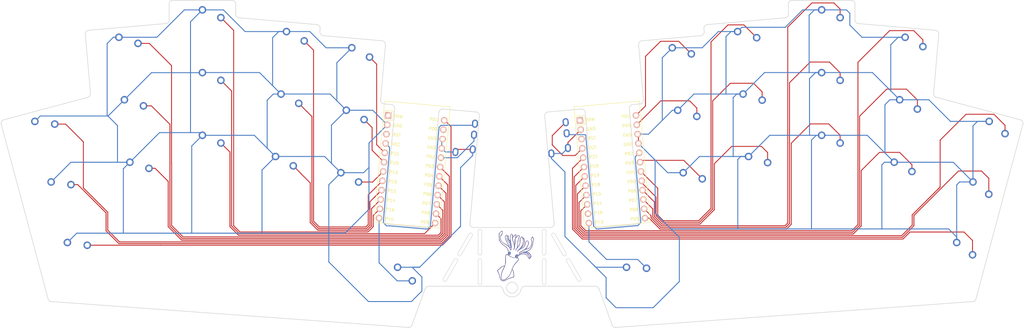
<source format=kicad_pcb>
(kicad_pcb (version 20171130) (host pcbnew "(5.1.9)-1")
  (title_block (title KEYBOARD_NAME_HERE) (rev VERSION_HERE) (company YOUR_NAME_HERE))
  (layers (0 F.Cu signal) (31 B.Cu signal) (34 B.Paste user) (35 F.Paste user) (36 B.SilkS user) (37 F.SilkS user) (38 B.Mask user) (39 F.Mask user) (44 Edge.Cuts user))
  (net 0 "")
  (net 1 P1)
  (net 2 GND)
  (net 3 P3)
  (net 4 P4)
  (net 5 P5)
  (net 6 P6)
  (net 7 P7)
  (net 8 P8)
  (net 9 P9)
  (net 10 P16)
  (net 11 P14)
  (net 12 P15)
  (net 13 P18)
  (net 14 P19)
  (net 15 P20)
  (net 16 P21)
  (net 17 P10)
  (net 18 P0)
  (net 19 RAW)
  (net 20 RST)
  (net 21 VCC)
  (net 22 P2)
  (module Kicad:dgigas (layer F.Cu) (at 132.41 -1.07 180)
    (fp_text reference G*** hide)
    (fp_text value LOGO hide)
    (fp_poly (pts (xy 2.605238 -6.372306) (xy 2.699746 -6.340655) (xy 2.968679 -6.157579) (xy 3.180878 -5.816982) (xy 3.334986 -5.321366) (xy 3.378579 -5.089525) (xy 3.469006 -4.720887) (xy 3.614091 -4.317147) (xy 3.730909 -4.066356) (xy 3.999668 -3.562113) (xy 3.513782 -3.114556) (xy 3.041293 -2.709718) (xy 2.650121 -2.442372) (xy 2.331138 -2.306858) (xy 2.178071 -2.286434) (xy 2.033325 -2.261512) (xy 1.925974 -2.173913) (xy 1.851113 -2.00347) (xy 1.803839 -1.730016) (xy 1.779245 -1.333385) (xy 1.772428 -0.79341) (xy 1.772995 -0.620961) (xy 1.772923 -0.131799) (xy 1.764433 0.216296) (xy 1.744701 0.451494) (xy 1.7109 0.601969) (xy 1.660206 0.695894) (xy 1.638502 0.72007) (xy 1.434347 0.822417) (xy 1.300548 0.823692) (xy 1.162062 0.823252) (xy 1.087376 0.920005) (xy 1.049283 1.0768) (xy 1.026395 1.51233) (xy 1.096825 1.971533) (xy 1.246394 2.371046) (xy 1.278997 2.427557) (xy 1.433281 2.610071) (xy 1.684824 2.838766) (xy 1.986305 3.071668) (xy 2.072551 3.131464) (xy 2.615561 3.547871) (xy 3.030339 3.987976) (xy 3.353274 4.487334) (xy 3.431972 4.673713) (xy 3.480989 4.905259) (xy 3.506092 5.223842) (xy 3.513042 5.647433) (xy 3.513667 6.511199) (xy 3.178984 6.853933) (xy 2.966098 7.043692) (xy 2.773566 7.168155) (xy 2.680494 7.196667) (xy 2.588064 7.18026) (xy 2.547956 7.104062) (xy 2.550469 6.927606) (xy 2.570569 6.738204) (xy 2.617586 6.395658) (xy 2.672555 6.178742) (xy 2.754379 6.044106) (xy 2.881961 5.948402) (xy 2.925491 5.924264) (xy 3.086179 5.745988) (xy 3.134786 5.448231) (xy 3.070772 5.038916) (xy 3.001357 4.809459) (xy 2.933899 4.625408) (xy 2.857544 4.470933) (xy 2.752275 4.329036) (xy 2.598073 4.182719) (xy 2.374921 4.014983) (xy 2.062802 3.80883) (xy 1.641697 3.547261) (xy 1.196214 3.276588) (xy 0.910761 3.103803) (xy 0.972026 3.308735) (xy 1.023918 3.460986) (xy 1.099882 3.636077) (xy 1.217256 3.869477) (xy 1.393377 4.196654) (xy 1.506771 4.402667) (xy 1.717585 4.86635) (xy 1.826065 5.294719) (xy 1.827258 5.656765) (xy 1.743352 5.884488) (xy 1.549275 6.0588) (xy 1.316323 6.077586) (xy 1.073034 5.940653) (xy 1.020724 5.889361) (xy 0.892174 5.720499) (xy 0.877429 5.560751) (xy 0.917905 5.420795) (xy 0.964188 5.242155) (xy 0.928149 5.209228) (xy 0.922277 5.212597) (xy 0.855897 5.199668) (xy 0.854582 5.151997) (xy 0.838533 4.985354) (xy 0.767732 4.787613) (xy 0.672928 4.627416) (xy 0.594762 4.572) (xy 0.54896 4.651034) (xy 0.518455 4.866259) (xy 0.508 5.167386) (xy 0.482154 5.616352) (xy 0.410973 5.979086) (xy 0.30399 6.238001) (xy 0.17074 6.375508) (xy 0.020759 6.37402) (xy -0.093009 6.276056) (xy -0.174976 6.135962) (xy -0.214425 5.944619) (xy -0.218566 5.654097) (xy -0.211403 5.488952) (xy -0.206407 5.099562) (xy -0.25011 4.780497) (xy -0.358031 4.436028) (xy -0.399688 4.327533) (xy -0.525502 3.958989) (xy -0.628685 3.57048) (xy -0.678467 3.302) (xy -0.702499 3.146571) (xy -0.720521 3.1221) (xy -0.733653 3.238256) (xy -0.743018 3.504709) (xy -0.749552 3.914925) (xy -0.761691 4.425894) (xy -0.7878 4.809002) (xy -0.832796 5.105478) (xy -0.901594 5.356552) (xy -0.93129 5.438925) (xy -1.025007 5.703291) (xy -1.086504 5.910889) (xy -1.100624 5.990167) (xy -1.052904 6.091121) (xy -0.924078 6.067427) (xy -0.735852 5.92899) (xy -0.556931 5.742094) (xy -0.367909 5.535635) (xy -0.270389 5.457649) (xy -0.272006 5.506308) (xy -0.380394 5.679784) (xy -0.4445 5.769014) (xy -0.639572 5.98007) (xy -0.855188 6.141912) (xy -0.869354 6.149547) (xy -1.037255 6.223942) (xy -1.118835 6.205881) (xy -1.156439 6.133842) (xy -1.167665 5.965427) (xy -1.126724 5.730248) (xy -1.115335 5.690686) (xy -1.053353 5.451463) (xy -1.06164 5.366204) (xy -1.140355 5.434736) (xy -1.231003 5.564191) (xy -1.467167 5.852234) (xy -1.697867 5.993952) (xy -1.907775 5.983233) (xy -2.03246 5.88378) (xy -2.078268 5.78499) (xy -2.063928 5.638585) (xy -1.981746 5.404481) (xy -1.906505 5.227613) (xy -1.789078 4.924216) (xy -1.708436 4.61366) (xy -1.65369 4.241433) (xy -1.614888 3.767667) (xy -1.592031 3.390936) (xy -1.57587 3.082987) (xy -1.568087 2.878994) (xy -1.569299 2.813633) (xy -1.620493 2.862293) (xy -1.734116 3.011553) (xy -1.803462 3.109967) (xy -1.974101 3.427042) (xy -2.098703 3.790549) (xy -2.160065 4.136635) (xy -2.146406 4.382754) (xy -2.136441 4.626519) (xy -2.190781 4.939922) (xy -2.290164 5.25297) (xy -2.415325 5.495672) (xy -2.470175 5.559098) (xy -2.601413 5.661151) (xy -2.691992 5.640255) (xy -2.787122 5.532853) (xy -2.952843 5.385044) (xy -3.08905 5.321922) (xy -3.232517 5.214774) (xy -3.352551 4.978225) (xy -3.434357 4.651988) (xy -3.453366 4.430583) (xy -3.360339 4.430583) (xy -3.260376 4.931275) (xy -3.229007 5.0165) (xy -3.126437 5.20892) (xy -3.051734 5.243799) (xy -3.027783 5.132858) (xy -3.06453 4.932265) (xy -3.118404 4.489726) (xy -3.070528 3.97958) (xy -2.9281 3.46385) (xy -2.880384 3.345524) (xy -2.698225 2.923381) (xy -2.913315 3.125447) (xy -3.179839 3.485921) (xy -3.331171 3.934882) (xy -3.360339 4.430583) (xy -3.453366 4.430583) (xy -3.463032 4.318) (xy -3.390983 3.825864) (xy -3.160126 3.328704) (xy -2.766169 2.817471) (xy -2.735325 2.784085) (xy -2.328333 2.347774) (xy -2.771494 2.571635) (xy -3.156893 2.836658) (xy -3.41833 3.191454) (xy -3.575124 3.663351) (xy -3.587132 3.725334) (xy -3.681237 4.042311) (xy -3.826733 4.317529) (xy -3.995373 4.508154) (xy -4.14547 4.572) (xy -4.345145 4.496207) (xy -4.486782 4.296032) (xy -4.549578 4.012283) (xy -4.538156 3.801674) (xy -4.45323 3.48671) (xy -4.303609 3.111865) (xy -4.121543 2.74746) (xy -3.939281 2.46382) (xy -3.906181 2.423588) (xy -3.8264 2.321299) (xy -3.85514 2.291428) (xy -4.018289 2.318288) (xy -4.064 2.327952) (xy -4.509726 2.473467) (xy -4.843508 2.709556) (xy -5.045545 2.960052) (xy -5.216791 3.337762) (xy -5.311815 3.799247) (xy -5.321936 4.273002) (xy -5.250936 4.651809) (xy -5.193428 4.868297) (xy -5.204068 5.038368) (xy -5.293725 5.242487) (xy -5.342748 5.331464) (xy -5.541913 5.685832) (xy -5.693031 5.49921) (xy -5.873551 5.169923) (xy -5.89588 4.836855) (xy -5.89105 4.821551) (xy -5.817648 4.821551) (xy -5.816663 4.991407) (xy -5.734524 5.201671) (xy -5.722783 5.226435) (xy -5.575105 5.536119) (xy -5.403925 5.265759) (xy -5.294282 5.052288) (xy -5.285652 4.869603) (xy -5.325706 4.728732) (xy -5.402082 4.346219) (xy -5.409434 3.895508) (xy -5.351156 3.457821) (xy -5.260765 3.174274) (xy -5.001851 2.77084) (xy -4.650941 2.460024) (xy -4.249219 2.275676) (xy -4.138967 2.252226) (xy -3.860261 2.176762) (xy -3.499988 2.036245) (xy -3.102202 1.852926) (xy -2.710959 1.649054) (xy -2.370314 1.446877) (xy -2.124324 1.268645) (xy -2.053587 1.199061) (xy -1.930063 1.074398) (xy -1.865701 1.052) (xy -1.863087 1.06366) (xy -1.935859 1.214226) (xy -2.134622 1.40413) (xy -2.428319 1.609379) (xy -2.785897 1.805982) (xy -2.882941 1.851563) (xy -3.471306 2.203473) (xy -3.93457 2.666209) (xy -4.265879 3.232592) (xy -4.312448 3.34893) (xy -4.419703 3.72783) (xy -4.451906 4.064951) (xy -4.409003 4.32167) (xy -4.313963 4.447495) (xy -4.135356 4.474452) (xy -3.959054 4.351142) (xy -3.79852 4.096264) (xy -3.667219 3.728516) (xy -3.609446 3.469116) (xy -3.455247 3.073741) (xy -3.157246 2.725396) (xy -2.739574 2.4494) (xy -2.564084 2.372442) (xy -2.018129 2.071172) (xy -1.701253 1.789924) (xy -1.514942 1.604809) (xy -1.424418 1.541304) (xy -1.435796 1.603626) (xy -1.43839 1.608667) (xy -1.54361 1.761255) (xy -1.734988 1.995977) (xy -1.980128 2.274063) (xy -2.124046 2.429238) (xy -2.416507 2.75242) (xy -2.614949 3.014601) (xy -2.752129 3.267039) (xy -2.860803 3.56099) (xy -2.873742 3.602323) (xy -2.988124 4.014674) (xy -3.036715 4.336923) (xy -3.021599 4.634103) (xy -2.94486 4.971246) (xy -2.920334 5.05583) (xy -2.797596 5.364942) (xy -2.668225 5.514862) (xy -2.541389 5.514991) (xy -2.426258 5.374731) (xy -2.332001 5.103485) (xy -2.267787 4.710653) (xy -2.245483 4.363845) (xy -2.204741 3.85888) (xy -2.10376 3.463763) (xy -1.921641 3.123643) (xy -1.64732 2.794) (xy -1.427038 2.529059) (xy -1.211545 2.219521) (xy -1.149669 2.116667) (xy -1.030525 1.926947) (xy -0.951527 1.839722) (xy -0.932353 1.855254) (xy -0.975143 1.987497) (xy -1.086856 2.205589) (xy -1.202083 2.39677) (xy -1.32335 2.598163) (xy -1.405519 2.782099) (xy -1.459394 2.993371) (xy -1.495775 3.276774) (xy -1.525466 3.677102) (xy -1.530554 3.758849) (xy -1.570341 4.254468) (xy -1.626632 4.635752) (xy -1.710007 4.957591) (xy -1.815909 5.239329) (xy -1.942675 5.577339) (xy -1.981988 5.786453) (xy -1.955401 5.867799) (xy -1.807276 5.909982) (xy -1.610139 5.831568) (xy -1.403894 5.656075) (xy -1.255383 5.455241) (xy -1.122346 5.270756) (xy -1.031508 5.233413) (xy -1.015617 5.249953) (xy -0.971955 5.251059) (xy -0.950316 5.116313) (xy -0.95012 5.108249) (xy -0.947592 5.037667) (xy -0.931333 5.037667) (xy -0.889 5.08) (xy -0.846666 5.037667) (xy -0.889 4.995334) (xy -0.931333 5.037667) (xy -0.947592 5.037667) (xy -0.930418 4.558193) (xy -0.895124 4.001982) (xy -0.847775 3.47198) (xy -0.791911 3.000552) (xy -0.73107 2.620063) (xy -0.668791 2.362879) (xy -0.642995 2.299299) (xy -0.538871 2.128542) (xy -0.46356 2.056239) (xy -0.452564 2.059214) (xy -0.453611 2.157497) (xy -0.50114 2.273183) (xy -0.585296 2.566745) (xy -0.599718 2.967813) (xy -0.548286 3.431399) (xy -0.434877 3.912513) (xy -0.334988 4.200261) (xy -0.197812 4.573554) (xy -0.122537 4.876165) (xy -0.094619 5.188508) (xy -0.097079 5.515641) (xy -0.090699 5.95207) (xy -0.040595 6.225938) (xy 0.053596 6.338373) (xy 0.158821 6.314164) (xy 0.282854 6.148096) (xy 0.365984 5.849102) (xy 0.406964 5.448882) (xy 0.404546 4.979135) (xy 0.357484 4.47156) (xy 0.352679 4.445) (xy 0.592667 4.445) (xy 0.635 4.487334) (xy 0.677334 4.445) (xy 0.635 4.402667) (xy 0.592667 4.445) (xy 0.352679 4.445) (xy 0.26453 3.957856) (xy 0.253407 3.91047) (xy 0.145568 3.40661) (xy 0.095736 3.008178) (xy 0.101367 2.67031) (xy 0.177656 2.67031) (xy 0.252803 2.691231) (xy 0.326271 2.670934) (xy 0.465989 2.656291) (xy 0.507472 2.761085) (xy 0.508 2.788295) (xy 0.469149 2.940682) (xy 0.362389 2.939248) (xy 0.288875 2.879675) (xy 0.216763 2.867003) (xy 0.192514 2.96464) (xy 0.212056 3.083052) (xy 0.327403 3.094581) (xy 0.38624 3.081453) (xy 0.540456 3.067714) (xy 0.590674 3.157794) (xy 0.592667 3.208155) (xy 0.559903 3.35066) (xy 0.510657 3.386667) (xy 0.465306 3.322285) (xy 0.479715 3.2385) (xy 0.499051 3.153548) (xy 0.443072 3.201321) (xy 0.395083 3.259667) (xy 0.274693 3.44458) (xy 0.290913 3.53206) (xy 0.444858 3.526233) (xy 0.465667 3.521232) (xy 0.629716 3.508684) (xy 0.677334 3.591724) (xy 0.62637 3.736561) (xy 0.592667 3.767667) (xy 0.516048 3.752721) (xy 0.506704 3.709164) (xy 0.484616 3.65209) (xy 0.426506 3.723099) (xy 0.399049 3.860922) (xy 0.43865 3.904133) (xy 0.483634 4.012009) (xy 0.463432 4.067616) (xy 0.443598 4.134356) (xy 0.509307 4.105526) (xy 0.585916 4.086671) (xy 0.570068 4.170104) (xy 0.584132 4.308637) (xy 0.640346 4.350669) (xy 0.749503 4.460072) (xy 0.762 4.517951) (xy 0.829849 4.653553) (xy 0.878309 4.683182) (xy 0.981115 4.800798) (xy 1.046867 5.018458) (xy 1.064792 5.268924) (xy 1.024116 5.484957) (xy 1.011167 5.512364) (xy 0.959669 5.63683) (xy 1.007553 5.635554) (xy 1.083947 5.651548) (xy 1.100667 5.738226) (xy 1.156934 5.934907) (xy 1.296635 6.015327) (xy 1.476117 5.975134) (xy 1.651728 5.809973) (xy 1.662338 5.794245) (xy 1.742624 5.640154) (xy 1.762213 5.475976) (xy 1.725211 5.236042) (xy 1.703368 5.138079) (xy 1.605292 4.835811) (xy 1.447639 4.474013) (xy 1.274515 4.148667) (xy 1.103167 3.834531) (xy 0.964806 3.532992) (xy 0.888525 3.307669) (xy 0.887348 3.302) (xy 0.817068 3.063955) (xy 0.726931 2.88689) (xy 0.720319 2.878667) (xy 0.615228 2.725934) (xy 0.481741 2.496684) (xy 0.43715 2.413) (xy 0.33422 2.240097) (xy 0.268513 2.178445) (xy 0.256586 2.201334) (xy 0.231309 2.382491) (xy 0.198115 2.528473) (xy 0.177656 2.67031) (xy 0.101367 2.67031) (xy 0.101499 2.662415) (xy 0.160444 2.31656) (xy 0.177349 2.246911) (xy 0.270031 1.878838) (xy 0.539509 2.3994) (xy 0.658178 2.616927) (xy 0.775875 2.788892) (xy 0.92247 2.942608) (xy 1.127837 3.105391) (xy 1.421847 3.304554) (xy 1.777936 3.531801) (xy 2.270854 3.857521) (xy 2.632356 4.138136) (xy 2.884179 4.400778) (xy 3.048057 4.672582) (xy 3.145727 4.980681) (xy 3.19374 5.299196) (xy 3.216092 5.578494) (xy 3.198182 5.750485) (xy 3.121903 5.875744) (xy 2.983421 6.002784) (xy 2.809598 6.188398) (xy 2.711714 6.415174) (xy 2.665995 6.6675) (xy 2.643356 6.953235) (xy 2.679854 7.087162) (xy 2.791486 7.076782) (xy 2.994255 6.929598) (xy 3.075617 6.859564) (xy 3.218834 6.723142) (xy 3.309009 6.590291) (xy 3.363304 6.41347) (xy 3.398881 6.145134) (xy 3.41946 5.907064) (xy 3.432474 5.300831) (xy 3.354726 4.802323) (xy 3.173793 4.369141) (xy 2.87725 3.958886) (xy 2.834395 3.910394) (xy 2.549398 3.626564) (xy 2.219543 3.345049) (xy 2.009732 3.190936) (xy 1.738477 2.997944) (xy 1.499489 2.807009) (xy 1.379874 2.695446) (xy 1.152841 2.365655) (xy 0.991138 1.966183) (xy 0.930037 1.59022) (xy 0.902237 1.356446) (xy 0.837384 1.185334) (xy 0.773115 1.108607) (xy 0.785782 1.181513) (xy 0.793689 1.2065) (xy 0.806738 1.427101) (xy 0.707093 1.574521) (xy 0.585222 1.608667) (xy 0.44784 1.538054) (xy 0.369159 1.362269) (xy 0.363059 1.288781) (xy 0.512344 1.288781) (xy 0.576209 1.354417) (xy 0.582797 1.354667) (xy 0.652726 1.28235) (xy 0.698197 1.14226) (xy 0.712144 1.00049) (xy 0.66059 0.997387) (xy 0.623401 1.025627) (xy 0.53098 1.155641) (xy 0.512344 1.288781) (xy 0.363059 1.288781) (xy 0.350324 1.13539) (xy 0.392477 0.911495) (xy 0.468284 0.790222) (xy 0.620889 0.790222) (xy 0.632511 0.840557) (xy 0.677334 0.846667) (xy 0.747024 0.815689) (xy 0.733778 0.790222) (xy 0.633298 0.780089) (xy 0.620889 0.790222) (xy 0.468284 0.790222) (xy 0.496763 0.744663) (xy 0.566044 0.701923) (xy 0.728722 0.724509) (xy 0.859854 0.841928) (xy 0.96994 0.969303) (xy 1.010382 0.967825) (xy 1.016 0.861812) (xy 0.938783 0.685267) (xy 0.730673 0.493833) (xy 0.426984 0.305016) (xy 0.06303 0.136322) (xy -0.325877 0.005259) (xy -0.704423 -0.070669) (xy -0.889 -0.082571) (xy -1.131459 -0.077156) (xy -1.282042 -0.034362) (xy -1.396753 0.081451) (xy -1.531597 0.305921) (xy -1.549476 0.337731) (xy -1.736028 0.61889) (xy -1.949612 0.869046) (xy -2.059884 0.968386) (xy -2.376212 1.174979) (xy -2.730236 1.35332) (xy -3.063829 1.477618) (xy -3.307799 1.522141) (xy -3.792284 1.596841) (xy -4.290241 1.795029) (xy -4.737818 2.089546) (xy -4.827346 2.168452) (xy -5.238072 2.659478) (xy -5.49522 3.2167) (xy -5.59352 3.81323) (xy -5.628374 4.148189) (xy -5.698312 4.471904) (xy -5.740113 4.596209) (xy -5.817648 4.821551) (xy -5.89105 4.821551) (xy -5.843713 4.67159) (xy -5.779391 4.456627) (xy -5.729944 4.156655) (xy -5.714092 3.973941) (xy -5.60682 3.283985) (xy -5.367326 2.68787) (xy -5.001479 2.195581) (xy -4.515151 1.817106) (xy -4.41357 1.76095) (xy -3.95949 1.523735) (xy -4.22419 1.470796) (xy -4.391538 1.397) (xy -4.064 1.397) (xy -4.021666 1.439334) (xy -3.979333 1.397) (xy -4.021666 1.354667) (xy -4.064 1.397) (xy -4.391538 1.397) (xy -4.509727 1.344882) (xy -4.796749 1.108923) (xy -4.921482 0.955603) (xy -4.812352 0.955603) (xy -4.791751 1.002918) (xy -4.706501 1.093812) (xy -4.657491 1.075166) (xy -4.656666 1.06333) (xy -4.716803 0.991718) (xy -4.754415 0.965582) (xy -4.812352 0.955603) (xy -4.921482 0.955603) (xy -5.036268 0.81451) (xy -5.1793 0.513233) (xy -5.185572 0.48462) (xy -5.036806 0.48462) (xy -5.025797 0.612691) (xy -4.983667 0.62779) (xy -4.914287 0.644091) (xy -4.910666 0.668488) (xy -4.855297 0.77581) (xy -4.723588 0.937467) (xy -4.567136 1.096867) (xy -4.437539 1.197414) (xy -4.421909 1.204576) (xy -4.378077 1.28066) (xy -4.378901 1.283371) (xy -4.320925 1.311372) (xy -4.155395 1.300922) (xy -4.153484 1.300623) (xy -3.961128 1.300171) (xy -3.854753 1.350752) (xy -3.734818 1.43539) (xy -3.704154 1.439334) (xy -3.685683 1.400001) (xy -3.76431 1.325257) (xy -3.85958 1.227667) (xy -3.725333 1.227667) (xy -3.683 1.27) (xy -3.640666 1.227667) (xy -3.683 1.185334) (xy -3.725333 1.227667) (xy -3.85958 1.227667) (xy -3.86387 1.223273) (xy -3.817842 1.147954) (xy -3.811209 1.143747) (xy -3.676081 1.152743) (xy -3.537035 1.27899) (xy -3.440767 1.387142) (xy -3.422063 1.38549) (xy -3.427019 1.375236) (xy -3.42201 1.312334) (xy -3.302 1.312334) (xy -3.259666 1.354667) (xy -3.217333 1.312334) (xy -3.259666 1.27) (xy -3.302 1.312334) (xy -3.42201 1.312334) (xy -3.41851 1.268403) (xy -3.314456 1.209233) (xy -3.187071 1.222351) (xy -3.130185 1.274016) (xy -3.05795 1.329877) (xy -2.930732 1.320621) (xy -2.724017 1.237831) (xy -2.413295 1.073087) (xy -2.215853 0.960016) (xy -1.977788 0.809277) (xy -1.891586 0.728445) (xy -1.952017 0.724217) (xy -2.153852 0.803287) (xy -2.288292 0.867271) (xy -2.787259 1.030978) (xy -3.274957 1.037462) (xy -3.725375 0.895874) (xy -4.112499 0.615361) (xy -4.41032 0.205073) (xy -4.458823 0.103864) (xy -4.576752 -0.145892) (xy -4.663615 -0.266266) (xy -4.748925 -0.285997) (xy -4.826202 -0.253892) (xy -4.966122 -0.095042) (xy -5.006139 0.066479) (xy -5.022225 0.319042) (xy -5.036806 0.48462) (xy -5.185572 0.48462) (xy -5.193079 0.450382) (xy -5.203714 0.211667) (xy -5.164666 0.211667) (xy -5.122333 0.254) (xy -5.08 0.211667) (xy -5.122333 0.169334) (xy -5.164666 0.211667) (xy -5.203714 0.211667) (xy -5.204143 0.202045) (xy -5.123832 -0.009093) (xy -5.027155 -0.148307) (xy -4.825895 -0.351433) (xy -4.655908 -0.388343) (xy -4.513418 -0.258376) (xy -4.419286 -0.041794) (xy -4.202901 0.401757) (xy -3.887943 0.708514) (xy -3.472005 0.880013) (xy -2.952674 0.917789) (xy -2.916722 0.915745) (xy -2.43734 0.825149) (xy -2.015333 0.631424) (xy -1.692107 0.357244) (xy -1.570463 0.178506) (xy -1.504301 0.017306) (xy -1.547149 -0.072854) (xy -1.63919 -0.125819) (xy -1.791319 -0.279905) (xy -1.834485 -0.406676) (xy -1.763313 -0.406676) (xy -1.737701 -0.311115) (xy -1.670751 -0.24957) (xy -1.527834 -0.210907) (xy -1.274319 -0.183992) (xy -1.016 -0.166399) (xy -0.237807 -0.042518) (xy 0.456766 0.224277) (xy 0.956972 0.546758) (xy 1.232198 0.719071) (xy 1.439924 0.742732) (xy 1.592681 0.618314) (xy 1.617048 0.577007) (xy 1.668534 0.367679) (xy 1.685582 -0.004498) (xy 1.671869 -0.473715) (xy 1.655488 -1.02721) (xy 1.677481 -1.480939) (xy 1.749462 -1.887901) (xy 1.883047 -2.301096) (xy 2.08985 -2.773523) (xy 2.245297 -3.090333) (xy 2.472681 -3.562934) (xy 2.628996 -3.944733) (xy 2.732744 -4.288629) (xy 2.80243 -4.647522) (xy 2.811565 -4.709242) (xy 2.856356 -5.26191) (xy 2.813557 -5.674475) (xy 2.684498 -5.945161) (xy 2.470508 -6.072193) (xy 2.172917 -6.053793) (xy 1.889688 -5.940452) (xy 1.649745 -5.779438) (xy 1.352937 -5.525963) (xy 1.043634 -5.223303) (xy 0.766211 -4.914731) (xy 0.573329 -4.656666) (xy 0.488342 -4.485328) (xy 0.371676 -4.199987) (xy 0.242184 -3.848258) (xy 0.172707 -3.644906) (xy -0.088562 -2.934443) (xy -0.36785 -2.345996) (xy -0.691972 -1.832477) (xy -1.087742 -1.346795) (xy -1.212979 -1.211563) (xy -1.502785 -0.891845) (xy -1.679259 -0.659702) (xy -1.757768 -0.492661) (xy -1.763313 -0.406676) (xy -1.834485 -0.406676) (xy -1.846764 -0.442734) (xy -1.836556 -0.571479) (xy -1.76463 -0.724948) (xy -1.612812 -0.930206) (xy -1.362927 -1.214316) (xy -1.238279 -1.348793) (xy -0.799375 -1.863108) (xy -0.463201 -2.351798) (xy -0.336653 -2.586553) (xy -0.201597 -2.879041) (xy -0.135871 -3.062335) (xy -0.131828 -3.178066) (xy -0.181819 -3.267863) (xy -0.206294 -3.296064) (xy -0.301079 -3.472468) (xy -0.396428 -3.766874) (xy -0.481481 -4.128336) (xy -0.545373 -4.505907) (xy -0.577243 -4.848641) (xy -0.575751 -5.017897) (xy -0.500975 -5.017897) (xy -0.479095 -4.739527) (xy -0.429488 -4.396857) (xy -0.360465 -4.03945) (xy -0.280333 -3.716867) (xy -0.203513 -3.492458) (xy -0.066122 -3.175) (xy 0.158832 -3.86075) (xy 0.292049 -4.220699) (xy 0.441592 -4.55434) (xy 0.579201 -4.799852) (xy 0.603931 -4.834417) (xy 1.01253 -5.317824) (xy 1.416179 -5.700713) (xy 1.799637 -5.97503) (xy 2.147662 -6.132723) (xy 2.445015 -6.16574) (xy 2.676454 -6.066027) (xy 2.757339 -5.972226) (xy 2.903853 -5.608462) (xy 2.950353 -5.140794) (xy 2.900612 -4.59912) (xy 2.758398 -4.013335) (xy 2.527483 -3.413338) (xy 2.402654 -3.159923) (xy 2.241699 -2.850432) (xy 2.11603 -2.600576) (xy 2.043191 -2.445662) (xy 2.032 -2.413911) (xy 2.102423 -2.372891) (xy 2.282034 -2.391506) (xy 2.510969 -2.460391) (xy 2.687988 -2.562654) (xy 2.932666 -2.747717) (xy 3.194484 -2.977107) (xy 3.215115 -2.996658) (xy 3.454375 -3.216387) (xy 3.656505 -3.38677) (xy 3.782815 -3.475462) (xy 3.793049 -3.479794) (xy 3.832452 -3.546175) (xy 3.791007 -3.707964) (xy 3.662749 -3.986965) (xy 3.644473 -4.023027) (xy 3.489529 -4.386626) (xy 3.350761 -4.813769) (xy 3.2738 -5.136371) (xy 3.154945 -5.626706) (xy 3.0018 -5.970571) (xy 2.802548 -6.189334) (xy 2.64471 -6.273808) (xy 2.475047 -6.318598) (xy 2.291868 -6.315088) (xy 2.063574 -6.25428) (xy 1.758567 -6.127177) (xy 1.345249 -5.924782) (xy 1.252477 -5.877386) (xy 0.868993 -5.696684) (xy 0.477222 -5.538561) (xy 0.142022 -5.428339) (xy 0.038238 -5.40332) (xy -0.2401 -5.328188) (xy -0.431572 -5.239187) (xy -0.48682 -5.182405) (xy -0.500975 -5.017897) (xy -0.575751 -5.017897) (xy -0.575658 -5.028355) (xy -0.550333 -5.370991) (xy 0.042334 -5.505956) (xy 0.391028 -5.609607) (xy 0.813587 -5.770561) (xy 1.237856 -5.960373) (xy 1.391473 -6.037794) (xy 1.772531 -6.23331) (xy 2.045082 -6.355409) (xy 2.248481 -6.413201) (xy 2.422082 -6.415797) (xy 2.605238 -6.372306)) (layer F.Cu) (width 0.01))
    (fp_poly (pts (xy -0.974745 0.030204) (xy -0.863299 0.147998) (xy -0.857518 0.33717) (xy -0.949379 0.543603) (xy -1.069751 0.671188) (xy -1.316398 0.819554) (xy -1.492238 0.825307) (xy -1.57551 0.726283) (xy -1.579104 0.581044) (xy -1.334617 0.581044) (xy -1.27 0.57093) (xy -1.154549 0.467797) (xy -1.123326 0.373984) (xy -1.121491 0.279639) (xy -1.157188 0.338667) (xy -1.260926 0.495687) (xy -1.303862 0.535613) (xy -1.334617 0.581044) (xy -1.579104 0.581044) (xy -1.57932 0.572331) (xy -1.514214 0.412499) (xy -1.415435 0.308819) (xy -1.337337 0.307044) (xy -1.283095 0.312526) (xy -1.298319 0.276675) (xy -1.29237 0.160214) (xy -1.182579 0.058418) (xy -1.031236 0.018734) (xy -0.974745 0.030204)) (layer F.Cu) (width 0.01))
    (fp_poly (pts (xy 1.353782 5.486214) (xy 1.400388 5.620522) (xy 1.377055 5.706723) (xy 1.260187 5.755163) (xy 1.191494 5.656561) (xy 1.185334 5.588) (xy 1.217032 5.450362) (xy 1.260942 5.418667) (xy 1.353782 5.486214)) (layer F.Cu) (width 0.01))
    (fp_poly (pts (xy 1.352552 5.044019) (xy 1.384329 5.180434) (xy 1.355696 5.247668) (xy 1.285743 5.322195) (xy 1.229382 5.241545) (xy 1.221762 5.222143) (xy 1.201298 5.066563) (xy 1.260998 4.998911) (xy 1.352552 5.044019)) (layer F.Cu) (width 0.01))
    (fp_poly (pts (xy 1.268264 4.636468) (xy 1.312876 4.76588) (xy 1.278112 4.86332) (xy 1.165493 4.860834) (xy 1.154809 4.851921) (xy 1.125773 4.783667) (xy 1.185334 4.783667) (xy 1.227667 4.826) (xy 1.27 4.783667) (xy 1.227667 4.741334) (xy 1.185334 4.783667) (xy 1.125773 4.783667) (xy 1.103621 4.731598) (xy 1.122075 4.60926) (xy 1.176275 4.572) (xy 1.268264 4.636468)) (layer F.Cu) (width 0.01))
    (fp_poly (pts (xy 1.075125 4.335882) (xy 1.100667 4.407664) (xy 1.047394 4.482203) (xy 0.940278 4.455706) (xy 0.885519 4.397034) (xy 0.87816 4.360334) (xy 0.931334 4.360334) (xy 0.973667 4.402667) (xy 1.016 4.360334) (xy 0.973667 4.318) (xy 0.931334 4.360334) (xy 0.87816 4.360334) (xy 0.862654 4.283013) (xy 0.874889 4.261556) (xy 0.973916 4.255172) (xy 1.075125 4.335882)) (layer F.Cu) (width 0.01))
    (fp_poly (pts (xy 0.831915 3.96244) (xy 0.846667 4.021667) (xy 0.795093 4.138276) (xy 0.677999 4.117256) (xy 0.649111 4.092222) (xy 0.59518 3.968299) (xy 0.683302 3.897506) (xy 0.719667 3.894667) (xy 0.831915 3.96244)) (layer F.Cu) (width 0.01))
    (fp_poly (pts (xy -4.38464 0.663085) (xy -4.344579 0.754172) (xy -4.234112 0.909881) (xy -4.140839 0.957913) (xy -4.007661 1.033111) (xy -3.979333 1.09274) (xy -4.03161 1.178587) (xy -4.164168 1.151801) (xy -4.291661 1.058334) (xy -4.148666 1.058334) (xy -4.106333 1.100667) (xy -4.064 1.058334) (xy -4.106333 1.016) (xy -4.148666 1.058334) (xy -4.291661 1.058334) (xy -4.3406 1.022457) (xy -4.3815 0.981437) (xy -4.516618 0.804334) (xy -4.487333 0.804334) (xy -4.445 0.846667) (xy -4.402666 0.804334) (xy -4.445 0.762) (xy -4.487333 0.804334) (xy -4.516618 0.804334) (xy -4.530051 0.786727) (xy -4.566697 0.647812) (xy -4.484375 0.592732) (xy -4.479407 0.592667) (xy -4.38464 0.663085)) (layer F.Cu) (width 0.01))
    (fp_poly (pts (xy -4.696874 0.279768) (xy -4.638322 0.323145) (xy -4.582442 0.439486) (xy -4.636958 0.522158) (xy -4.731101 0.567128) (xy -4.791351 0.476173) (xy -4.792874 0.465667) (xy -4.741333 0.465667) (xy -4.699 0.508) (xy -4.656666 0.465667) (xy -4.699 0.423334) (xy -4.741333 0.465667) (xy -4.792874 0.465667) (xy -4.812887 0.327659) (xy -4.792715 0.27716) (xy -4.696874 0.279768)) (layer F.Cu) (width 0.01))
    (fp_poly (pts (xy -4.683893 -0.035313) (xy -4.698677 0.066237) (xy -4.810125 0.149931) (xy -4.896491 0.113082) (xy -4.910666 0.049389) (xy -4.906543 0.042334) (xy -4.826 0.042334) (xy -4.783666 0.084667) (xy -4.741333 0.042334) (xy -4.783666 0) (xy -4.826 0.042334) (xy -4.906543 0.042334) (xy -4.842497 -0.067243) (xy -4.776611 -0.084666) (xy -4.683893 -0.035313)) (layer F.Cu) (width 0.01))
    (fp_poly (pts (xy 2.605238 -6.372306) (xy 2.699746 -6.340655) (xy 2.968679 -6.157579) (xy 3.180878 -5.816982) (xy 3.334986 -5.321366) (xy 3.378579 -5.089525) (xy 3.469006 -4.720887) (xy 3.614091 -4.317147) (xy 3.730909 -4.066356) (xy 3.999668 -3.562113) (xy 3.513782 -3.114556) (xy 3.041293 -2.709718) (xy 2.650121 -2.442372) (xy 2.331138 -2.306858) (xy 2.178071 -2.286434) (xy 2.033325 -2.261512) (xy 1.925974 -2.173913) (xy 1.851113 -2.00347) (xy 1.803839 -1.730016) (xy 1.779245 -1.333385) (xy 1.772428 -0.79341) (xy 1.772995 -0.620961) (xy 1.772923 -0.131799) (xy 1.764433 0.216296) (xy 1.744701 0.451494) (xy 1.7109 0.601969) (xy 1.660206 0.695894) (xy 1.638502 0.72007) (xy 1.434347 0.822417) (xy 1.300548 0.823692) (xy 1.162062 0.823252) (xy 1.087376 0.920005) (xy 1.049283 1.0768) (xy 1.026395 1.51233) (xy 1.096825 1.971533) (xy 1.246394 2.371046) (xy 1.278997 2.427557) (xy 1.433281 2.610071) (xy 1.684824 2.838766) (xy 1.986305 3.071668) (xy 2.072551 3.131464) (xy 2.615561 3.547871) (xy 3.030339 3.987976) (xy 3.353274 4.487334) (xy 3.431972 4.673713) (xy 3.480989 4.905259) (xy 3.506092 5.223842) (xy 3.513042 5.647433) (xy 3.513667 6.511199) (xy 3.178984 6.853933) (xy 2.966098 7.043692) (xy 2.773566 7.168155) (xy 2.680494 7.196667) (xy 2.588064 7.18026) (xy 2.547956 7.104062) (xy 2.550469 6.927606) (xy 2.570569 6.738204) (xy 2.617586 6.395658) (xy 2.672555 6.178742) (xy 2.754379 6.044106) (xy 2.881961 5.948402) (xy 2.925491 5.924264) (xy 3.086179 5.745988) (xy 3.134786 5.448231) (xy 3.070772 5.038916) (xy 3.001357 4.809459) (xy 2.933899 4.625408) (xy 2.857544 4.470933) (xy 2.752275 4.329036) (xy 2.598073 4.182719) (xy 2.374921 4.014983) (xy 2.062802 3.80883) (xy 1.641697 3.547261) (xy 1.196214 3.276588) (xy 0.910761 3.103803) (xy 0.972026 3.308735) (xy 1.023918 3.460986) (xy 1.099882 3.636077) (xy 1.217256 3.869477) (xy 1.393377 4.196654) (xy 1.506771 4.402667) (xy 1.717585 4.86635) (xy 1.826065 5.294719) (xy 1.827258 5.656765) (xy 1.743352 5.884488) (xy 1.549275 6.0588) (xy 1.316323 6.077586) (xy 1.073034 5.940653) (xy 1.020724 5.889361) (xy 0.892174 5.720499) (xy 0.877429 5.560751) (xy 0.917905 5.420795) (xy 0.964188 5.242155) (xy 0.928149 5.209228) (xy 0.922277 5.212597) (xy 0.855897 5.199668) (xy 0.854582 5.151997) (xy 0.838533 4.985354) (xy 0.767732 4.787613) (xy 0.672928 4.627416) (xy 0.594762 4.572) (xy 0.54896 4.651034) (xy 0.518455 4.866259) (xy 0.508 5.167386) (xy 0.482154 5.616352) (xy 0.410973 5.979086) (xy 0.30399 6.238001) (xy 0.17074 6.375508) (xy 0.020759 6.37402) (xy -0.093009 6.276056) (xy -0.174976 6.135962) (xy -0.214425 5.944619) (xy -0.218566 5.654097) (xy -0.211403 5.488952) (xy -0.206407 5.099562) (xy -0.25011 4.780497) (xy -0.358031 4.436028) (xy -0.399688 4.327533) (xy -0.525502 3.958989) (xy -0.628685 3.57048) (xy -0.678467 3.302) (xy -0.702499 3.146571) (xy -0.720521 3.1221) (xy -0.733653 3.238256) (xy -0.743018 3.504709) (xy -0.749552 3.914925) (xy -0.761691 4.425894) (xy -0.7878 4.809002) (xy -0.832796 5.105478) (xy -0.901594 5.356552) (xy -0.93129 5.438925) (xy -1.025007 5.703291) (xy -1.086504 5.910889) (xy -1.100624 5.990167) (xy -1.052904 6.091121) (xy -0.924078 6.067427) (xy -0.735852 5.92899) (xy -0.556931 5.742094) (xy -0.367909 5.535635) (xy -0.270389 5.457649) (xy -0.272006 5.506308) (xy -0.380394 5.679784) (xy -0.4445 5.769014) (xy -0.639572 5.98007) (xy -0.855188 6.141912) (xy -0.869354 6.149547) (xy -1.037255 6.223942) (xy -1.118835 6.205881) (xy -1.156439 6.133842) (xy -1.167665 5.965427) (xy -1.126724 5.730248) (xy -1.115335 5.690686) (xy -1.053353 5.451463) (xy -1.06164 5.366204) (xy -1.140355 5.434736) (xy -1.231003 5.564191) (xy -1.467167 5.852234) (xy -1.697867 5.993952) (xy -1.907775 5.983233) (xy -2.03246 5.88378) (xy -2.078268 5.78499) (xy -2.063928 5.638585) (xy -1.981746 5.404481) (xy -1.906505 5.227613) (xy -1.789078 4.924216) (xy -1.708436 4.61366) (xy -1.65369 4.241433) (xy -1.614888 3.767667) (xy -1.592031 3.390936) (xy -1.57587 3.082987) (xy -1.568087 2.878994) (xy -1.569299 2.813633) (xy -1.620493 2.862293) (xy -1.734116 3.011553) (xy -1.803462 3.109967) (xy -1.974101 3.427042) (xy -2.098703 3.790549) (xy -2.160065 4.136635) (xy -2.146406 4.382754) (xy -2.136441 4.626519) (xy -2.190781 4.939922) (xy -2.290164 5.25297) (xy -2.415325 5.495672) (xy -2.470175 5.559098) (xy -2.601413 5.661151) (xy -2.691992 5.640255) (xy -2.787122 5.532853) (xy -2.952843 5.385044) (xy -3.08905 5.321922) (xy -3.232517 5.214774) (xy -3.352551 4.978225) (xy -3.434357 4.651988) (xy -3.453366 4.430583) (xy -3.360339 4.430583) (xy -3.260376 4.931275) (xy -3.229007 5.0165) (xy -3.126437 5.20892) (xy -3.051734 5.243799) (xy -3.027783 5.132858) (xy -3.06453 4.932265) (xy -3.118404 4.489726) (xy -3.070528 3.97958) (xy -2.9281 3.46385) (xy -2.880384 3.345524) (xy -2.698225 2.923381) (xy -2.913315 3.125447) (xy -3.179839 3.485921) (xy -3.331171 3.934882) (xy -3.360339 4.430583) (xy -3.453366 4.430583) (xy -3.463032 4.318) (xy -3.390983 3.825864) (xy -3.160126 3.328704) (xy -2.766169 2.817471) (xy -2.735325 2.784085) (xy -2.328333 2.347774) (xy -2.771494 2.571635) (xy -3.156893 2.836658) (xy -3.41833 3.191454) (xy -3.575124 3.663351) (xy -3.587132 3.725334) (xy -3.681237 4.042311) (xy -3.826733 4.317529) (xy -3.995373 4.508154) (xy -4.14547 4.572) (xy -4.345145 4.496207) (xy -4.486782 4.296032) (xy -4.549578 4.012283) (xy -4.538156 3.801674) (xy -4.45323 3.48671) (xy -4.303609 3.111865) (xy -4.121543 2.74746) (xy -3.939281 2.46382) (xy -3.906181 2.423588) (xy -3.8264 2.321299) (xy -3.85514 2.291428) (xy -4.018289 2.318288) (xy -4.064 2.327952) (xy -4.509726 2.473467) (xy -4.843508 2.709556) (xy -5.045545 2.960052) (xy -5.216791 3.337762) (xy -5.311815 3.799247) (xy -5.321936 4.273002) (xy -5.250936 4.651809) (xy -5.193428 4.868297) (xy -5.204068 5.038368) (xy -5.293725 5.242487) (xy -5.342748 5.331464) (xy -5.541913 5.685832) (xy -5.693031 5.49921) (xy -5.873551 5.169923) (xy -5.89588 4.836855) (xy -5.89105 4.821551) (xy -5.817648 4.821551) (xy -5.816663 4.991407) (xy -5.734524 5.201671) (xy -5.722783 5.226435) (xy -5.575105 5.536119) (xy -5.403925 5.265759) (xy -5.294282 5.052288) (xy -5.285652 4.869603) (xy -5.325706 4.728732) (xy -5.402082 4.346219) (xy -5.409434 3.895508) (xy -5.351156 3.457821) (xy -5.260765 3.174274) (xy -5.001851 2.77084) (xy -4.650941 2.460024) (xy -4.249219 2.275676) (xy -4.138967 2.252226) (xy -3.860261 2.176762) (xy -3.499988 2.036245) (xy -3.102202 1.852926) (xy -2.710959 1.649054) (xy -2.370314 1.446877) (xy -2.124324 1.268645) (xy -2.053587 1.199061) (xy -1.930063 1.074398) (xy -1.865701 1.052) (xy -1.863087 1.06366) (xy -1.935859 1.214226) (xy -2.134622 1.40413) (xy -2.428319 1.609379) (xy -2.785897 1.805982) (xy -2.882941 1.851563) (xy -3.471306 2.203473) (xy -3.93457 2.666209) (xy -4.265879 3.232592) (xy -4.312448 3.34893) (xy -4.419703 3.72783) (xy -4.451906 4.064951) (xy -4.409003 4.32167) (xy -4.313963 4.447495) (xy -4.135356 4.474452) (xy -3.959054 4.351142) (xy -3.79852 4.096264) (xy -3.667219 3.728516) (xy -3.609446 3.469116) (xy -3.455247 3.073741) (xy -3.157246 2.725396) (xy -2.739574 2.4494) (xy -2.564084 2.372442) (xy -2.018129 2.071172) (xy -1.701253 1.789924) (xy -1.514942 1.604809) (xy -1.424418 1.541304) (xy -1.435796 1.603626) (xy -1.43839 1.608667) (xy -1.54361 1.761255) (xy -1.734988 1.995977) (xy -1.980128 2.274063) (xy -2.124046 2.429238) (xy -2.416507 2.75242) (xy -2.614949 3.014601) (xy -2.752129 3.267039) (xy -2.860803 3.56099) (xy -2.873742 3.602323) (xy -2.988124 4.014674) (xy -3.036715 4.336923) (xy -3.021599 4.634103) (xy -2.94486 4.971246) (xy -2.920334 5.05583) (xy -2.797596 5.364942) (xy -2.668225 5.514862) (xy -2.541389 5.514991) (xy -2.426258 5.374731) (xy -2.332001 5.103485) (xy -2.267787 4.710653) (xy -2.245483 4.363845) (xy -2.204741 3.85888) (xy -2.10376 3.463763) (xy -1.921641 3.123643) (xy -1.64732 2.794) (xy -1.427038 2.529059) (xy -1.211545 2.219521) (xy -1.149669 2.116667) (xy -1.030525 1.926947) (xy -0.951527 1.839722) (xy -0.932353 1.855254) (xy -0.975143 1.987497) (xy -1.086856 2.205589) (xy -1.202083 2.39677) (xy -1.32335 2.598163) (xy -1.405519 2.782099) (xy -1.459394 2.993371) (xy -1.495775 3.276774) (xy -1.525466 3.677102) (xy -1.530554 3.758849) (xy -1.570341 4.254468) (xy -1.626632 4.635752) (xy -1.710007 4.957591) (xy -1.815909 5.239329) (xy -1.942675 5.577339) (xy -1.981988 5.786453) (xy -1.955401 5.867799) (xy -1.807276 5.909982) (xy -1.610139 5.831568) (xy -1.403894 5.656075) (xy -1.255383 5.455241) (xy -1.122346 5.270756) (xy -1.031508 5.233413) (xy -1.015617 5.249953) (xy -0.971955 5.251059) (xy -0.950316 5.116313) (xy -0.95012 5.108249) (xy -0.947592 5.037667) (xy -0.931333 5.037667) (xy -0.889 5.08) (xy -0.846666 5.037667) (xy -0.889 4.995334) (xy -0.931333 5.037667) (xy -0.947592 5.037667) (xy -0.930418 4.558193) (xy -0.895124 4.001982) (xy -0.847775 3.47198) (xy -0.791911 3.000552) (xy -0.73107 2.620063) (xy -0.668791 2.362879) (xy -0.642995 2.299299) (xy -0.538871 2.128542) (xy -0.46356 2.056239) (xy -0.452564 2.059214) (xy -0.453611 2.157497) (xy -0.50114 2.273183) (xy -0.585296 2.566745) (xy -0.599718 2.967813) (xy -0.548286 3.431399) (xy -0.434877 3.912513) (xy -0.334988 4.200261) (xy -0.197812 4.573554) (xy -0.122537 4.876165) (xy -0.094619 5.188508) (xy -0.097079 5.515641) (xy -0.090699 5.95207) (xy -0.040595 6.225938) (xy 0.053596 6.338373) (xy 0.158821 6.314164) (xy 0.282854 6.148096) (xy 0.365984 5.849102) (xy 0.406964 5.448882) (xy 0.404546 4.979135) (xy 0.357484 4.47156) (xy 0.352679 4.445) (xy 0.592667 4.445) (xy 0.635 4.487334) (xy 0.677334 4.445) (xy 0.635 4.402667) (xy 0.592667 4.445) (xy 0.352679 4.445) (xy 0.26453 3.957856) (xy 0.253407 3.91047) (xy 0.145568 3.40661) (xy 0.095736 3.008178) (xy 0.101367 2.67031) (xy 0.177656 2.67031) (xy 0.252803 2.691231) (xy 0.326271 2.670934) (xy 0.465989 2.656291) (xy 0.507472 2.761085) (xy 0.508 2.788295) (xy 0.469149 2.940682) (xy 0.362389 2.939248) (xy 0.288875 2.879675) (xy 0.216763 2.867003) (xy 0.192514 2.96464) (xy 0.212056 3.083052) (xy 0.327403 3.094581) (xy 0.38624 3.081453) (xy 0.540456 3.067714) (xy 0.590674 3.157794) (xy 0.592667 3.208155) (xy 0.559903 3.35066) (xy 0.510657 3.386667) (xy 0.465306 3.322285) (xy 0.479715 3.2385) (xy 0.499051 3.153548) (xy 0.443072 3.201321) (xy 0.395083 3.259667) (xy 0.274693 3.44458) (xy 0.290913 3.53206) (xy 0.444858 3.526233) (xy 0.465667 3.521232) (xy 0.629716 3.508684) (xy 0.677334 3.591724) (xy 0.62637 3.736561) (xy 0.592667 3.767667) (xy 0.516048 3.752721) (xy 0.506704 3.709164) (xy 0.484616 3.65209) (xy 0.426506 3.723099) (xy 0.399049 3.860922) (xy 0.43865 3.904133) (xy 0.483634 4.012009) (xy 0.463432 4.067616) (xy 0.443598 4.134356) (xy 0.509307 4.105526) (xy 0.585916 4.086671) (xy 0.570068 4.170104) (xy 0.584132 4.308637) (xy 0.640346 4.350669) (xy 0.749503 4.460072) (xy 0.762 4.517951) (xy 0.829849 4.653553) (xy 0.878309 4.683182) (xy 0.981115 4.800798) (xy 1.046867 5.018458) (xy 1.064792 5.268924) (xy 1.024116 5.484957) (xy 1.011167 5.512364) (xy 0.959669 5.63683) (xy 1.007553 5.635554) (xy 1.083947 5.651548) (xy 1.100667 5.738226) (xy 1.156934 5.934907) (xy 1.296635 6.015327) (xy 1.476117 5.975134) (xy 1.651728 5.809973) (xy 1.662338 5.794245) (xy 1.742624 5.640154) (xy 1.762213 5.475976) (xy 1.725211 5.236042) (xy 1.703368 5.138079) (xy 1.605292 4.835811) (xy 1.447639 4.474013) (xy 1.274515 4.148667) (xy 1.103167 3.834531) (xy 0.964806 3.532992) (xy 0.888525 3.307669) (xy 0.887348 3.302) (xy 0.817068 3.063955) (xy 0.726931 2.88689) (xy 0.720319 2.878667) (xy 0.615228 2.725934) (xy 0.481741 2.496684) (xy 0.43715 2.413) (xy 0.33422 2.240097) (xy 0.268513 2.178445) (xy 0.256586 2.201334) (xy 0.231309 2.382491) (xy 0.198115 2.528473) (xy 0.177656 2.67031) (xy 0.101367 2.67031) (xy 0.101499 2.662415) (xy 0.160444 2.31656) (xy 0.177349 2.246911) (xy 0.270031 1.878838) (xy 0.539509 2.3994) (xy 0.658178 2.616927) (xy 0.775875 2.788892) (xy 0.92247 2.942608) (xy 1.127837 3.105391) (xy 1.421847 3.304554) (xy 1.777936 3.531801) (xy 2.270854 3.857521) (xy 2.632356 4.138136) (xy 2.884179 4.400778) (xy 3.048057 4.672582) (xy 3.145727 4.980681) (xy 3.19374 5.299196) (xy 3.216092 5.578494) (xy 3.198182 5.750485) (xy 3.121903 5.875744) (xy 2.983421 6.002784) (xy 2.809598 6.188398) (xy 2.711714 6.415174) (xy 2.665995 6.6675) (xy 2.643356 6.953235) (xy 2.679854 7.087162) (xy 2.791486 7.076782) (xy 2.994255 6.929598) (xy 3.075617 6.859564) (xy 3.218834 6.723142) (xy 3.309009 6.590291) (xy 3.363304 6.41347) (xy 3.398881 6.145134) (xy 3.41946 5.907064) (xy 3.432474 5.300831) (xy 3.354726 4.802323) (xy 3.173793 4.369141) (xy 2.87725 3.958886) (xy 2.834395 3.910394) (xy 2.549398 3.626564) (xy 2.219543 3.345049) (xy 2.009732 3.190936) (xy 1.738477 2.997944) (xy 1.499489 2.807009) (xy 1.379874 2.695446) (xy 1.152841 2.365655) (xy 0.991138 1.966183) (xy 0.930037 1.59022) (xy 0.902237 1.356446) (xy 0.837384 1.185334) (xy 0.773115 1.108607) (xy 0.785782 1.181513) (xy 0.793689 1.2065) (xy 0.806738 1.427101) (xy 0.707093 1.574521) (xy 0.585222 1.608667) (xy 0.44784 1.538054) (xy 0.369159 1.362269) (xy 0.363059 1.288781) (xy 0.512344 1.288781) (xy 0.576209 1.354417) (xy 0.582797 1.354667) (xy 0.652726 1.28235) (xy 0.698197 1.14226) (xy 0.712144 1.00049) (xy 0.66059 0.997387) (xy 0.623401 1.025627) (xy 0.53098 1.155641) (xy 0.512344 1.288781) (xy 0.363059 1.288781) (xy 0.350324 1.13539) (xy 0.392477 0.911495) (xy 0.468284 0.790222) (xy 0.620889 0.790222) (xy 0.632511 0.840557) (xy 0.677334 0.846667) (xy 0.747024 0.815689) (xy 0.733778 0.790222) (xy 0.633298 0.780089) (xy 0.620889 0.790222) (xy 0.468284 0.790222) (xy 0.496763 0.744663) (xy 0.566044 0.701923) (xy 0.728722 0.724509) (xy 0.859854 0.841928) (xy 0.96994 0.969303) (xy 1.010382 0.967825) (xy 1.016 0.861812) (xy 0.938783 0.685267) (xy 0.730673 0.493833) (xy 0.426984 0.305016) (xy 0.06303 0.136322) (xy -0.325877 0.005259) (xy -0.704423 -0.070669) (xy -0.889 -0.082571) (xy -1.131459 -0.077156) (xy -1.282042 -0.034362) (xy -1.396753 0.081451) (xy -1.531597 0.305921) (xy -1.549476 0.337731) (xy -1.736028 0.61889) (xy -1.949612 0.869046) (xy -2.059884 0.968386) (xy -2.376212 1.174979) (xy -2.730236 1.35332) (xy -3.063829 1.477618) (xy -3.307799 1.522141) (xy -3.792284 1.596841) (xy -4.290241 1.795029) (xy -4.737818 2.089546) (xy -4.827346 2.168452) (xy -5.238072 2.659478) (xy -5.49522 3.2167) (xy -5.59352 3.81323) (xy -5.628374 4.148189) (xy -5.698312 4.471904) (xy -5.740113 4.596209) (xy -5.817648 4.821551) (xy -5.89105 4.821551) (xy -5.843713 4.67159) (xy -5.779391 4.456627) (xy -5.729944 4.156655) (xy -5.714092 3.973941) (xy -5.60682 3.283985) (xy -5.367326 2.68787) (xy -5.001479 2.195581) (xy -4.515151 1.817106) (xy -4.41357 1.76095) (xy -3.95949 1.523735) (xy -4.22419 1.470796) (xy -4.391538 1.397) (xy -4.064 1.397) (xy -4.021666 1.439334) (xy -3.979333 1.397) (xy -4.021666 1.354667) (xy -4.064 1.397) (xy -4.391538 1.397) (xy -4.509727 1.344882) (xy -4.796749 1.108923) (xy -4.921482 0.955603) (xy -4.812352 0.955603) (xy -4.791751 1.002918) (xy -4.706501 1.093812) (xy -4.657491 1.075166) (xy -4.656666 1.06333) (xy -4.716803 0.991718) (xy -4.754415 0.965582) (xy -4.812352 0.955603) (xy -4.921482 0.955603) (xy -5.036268 0.81451) (xy -5.1793 0.513233) (xy -5.185572 0.48462) (xy -5.036806 0.48462) (xy -5.025797 0.612691) (xy -4.983667 0.62779) (xy -4.914287 0.644091) (xy -4.910666 0.668488) (xy -4.855297 0.77581) (xy -4.723588 0.937467) (xy -4.567136 1.096867) (xy -4.437539 1.197414) (xy -4.421909 1.204576) (xy -4.378077 1.28066) (xy -4.378901 1.283371) (xy -4.320925 1.311372) (xy -4.155395 1.300922) (xy -4.153484 1.300623) (xy -3.961128 1.300171) (xy -3.854753 1.350752) (xy -3.734818 1.43539) (xy -3.704154 1.439334) (xy -3.685683 1.400001) (xy -3.76431 1.325257) (xy -3.85958 1.227667) (xy -3.725333 1.227667) (xy -3.683 1.27) (xy -3.640666 1.227667) (xy -3.683 1.185334) (xy -3.725333 1.227667) (xy -3.85958 1.227667) (xy -3.86387 1.223273) (xy -3.817842 1.147954) (xy -3.811209 1.143747) (xy -3.676081 1.152743) (xy -3.537035 1.27899) (xy -3.440767 1.387142) (xy -3.422063 1.38549) (xy -3.427019 1.375236) (xy -3.42201 1.312334) (xy -3.302 1.312334) (xy -3.259666 1.354667) (xy -3.217333 1.312334) (xy -3.259666 1.27) (xy -3.302 1.312334) (xy -3.42201 1.312334) (xy -3.41851 1.268403) (xy -3.314456 1.209233) (xy -3.187071 1.222351) (xy -3.130185 1.274016) (xy -3.05795 1.329877) (xy -2.930732 1.320621) (xy -2.724017 1.237831) (xy -2.413295 1.073087) (xy -2.215853 0.960016) (xy -1.977788 0.809277) (xy -1.891586 0.728445) (xy -1.952017 0.724217) (xy -2.153852 0.803287) (xy -2.288292 0.867271) (xy -2.787259 1.030978) (xy -3.274957 1.037462) (xy -3.725375 0.895874) (xy -4.112499 0.615361) (xy -4.41032 0.205073) (xy -4.458823 0.103864) (xy -4.576752 -0.145892) (xy -4.663615 -0.266266) (xy -4.748925 -0.285997) (xy -4.826202 -0.253892) (xy -4.966122 -0.095042) (xy -5.006139 0.066479) (xy -5.022225 0.319042) (xy -5.036806 0.48462) (xy -5.185572 0.48462) (xy -5.193079 0.450382) (xy -5.203714 0.211667) (xy -5.164666 0.211667) (xy -5.122333 0.254) (xy -5.08 0.211667) (xy -5.122333 0.169334) (xy -5.164666 0.211667) (xy -5.203714 0.211667) (xy -5.204143 0.202045) (xy -5.123832 -0.009093) (xy -5.027155 -0.148307) (xy -4.825895 -0.351433) (xy -4.655908 -0.388343) (xy -4.513418 -0.258376) (xy -4.419286 -0.041794) (xy -4.202901 0.401757) (xy -3.887943 0.708514) (xy -3.472005 0.880013) (xy -2.952674 0.917789) (xy -2.916722 0.915745) (xy -2.43734 0.825149) (xy -2.015333 0.631424) (xy -1.692107 0.357244) (xy -1.570463 0.178506) (xy -1.504301 0.017306) (xy -1.547149 -0.072854) (xy -1.63919 -0.125819) (xy -1.791319 -0.279905) (xy -1.834485 -0.406676) (xy -1.763313 -0.406676) (xy -1.737701 -0.311115) (xy -1.670751 -0.24957) (xy -1.527834 -0.210907) (xy -1.274319 -0.183992) (xy -1.016 -0.166399) (xy -0.237807 -0.042518) (xy 0.456766 0.224277) (xy 0.956972 0.546758) (xy 1.232198 0.719071) (xy 1.439924 0.742732) (xy 1.592681 0.618314) (xy 1.617048 0.577007) (xy 1.668534 0.367679) (xy 1.685582 -0.004498) (xy 1.671869 -0.473715) (xy 1.655488 -1.02721) (xy 1.677481 -1.480939) (xy 1.749462 -1.887901) (xy 1.883047 -2.301096) (xy 2.08985 -2.773523) (xy 2.245297 -3.090333) (xy 2.472681 -3.562934) (xy 2.628996 -3.944733) (xy 2.732744 -4.288629) (xy 2.80243 -4.647522) (xy 2.811565 -4.709242) (xy 2.856356 -5.26191) (xy 2.813557 -5.674475) (xy 2.684498 -5.945161) (xy 2.470508 -6.072193) (xy 2.172917 -6.053793) (xy 1.889688 -5.940452) (xy 1.649745 -5.779438) (xy 1.352937 -5.525963) (xy 1.043634 -5.223303) (xy 0.766211 -4.914731) (xy 0.573329 -4.656666) (xy 0.488342 -4.485328) (xy 0.371676 -4.199987) (xy 0.242184 -3.848258) (xy 0.172707 -3.644906) (xy -0.088562 -2.934443) (xy -0.36785 -2.345996) (xy -0.691972 -1.832477) (xy -1.087742 -1.346795) (xy -1.212979 -1.211563) (xy -1.502785 -0.891845) (xy -1.679259 -0.659702) (xy -1.757768 -0.492661) (xy -1.763313 -0.406676) (xy -1.834485 -0.406676) (xy -1.846764 -0.442734) (xy -1.836556 -0.571479) (xy -1.76463 -0.724948) (xy -1.612812 -0.930206) (xy -1.362927 -1.214316) (xy -1.238279 -1.348793) (xy -0.799375 -1.863108) (xy -0.463201 -2.351798) (xy -0.336653 -2.586553) (xy -0.201597 -2.879041) (xy -0.135871 -3.062335) (xy -0.131828 -3.178066) (xy -0.181819 -3.267863) (xy -0.206294 -3.296064) (xy -0.301079 -3.472468) (xy -0.396428 -3.766874) (xy -0.481481 -4.128336) (xy -0.545373 -4.505907) (xy -0.577243 -4.848641) (xy -0.575751 -5.017897) (xy -0.500975 -5.017897) (xy -0.479095 -4.739527) (xy -0.429488 -4.396857) (xy -0.360465 -4.03945) (xy -0.280333 -3.716867) (xy -0.203513 -3.492458) (xy -0.066122 -3.175) (xy 0.158832 -3.86075) (xy 0.292049 -4.220699) (xy 0.441592 -4.55434) (xy 0.579201 -4.799852) (xy 0.603931 -4.834417) (xy 1.01253 -5.317824) (xy 1.416179 -5.700713) (xy 1.799637 -5.97503) (xy 2.147662 -6.132723) (xy 2.445015 -6.16574) (xy 2.676454 -6.066027) (xy 2.757339 -5.972226) (xy 2.903853 -5.608462) (xy 2.950353 -5.140794) (xy 2.900612 -4.59912) (xy 2.758398 -4.013335) (xy 2.527483 -3.413338) (xy 2.402654 -3.159923) (xy 2.241699 -2.850432) (xy 2.11603 -2.600576) (xy 2.043191 -2.445662) (xy 2.032 -2.413911) (xy 2.102423 -2.372891) (xy 2.282034 -2.391506) (xy 2.510969 -2.460391) (xy 2.687988 -2.562654) (xy 2.932666 -2.747717) (xy 3.194484 -2.977107) (xy 3.215115 -2.996658) (xy 3.454375 -3.216387) (xy 3.656505 -3.38677) (xy 3.782815 -3.475462) (xy 3.793049 -3.479794) (xy 3.832452 -3.546175) (xy 3.791007 -3.707964) (xy 3.662749 -3.986965) (xy 3.644473 -4.023027) (xy 3.489529 -4.386626) (xy 3.350761 -4.813769) (xy 3.2738 -5.136371) (xy 3.154945 -5.626706) (xy 3.0018 -5.970571) (xy 2.802548 -6.189334) (xy 2.64471 -6.273808) (xy 2.475047 -6.318598) (xy 2.291868 -6.315088) (xy 2.063574 -6.25428) (xy 1.758567 -6.127177) (xy 1.345249 -5.924782) (xy 1.252477 -5.877386) (xy 0.868993 -5.696684) (xy 0.477222 -5.538561) (xy 0.142022 -5.428339) (xy 0.038238 -5.40332) (xy -0.2401 -5.328188) (xy -0.431572 -5.239187) (xy -0.48682 -5.182405) (xy -0.500975 -5.017897) (xy -0.575751 -5.017897) (xy -0.575658 -5.028355) (xy -0.550333 -5.370991) (xy 0.042334 -5.505956) (xy 0.391028 -5.609607) (xy 0.813587 -5.770561) (xy 1.237856 -5.960373) (xy 1.391473 -6.037794) (xy 1.772531 -6.23331) (xy 2.045082 -6.355409) (xy 2.248481 -6.413201) (xy 2.422082 -6.415797) (xy 2.605238 -6.372306)) (layer B.Cu) (width 0.01))
    (fp_poly (pts (xy -0.974745 0.030204) (xy -0.863299 0.147998) (xy -0.857518 0.33717) (xy -0.949379 0.543603) (xy -1.069751 0.671188) (xy -1.316398 0.819554) (xy -1.492238 0.825307) (xy -1.57551 0.726283) (xy -1.579104 0.581044) (xy -1.334617 0.581044) (xy -1.27 0.57093) (xy -1.154549 0.467797) (xy -1.123326 0.373984) (xy -1.121491 0.279639) (xy -1.157188 0.338667) (xy -1.260926 0.495687) (xy -1.303862 0.535613) (xy -1.334617 0.581044) (xy -1.579104 0.581044) (xy -1.57932 0.572331) (xy -1.514214 0.412499) (xy -1.415435 0.308819) (xy -1.337337 0.307044) (xy -1.283095 0.312526) (xy -1.298319 0.276675) (xy -1.29237 0.160214) (xy -1.182579 0.058418) (xy -1.031236 0.018734) (xy -0.974745 0.030204)) (layer B.Cu) (width 0.01))
    (fp_poly (pts (xy 1.353782 5.486214) (xy 1.400388 5.620522) (xy 1.377055 5.706723) (xy 1.260187 5.755163) (xy 1.191494 5.656561) (xy 1.185334 5.588) (xy 1.217032 5.450362) (xy 1.260942 5.418667) (xy 1.353782 5.486214)) (layer B.Cu) (width 0.01))
    (fp_poly (pts (xy 1.352552 5.044019) (xy 1.384329 5.180434) (xy 1.355696 5.247668) (xy 1.285743 5.322195) (xy 1.229382 5.241545) (xy 1.221762 5.222143) (xy 1.201298 5.066563) (xy 1.260998 4.998911) (xy 1.352552 5.044019)) (layer B.Cu) (width 0.01))
    (fp_poly (pts (xy 1.268264 4.636468) (xy 1.312876 4.76588) (xy 1.278112 4.86332) (xy 1.165493 4.860834) (xy 1.154809 4.851921) (xy 1.125773 4.783667) (xy 1.185334 4.783667) (xy 1.227667 4.826) (xy 1.27 4.783667) (xy 1.227667 4.741334) (xy 1.185334 4.783667) (xy 1.125773 4.783667) (xy 1.103621 4.731598) (xy 1.122075 4.60926) (xy 1.176275 4.572) (xy 1.268264 4.636468)) (layer B.Cu) (width 0.01))
    (fp_poly (pts (xy 1.075125 4.335882) (xy 1.100667 4.407664) (xy 1.047394 4.482203) (xy 0.940278 4.455706) (xy 0.885519 4.397034) (xy 0.87816 4.360334) (xy 0.931334 4.360334) (xy 0.973667 4.402667) (xy 1.016 4.360334) (xy 0.973667 4.318) (xy 0.931334 4.360334) (xy 0.87816 4.360334) (xy 0.862654 4.283013) (xy 0.874889 4.261556) (xy 0.973916 4.255172) (xy 1.075125 4.335882)) (layer B.Cu) (width 0.01))
    (fp_poly (pts (xy 0.831915 3.96244) (xy 0.846667 4.021667) (xy 0.795093 4.138276) (xy 0.677999 4.117256) (xy 0.649111 4.092222) (xy 0.59518 3.968299) (xy 0.683302 3.897506) (xy 0.719667 3.894667) (xy 0.831915 3.96244)) (layer B.Cu) (width 0.01))
    (fp_poly (pts (xy -4.38464 0.663085) (xy -4.344579 0.754172) (xy -4.234112 0.909881) (xy -4.140839 0.957913) (xy -4.007661 1.033111) (xy -3.979333 1.09274) (xy -4.03161 1.178587) (xy -4.164168 1.151801) (xy -4.291661 1.058334) (xy -4.148666 1.058334) (xy -4.106333 1.100667) (xy -4.064 1.058334) (xy -4.106333 1.016) (xy -4.148666 1.058334) (xy -4.291661 1.058334) (xy -4.3406 1.022457) (xy -4.3815 0.981437) (xy -4.516618 0.804334) (xy -4.487333 0.804334) (xy -4.445 0.846667) (xy -4.402666 0.804334) (xy -4.445 0.762) (xy -4.487333 0.804334) (xy -4.516618 0.804334) (xy -4.530051 0.786727) (xy -4.566697 0.647812) (xy -4.484375 0.592732) (xy -4.479407 0.592667) (xy -4.38464 0.663085)) (layer B.Cu) (width 0.01))
    (fp_poly (pts (xy -4.696874 0.279768) (xy -4.638322 0.323145) (xy -4.582442 0.439486) (xy -4.636958 0.522158) (xy -4.731101 0.567128) (xy -4.791351 0.476173) (xy -4.792874 0.465667) (xy -4.741333 0.465667) (xy -4.699 0.508) (xy -4.656666 0.465667) (xy -4.699 0.423334) (xy -4.741333 0.465667) (xy -4.792874 0.465667) (xy -4.812887 0.327659) (xy -4.792715 0.27716) (xy -4.696874 0.279768)) (layer B.Cu) (width 0.01))
    (fp_poly (pts (xy -4.683893 -0.035313) (xy -4.698677 0.066237) (xy -4.810125 0.149931) (xy -4.896491 0.113082) (xy -4.910666 0.049389) (xy -4.906543 0.042334) (xy -4.826 0.042334) (xy -4.783666 0.084667) (xy -4.741333 0.042334) (xy -4.783666 0) (xy -4.826 0.042334) (xy -4.906543 0.042334) (xy -4.842497 -0.067243) (xy -4.776611 -0.084666) (xy -4.683893 -0.035313)) (layer B.Cu) (width 0.01))
  )
  (module PG1350 (layer F.Cu) (at 13.6001 0.5793 15)
    (fp_text reference S1 hide)
    (fp_text value "" hide)
    (pad "" np_thru_hole circle (at 0 0) (size 3.429 3.429) (drill 3.429) (layers *.Cu *.Mask))
    (pad "" np_thru_hole circle (at 5.5 0) (size 1.7018 1.7018) (drill 1.7018) (layers *.Cu *.Mask))
    (pad "" np_thru_hole circle (at -5.5 0) (size 1.7018 1.7018) (drill 1.7018) (layers *.Cu *.Mask))
    (pad 1 thru_hole circle (at 5 -3.8) (size 2.032 2.032) (drill 1.27) (layers *.Cu *.Mask) (net 1 P1))
    (pad 2 thru_hole circle (at 0 -5.9) (size 2.032 2.032) (drill 1.27) (layers *.Cu *.Mask) (net 2 GND))
  )
  (module PG1350 (layer F.Cu) (at 9.2002 -15.8415 15)
    (fp_text reference S2 hide)
    (fp_text value "" hide)
    (pad "" np_thru_hole circle (at 0 0) (size 3.429 3.429) (drill 3.429) (layers *.Cu *.Mask))
    (pad "" np_thru_hole circle (at 5.5 0) (size 1.7018 1.7018) (drill 1.7018) (layers *.Cu *.Mask))
    (pad "" np_thru_hole circle (at -5.5 0) (size 1.7018 1.7018) (drill 1.7018) (layers *.Cu *.Mask))
    (pad 1 thru_hole circle (at 5 -3.8) (size 2.032 2.032) (drill 1.27) (layers *.Cu *.Mask) (net 3 P3))
    (pad 2 thru_hole circle (at 0 -5.9) (size 2.032 2.032) (drill 1.27) (layers *.Cu *.Mask) (net 2 GND))
  )
  (module PG1350 (layer F.Cu) (at 4.8002 -32.2622 15)
    (fp_text reference S3 hide)
    (fp_text value "" hide)
    (pad "" np_thru_hole circle (at 0 0) (size 3.429 3.429) (drill 3.429) (layers *.Cu *.Mask))
    (pad "" np_thru_hole circle (at 5.5 0) (size 1.7018 1.7018) (drill 1.7018) (layers *.Cu *.Mask))
    (pad "" np_thru_hole circle (at -5.5 0) (size 1.7018 1.7018) (drill 1.7018) (layers *.Cu *.Mask))
    (pad 1 thru_hole circle (at 5 -3.8) (size 2.032 2.032) (drill 1.27) (layers *.Cu *.Mask) (net 4 P4))
    (pad 2 thru_hole circle (at 0 -5.9) (size 2.032 2.032) (drill 1.27) (layers *.Cu *.Mask) (net 2 GND))
  )
  (module PG1350 (layer F.Cu) (at 29.5051 -21.0148 5)
    (fp_text reference S4 hide)
    (fp_text value "" hide)
    (pad "" np_thru_hole circle (at 0 0) (size 3.429 3.429) (drill 3.429) (layers *.Cu *.Mask))
    (pad "" np_thru_hole circle (at 5.5 0) (size 1.7018 1.7018) (drill 1.7018) (layers *.Cu *.Mask))
    (pad "" np_thru_hole circle (at -5.5 0) (size 1.7018 1.7018) (drill 1.7018) (layers *.Cu *.Mask))
    (pad 1 thru_hole circle (at 5 -3.8) (size 2.032 2.032) (drill 1.27) (layers *.Cu *.Mask) (net 5 P5))
    (pad 2 thru_hole circle (at 0 -5.9) (size 2.032 2.032) (drill 1.27) (layers *.Cu *.Mask) (net 2 GND))
  )
  (module PG1350 (layer F.Cu) (at 28.0234 -37.9501 5)
    (fp_text reference S5 hide)
    (fp_text value "" hide)
    (pad "" np_thru_hole circle (at 0 0) (size 3.429 3.429) (drill 3.429) (layers *.Cu *.Mask))
    (pad "" np_thru_hole circle (at 5.5 0) (size 1.7018 1.7018) (drill 1.7018) (layers *.Cu *.Mask))
    (pad "" np_thru_hole circle (at -5.5 0) (size 1.7018 1.7018) (drill 1.7018) (layers *.Cu *.Mask))
    (pad 1 thru_hole circle (at 5 -3.8) (size 2.032 2.032) (drill 1.27) (layers *.Cu *.Mask) (net 6 P6))
    (pad 2 thru_hole circle (at 0 -5.9) (size 2.032 2.032) (drill 1.27) (layers *.Cu *.Mask) (net 2 GND))
  )
  (module PG1350 (layer F.Cu) (at 26.5418 -54.8854 5)
    (fp_text reference S6 hide)
    (fp_text value "" hide)
    (pad "" np_thru_hole circle (at 0 0) (size 3.429 3.429) (drill 3.429) (layers *.Cu *.Mask))
    (pad "" np_thru_hole circle (at 5.5 0) (size 1.7018 1.7018) (drill 1.7018) (layers *.Cu *.Mask))
    (pad "" np_thru_hole circle (at -5.5 0) (size 1.7018 1.7018) (drill 1.7018) (layers *.Cu *.Mask))
    (pad 1 thru_hole circle (at 5 -3.8) (size 2.032 2.032) (drill 1.27) (layers *.Cu *.Mask) (net 7 P7))
    (pad 2 thru_hole circle (at 0 -5.9) (size 2.032 2.032) (drill 1.27) (layers *.Cu *.Mask) (net 2 GND))
  )
  (module PG1350 (layer F.Cu) (at 48.6244 -28.2934)
    (fp_text reference S7 hide)
    (fp_text value "" hide)
    (pad "" np_thru_hole circle (at 0 0) (size 3.429 3.429) (drill 3.429) (layers *.Cu *.Mask))
    (pad "" np_thru_hole circle (at 5.5 0) (size 1.7018 1.7018) (drill 1.7018) (layers *.Cu *.Mask))
    (pad "" np_thru_hole circle (at -5.5 0) (size 1.7018 1.7018) (drill 1.7018) (layers *.Cu *.Mask))
    (pad 1 thru_hole circle (at 5 -3.8) (size 2.032 2.032) (drill 1.27) (layers *.Cu *.Mask) (net 8 P8))
    (pad 2 thru_hole circle (at 0 -5.9) (size 2.032 2.032) (drill 1.27) (layers *.Cu *.Mask) (net 2 GND))
  )
  (module PG1350 (layer F.Cu) (at 48.6244 -45.2934)
    (fp_text reference S8 hide)
    (fp_text value "" hide)
    (pad "" np_thru_hole circle (at 0 0) (size 3.429 3.429) (drill 3.429) (layers *.Cu *.Mask))
    (pad "" np_thru_hole circle (at 5.5 0) (size 1.7018 1.7018) (drill 1.7018) (layers *.Cu *.Mask))
    (pad "" np_thru_hole circle (at -5.5 0) (size 1.7018 1.7018) (drill 1.7018) (layers *.Cu *.Mask))
    (pad 1 thru_hole circle (at 5 -3.8) (size 2.032 2.032) (drill 1.27) (layers *.Cu *.Mask) (net 9 P9))
    (pad 2 thru_hole circle (at 0 -5.9) (size 2.032 2.032) (drill 1.27) (layers *.Cu *.Mask) (net 2 GND))
  )
  (module PG1350 (layer F.Cu) (at 48.6244 -62.2934)
    (fp_text reference S9 hide)
    (fp_text value "" hide)
    (pad "" np_thru_hole circle (at 0 0) (size 3.429 3.429) (drill 3.429) (layers *.Cu *.Mask))
    (pad "" np_thru_hole circle (at 5.5 0) (size 1.7018 1.7018) (drill 1.7018) (layers *.Cu *.Mask))
    (pad "" np_thru_hole circle (at -5.5 0) (size 1.7018 1.7018) (drill 1.7018) (layers *.Cu *.Mask))
    (pad 1 thru_hole circle (at 5 -3.8) (size 2.032 2.032) (drill 1.27) (layers *.Cu *.Mask) (net 10 P16))
    (pad 2 thru_hole circle (at 0 -5.9) (size 2.032 2.032) (drill 1.27) (layers *.Cu *.Mask) (net 2 GND))
  )
  (module PG1350 (layer F.Cu) (at 67.906 -22.562 355)
    (fp_text reference S10 hide)
    (fp_text value "" hide)
    (pad "" np_thru_hole circle (at 0 0) (size 3.429 3.429) (drill 3.429) (layers *.Cu *.Mask))
    (pad "" np_thru_hole circle (at 5.5 0) (size 1.7018 1.7018) (drill 1.7018) (layers *.Cu *.Mask))
    (pad "" np_thru_hole circle (at -5.5 0) (size 1.7018 1.7018) (drill 1.7018) (layers *.Cu *.Mask))
    (pad 1 thru_hole circle (at 5 -3.8) (size 2.032 2.032) (drill 1.27) (layers *.Cu *.Mask) (net 11 P14))
    (pad 2 thru_hole circle (at 0 -5.9) (size 2.032 2.032) (drill 1.27) (layers *.Cu *.Mask) (net 2 GND))
  )
  (module PG1350 (layer F.Cu) (at 69.3877 -39.4973 355)
    (fp_text reference S11 hide)
    (fp_text value "" hide)
    (pad "" np_thru_hole circle (at 0 0) (size 3.429 3.429) (drill 3.429) (layers *.Cu *.Mask))
    (pad "" np_thru_hole circle (at 5.5 0) (size 1.7018 1.7018) (drill 1.7018) (layers *.Cu *.Mask))
    (pad "" np_thru_hole circle (at -5.5 0) (size 1.7018 1.7018) (drill 1.7018) (layers *.Cu *.Mask))
    (pad 1 thru_hole circle (at 5 -3.8) (size 2.032 2.032) (drill 1.27) (layers *.Cu *.Mask) (net 12 P15))
    (pad 2 thru_hole circle (at 0 -5.9) (size 2.032 2.032) (drill 1.27) (layers *.Cu *.Mask) (net 2 GND))
  )
  (module PG1350 (layer F.Cu) (at 70.8693 -56.4327 355)
    (fp_text reference S12 hide)
    (fp_text value "" hide)
    (pad "" np_thru_hole circle (at 0 0) (size 3.429 3.429) (drill 3.429) (layers *.Cu *.Mask))
    (pad "" np_thru_hole circle (at 5.5 0) (size 1.7018 1.7018) (drill 1.7018) (layers *.Cu *.Mask))
    (pad "" np_thru_hole circle (at -5.5 0) (size 1.7018 1.7018) (drill 1.7018) (layers *.Cu *.Mask))
    (pad 1 thru_hole circle (at 5 -3.8) (size 2.032 2.032) (drill 1.27) (layers *.Cu *.Mask) (net 13 P18))
    (pad 2 thru_hole circle (at 0 -5.9) (size 2.032 2.032) (drill 1.27) (layers *.Cu *.Mask) (net 2 GND))
  )
  (module PG1350 (layer F.Cu) (at 85.5906 -18.1707 355)
    (fp_text reference S13 hide)
    (fp_text value "" hide)
    (pad "" np_thru_hole circle (at 0 0) (size 3.429 3.429) (drill 3.429) (layers *.Cu *.Mask))
    (pad "" np_thru_hole circle (at 5.5 0) (size 1.7018 1.7018) (drill 1.7018) (layers *.Cu *.Mask))
    (pad "" np_thru_hole circle (at -5.5 0) (size 1.7018 1.7018) (drill 1.7018) (layers *.Cu *.Mask))
    (pad 1 thru_hole circle (at 5 -3.8) (size 2.032 2.032) (drill 1.27) (layers *.Cu *.Mask) (net 14 P19))
    (pad 2 thru_hole circle (at 0 -5.9) (size 2.032 2.032) (drill 1.27) (layers *.Cu *.Mask) (net 2 GND))
  )
  (module PG1350 (layer F.Cu) (at 87.0722 -35.106 355)
    (fp_text reference S14 hide)
    (fp_text value "" hide)
    (pad "" np_thru_hole circle (at 0 0) (size 3.429 3.429) (drill 3.429) (layers *.Cu *.Mask))
    (pad "" np_thru_hole circle (at 5.5 0) (size 1.7018 1.7018) (drill 1.7018) (layers *.Cu *.Mask))
    (pad "" np_thru_hole circle (at -5.5 0) (size 1.7018 1.7018) (drill 1.7018) (layers *.Cu *.Mask))
    (pad 1 thru_hole circle (at 5 -3.8) (size 2.032 2.032) (drill 1.27) (layers *.Cu *.Mask) (net 15 P20))
    (pad 2 thru_hole circle (at 0 -5.9) (size 2.032 2.032) (drill 1.27) (layers *.Cu *.Mask) (net 2 GND))
  )
  (module PG1350 (layer F.Cu) (at 88.5539 -52.0413 355)
    (fp_text reference S15 hide)
    (fp_text value "" hide)
    (pad "" np_thru_hole circle (at 0 0) (size 3.429 3.429) (drill 3.429) (layers *.Cu *.Mask))
    (pad "" np_thru_hole circle (at 5.5 0) (size 1.7018 1.7018) (drill 1.7018) (layers *.Cu *.Mask))
    (pad "" np_thru_hole circle (at -5.5 0) (size 1.7018 1.7018) (drill 1.7018) (layers *.Cu *.Mask))
    (pad 1 thru_hole circle (at 5 -3.8) (size 2.032 2.032) (drill 1.27) (layers *.Cu *.Mask) (net 16 P21))
    (pad 2 thru_hole circle (at 0 -5.9) (size 2.032 2.032) (drill 1.27) (layers *.Cu *.Mask) (net 2 GND))
  )
  (module PG1350 (layer F.Cu) (at 99.438 7.1325 340)
    (fp_text reference S16 hide)
    (fp_text value "" hide)
    (pad "" np_thru_hole circle (at 0 0) (size 3.429 3.429) (drill 3.429) (layers *.Cu *.Mask))
    (pad "" np_thru_hole circle (at 5.5 0) (size 1.7018 1.7018) (drill 1.7018) (layers *.Cu *.Mask))
    (pad "" np_thru_hole circle (at -5.5 0) (size 1.7018 1.7018) (drill 1.7018) (layers *.Cu *.Mask))
    (pad 1 thru_hole circle (at 5 -3.8) (size 2.032 2.032) (drill 1.27) (layers *.Cu *.Mask) (net 17 P10))
    (pad 2 thru_hole circle (at 0 -5.9) (size 2.032 2.032) (drill 1.27) (layers *.Cu *.Mask) (net 2 GND))
  )
  (module lib:breakaway_cutout (layer F.Cu) (at 110.377 -5.3806 330)
    (fp_text reference H1 hide)
    (fp_text value "" hide)
    (fp_line (start 8 -7) (end 8 -1) (layer Edge.Cuts) (width 0.12))
    (fp_line (start 9 -7) (end 9 -1) (layer Edge.Cuts) (width 0.12))
    (fp_line (start 8 1) (end 8 7) (layer Edge.Cuts) (width 0.12))
    (fp_line (start 9 1) (end 9 7) (layer Edge.Cuts) (width 0.12))
    (fp_arc (start 8.5 -1) (end 8 -1) (angle -180) (layer Edge.Cuts) (width 0.12))
    (fp_arc (start 8.5 -7) (end 9 -7) (angle -180) (layer Edge.Cuts) (width 0.12))
    (fp_arc (start 8.5 1) (end 8 1) (angle 180) (layer Edge.Cuts) (width 0.12))
    (fp_arc (start 8.5 7) (end 9 7) (angle 180) (layer Edge.Cuts) (width 0.12))
  )
  (module lib:breakaway_cutout (layer F.Cu) (at 115.246 -1.2142)
    (fp_text reference H2 hide)
    (fp_text value "" hide)
    (fp_line (start 8 -7) (end 8 -1) (layer Edge.Cuts) (width 0.12))
    (fp_line (start 9 -7) (end 9 -1) (layer Edge.Cuts) (width 0.12))
    (fp_line (start 8 1) (end 8 7) (layer Edge.Cuts) (width 0.12))
    (fp_line (start 9 1) (end 9 7) (layer Edge.Cuts) (width 0.12))
    (fp_arc (start 8.5 -1) (end 8 -1) (angle -180) (layer Edge.Cuts) (width 0.12))
    (fp_arc (start 8.5 -7) (end 9 -7) (angle -180) (layer Edge.Cuts) (width 0.12))
    (fp_arc (start 8.5 1) (end 8 1) (angle 180) (layer Edge.Cuts) (width 0.12))
    (fp_arc (start 8.5 7) (end 9 7) (angle 180) (layer Edge.Cuts) (width 0.12))
  )
  (module PG1350 (layer F.Cu) (at 251.276 0.5793 345)
    (fp_text reference S17 hide)
    (fp_text value "" hide)
    (pad "" np_thru_hole circle (at 0 0) (size 3.429 3.429) (drill 3.429) (layers *.Cu *.Mask))
    (pad "" np_thru_hole circle (at 5.5 0) (size 1.7018 1.7018) (drill 1.7018) (layers *.Cu *.Mask))
    (pad "" np_thru_hole circle (at -5.5 0) (size 1.7018 1.7018) (drill 1.7018) (layers *.Cu *.Mask))
    (pad 1 thru_hole circle (at 5 -3.8) (size 2.032 2.032) (drill 1.27) (layers *.Cu *.Mask) (net 16 P21))
    (pad 2 thru_hole circle (at 0 -5.9) (size 2.032 2.032) (drill 1.27) (layers *.Cu *.Mask) (net 2 GND))
  )
  (module PG1350 (layer F.Cu) (at 255.676 -15.8415 345)
    (fp_text reference S18 hide)
    (fp_text value "" hide)
    (pad "" np_thru_hole circle (at 0 0) (size 3.429 3.429) (drill 3.429) (layers *.Cu *.Mask))
    (pad "" np_thru_hole circle (at 5.5 0) (size 1.7018 1.7018) (drill 1.7018) (layers *.Cu *.Mask))
    (pad "" np_thru_hole circle (at -5.5 0) (size 1.7018 1.7018) (drill 1.7018) (layers *.Cu *.Mask))
    (pad 1 thru_hole circle (at 5 -3.8) (size 2.032 2.032) (drill 1.27) (layers *.Cu *.Mask) (net 15 P20))
    (pad 2 thru_hole circle (at 0 -5.9) (size 2.032 2.032) (drill 1.27) (layers *.Cu *.Mask) (net 2 GND))
  )
  (module PG1350 (layer F.Cu) (at 260.076 -32.2622 345)
    (fp_text reference S19 hide)
    (fp_text value "" hide)
    (pad "" np_thru_hole circle (at 0 0) (size 3.429 3.429) (drill 3.429) (layers *.Cu *.Mask))
    (pad "" np_thru_hole circle (at 5.5 0) (size 1.7018 1.7018) (drill 1.7018) (layers *.Cu *.Mask))
    (pad "" np_thru_hole circle (at -5.5 0) (size 1.7018 1.7018) (drill 1.7018) (layers *.Cu *.Mask))
    (pad 1 thru_hole circle (at 5 -3.8) (size 2.032 2.032) (drill 1.27) (layers *.Cu *.Mask) (net 14 P19))
    (pad 2 thru_hole circle (at 0 -5.9) (size 2.032 2.032) (drill 1.27) (layers *.Cu *.Mask) (net 2 GND))
  )
  (module PG1350 (layer F.Cu) (at 235.371 -21.0148 355)
    (fp_text reference S20 hide)
    (fp_text value "" hide)
    (pad "" np_thru_hole circle (at 0 0) (size 3.429 3.429) (drill 3.429) (layers *.Cu *.Mask))
    (pad "" np_thru_hole circle (at 5.5 0) (size 1.7018 1.7018) (drill 1.7018) (layers *.Cu *.Mask))
    (pad "" np_thru_hole circle (at -5.5 0) (size 1.7018 1.7018) (drill 1.7018) (layers *.Cu *.Mask))
    (pad 1 thru_hole circle (at 5 -3.8) (size 2.032 2.032) (drill 1.27) (layers *.Cu *.Mask) (net 13 P18))
    (pad 2 thru_hole circle (at 0 -5.9) (size 2.032 2.032) (drill 1.27) (layers *.Cu *.Mask) (net 2 GND))
  )
  (module PG1350 (layer F.Cu) (at 236.852 -37.9501 355)
    (fp_text reference S21 hide)
    (fp_text value "" hide)
    (pad "" np_thru_hole circle (at 0 0) (size 3.429 3.429) (drill 3.429) (layers *.Cu *.Mask))
    (pad "" np_thru_hole circle (at 5.5 0) (size 1.7018 1.7018) (drill 1.7018) (layers *.Cu *.Mask))
    (pad "" np_thru_hole circle (at -5.5 0) (size 1.7018 1.7018) (drill 1.7018) (layers *.Cu *.Mask))
    (pad 1 thru_hole circle (at 5 -3.8) (size 2.032 2.032) (drill 1.27) (layers *.Cu *.Mask) (net 12 P15))
    (pad 2 thru_hole circle (at 0 -5.9) (size 2.032 2.032) (drill 1.27) (layers *.Cu *.Mask) (net 2 GND))
  )
  (module PG1350 (layer F.Cu) (at 238.334 -54.8854 355)
    (fp_text reference S22 hide)
    (fp_text value "" hide)
    (pad "" np_thru_hole circle (at 0 0) (size 3.429 3.429) (drill 3.429) (layers *.Cu *.Mask))
    (pad "" np_thru_hole circle (at 5.5 0) (size 1.7018 1.7018) (drill 1.7018) (layers *.Cu *.Mask))
    (pad "" np_thru_hole circle (at -5.5 0) (size 1.7018 1.7018) (drill 1.7018) (layers *.Cu *.Mask))
    (pad 1 thru_hole circle (at 5 -3.8) (size 2.032 2.032) (drill 1.27) (layers *.Cu *.Mask) (net 11 P14))
    (pad 2 thru_hole circle (at 0 -5.9) (size 2.032 2.032) (drill 1.27) (layers *.Cu *.Mask) (net 2 GND))
  )
  (module PG1350 (layer F.Cu) (at 216.252 -28.2934)
    (fp_text reference S23 hide)
    (fp_text value "" hide)
    (pad "" np_thru_hole circle (at 0 0) (size 3.429 3.429) (drill 3.429) (layers *.Cu *.Mask))
    (pad "" np_thru_hole circle (at 5.5 0) (size 1.7018 1.7018) (drill 1.7018) (layers *.Cu *.Mask))
    (pad "" np_thru_hole circle (at -5.5 0) (size 1.7018 1.7018) (drill 1.7018) (layers *.Cu *.Mask))
    (pad 1 thru_hole circle (at 5 -3.8) (size 2.032 2.032) (drill 1.27) (layers *.Cu *.Mask) (net 9 P9))
    (pad 2 thru_hole circle (at 0 -5.9) (size 2.032 2.032) (drill 1.27) (layers *.Cu *.Mask) (net 2 GND))
  )
  (module PG1350 (layer F.Cu) (at 216.25154 -45.293389)
    (fp_text reference S24 hide)
    (fp_text value "" hide)
    (pad "" np_thru_hole circle (at 0 0) (size 3.429 3.429) (drill 3.429) (layers *.Cu *.Mask))
    (pad "" np_thru_hole circle (at 5.5 0) (size 1.7018 1.7018) (drill 1.7018) (layers *.Cu *.Mask))
    (pad "" np_thru_hole circle (at -5.5 0) (size 1.7018 1.7018) (drill 1.7018) (layers *.Cu *.Mask))
    (pad 1 thru_hole circle (at 5 -3.8) (size 2.032 2.032) (drill 1.27) (layers *.Cu *.Mask) (net 8 P8))
    (pad 2 thru_hole circle (at 0 -5.9) (size 2.032 2.032) (drill 1.27) (layers *.Cu *.Mask) (net 2 GND))
  )
  (module PG1350 (layer F.Cu) (at 216.252 -62.2934)
    (fp_text reference S25 hide)
    (fp_text value "" hide)
    (pad "" np_thru_hole circle (at 0 0) (size 3.429 3.429) (drill 3.429) (layers *.Cu *.Mask))
    (pad "" np_thru_hole circle (at 5.5 0) (size 1.7018 1.7018) (drill 1.7018) (layers *.Cu *.Mask))
    (pad "" np_thru_hole circle (at -5.5 0) (size 1.7018 1.7018) (drill 1.7018) (layers *.Cu *.Mask))
    (pad 1 thru_hole circle (at 5 -3.8) (size 2.032 2.032) (drill 1.27) (layers *.Cu *.Mask) (net 7 P7))
    (pad 2 thru_hole circle (at 0 -5.9) (size 2.032 2.032) (drill 1.27) (layers *.Cu *.Mask) (net 2 GND))
  )
  (module PG1350 (layer F.Cu) (at 196.97 -22.562 5)
    (fp_text reference S26 hide)
    (fp_text value "" hide)
    (pad "" np_thru_hole circle (at 0 0) (size 3.429 3.429) (drill 3.429) (layers *.Cu *.Mask))
    (pad "" np_thru_hole circle (at 5.5 0) (size 1.7018 1.7018) (drill 1.7018) (layers *.Cu *.Mask))
    (pad "" np_thru_hole circle (at -5.5 0) (size 1.7018 1.7018) (drill 1.7018) (layers *.Cu *.Mask))
    (pad 1 thru_hole circle (at 5 -3.8) (size 2.032 2.032) (drill 1.27) (layers *.Cu *.Mask) (net 6 P6))
    (pad 2 thru_hole circle (at 0 -5.9) (size 2.032 2.032) (drill 1.27) (layers *.Cu *.Mask) (net 2 GND))
  )
  (module PG1350 (layer F.Cu) (at 195.488 -39.4973 5)
    (fp_text reference S27 hide)
    (fp_text value "" hide)
    (pad "" np_thru_hole circle (at 0 0) (size 3.429 3.429) (drill 3.429) (layers *.Cu *.Mask))
    (pad "" np_thru_hole circle (at 5.5 0) (size 1.7018 1.7018) (drill 1.7018) (layers *.Cu *.Mask))
    (pad "" np_thru_hole circle (at -5.5 0) (size 1.7018 1.7018) (drill 1.7018) (layers *.Cu *.Mask))
    (pad 1 thru_hole circle (at 5 -3.8) (size 2.032 2.032) (drill 1.27) (layers *.Cu *.Mask) (net 5 P5))
    (pad 2 thru_hole circle (at 0 -5.9) (size 2.032 2.032) (drill 1.27) (layers *.Cu *.Mask) (net 2 GND))
  )
  (module PG1350 (layer F.Cu) (at 194.007 -56.4327 5)
    (fp_text reference S28 hide)
    (fp_text value "" hide)
    (pad "" np_thru_hole circle (at 0 0) (size 3.429 3.429) (drill 3.429) (layers *.Cu *.Mask))
    (pad "" np_thru_hole circle (at 5.5 0) (size 1.7018 1.7018) (drill 1.7018) (layers *.Cu *.Mask))
    (pad "" np_thru_hole circle (at -5.5 0) (size 1.7018 1.7018) (drill 1.7018) (layers *.Cu *.Mask))
    (pad 1 thru_hole circle (at 5 -3.8) (size 2.032 2.032) (drill 1.27) (layers *.Cu *.Mask) (net 4 P4))
    (pad 2 thru_hole circle (at 0 -5.9) (size 2.032 2.032) (drill 1.27) (layers *.Cu *.Mask) (net 2 GND))
  )
  (module PG1350 (layer F.Cu) (at 179.285 -18.1707 5)
    (fp_text reference S29 hide)
    (fp_text value "" hide)
    (pad "" np_thru_hole circle (at 0 0) (size 3.429 3.429) (drill 3.429) (layers *.Cu *.Mask))
    (pad "" np_thru_hole circle (at 5.5 0) (size 1.7018 1.7018) (drill 1.7018) (layers *.Cu *.Mask))
    (pad "" np_thru_hole circle (at -5.5 0) (size 1.7018 1.7018) (drill 1.7018) (layers *.Cu *.Mask))
    (pad 1 thru_hole circle (at 5 -3.8) (size 2.032 2.032) (drill 1.27) (layers *.Cu *.Mask) (net 3 P3))
    (pad 2 thru_hole circle (at 0 -5.9) (size 2.032 2.032) (drill 1.27) (layers *.Cu *.Mask) (net 2 GND))
  )
  (module PG1350 (layer F.Cu) (at 177.804 -35.106 5)
    (fp_text reference S30 hide)
    (fp_text value "" hide)
    (pad "" np_thru_hole circle (at 0 0) (size 3.429 3.429) (drill 3.429) (layers *.Cu *.Mask))
    (pad "" np_thru_hole circle (at 5.5 0) (size 1.7018 1.7018) (drill 1.7018) (layers *.Cu *.Mask))
    (pad "" np_thru_hole circle (at -5.5 0) (size 1.7018 1.7018) (drill 1.7018) (layers *.Cu *.Mask))
    (pad 1 thru_hole circle (at 5 -3.8) (size 2.032 2.032) (drill 1.27) (layers *.Cu *.Mask) (net 18 P0))
    (pad 2 thru_hole circle (at 0 -5.9) (size 2.032 2.032) (drill 1.27) (layers *.Cu *.Mask) (net 2 GND))
  )
  (module PG1350 (layer F.Cu) (at 176.322 -52.0413 5)
    (fp_text reference S31 hide)
    (fp_text value "" hide)
    (pad "" np_thru_hole circle (at 0 0) (size 3.429 3.429) (drill 3.429) (layers *.Cu *.Mask))
    (pad "" np_thru_hole circle (at 5.5 0) (size 1.7018 1.7018) (drill 1.7018) (layers *.Cu *.Mask))
    (pad "" np_thru_hole circle (at -5.5 0) (size 1.7018 1.7018) (drill 1.7018) (layers *.Cu *.Mask))
    (pad 1 thru_hole circle (at 5 -3.8) (size 2.032 2.032) (drill 1.27) (layers *.Cu *.Mask) (net 1 P1))
    (pad 2 thru_hole circle (at 0 -5.9) (size 2.032 2.032) (drill 1.27) (layers *.Cu *.Mask) (net 2 GND))
  )
  (module PG1350 (layer F.Cu) (at 165.438 7.1325 20)
    (fp_text reference S32 hide)
    (fp_text value "" hide)
    (pad "" np_thru_hole circle (at 0 0) (size 3.429 3.429) (drill 3.429) (layers *.Cu *.Mask))
    (pad "" np_thru_hole circle (at 5.5 0) (size 1.7018 1.7018) (drill 1.7018) (layers *.Cu *.Mask))
    (pad "" np_thru_hole circle (at -5.5 0) (size 1.7018 1.7018) (drill 1.7018) (layers *.Cu *.Mask))
    (pad 1 thru_hole circle (at 5 -3.8) (size 2.032 2.032) (drill 1.27) (layers *.Cu *.Mask) (net 17 P10))
    (pad 2 thru_hole circle (at 0 -5.9) (size 2.032 2.032) (drill 1.27) (layers *.Cu *.Mask) (net 2 GND))
  )
  (module lib:breakaway_cutout (layer F.Cu) (at 154.498 -5.3806 30)
    (fp_text reference H3 hide)
    (fp_text value "" hide)
    (fp_line (start -8 -7) (end -8 -1) (layer Edge.Cuts) (width 0.12))
    (fp_line (start -9 -7) (end -9 -1) (layer Edge.Cuts) (width 0.12))
    (fp_line (start -8 1) (end -8 7) (layer Edge.Cuts) (width 0.12))
    (fp_line (start -9 1) (end -9 7) (layer Edge.Cuts) (width 0.12))
    (fp_arc (start -8.5 -1) (end -8 -1) (angle 180) (layer Edge.Cuts) (width 0.12))
    (fp_arc (start -8.5 -7) (end -9 -7) (angle 180) (layer Edge.Cuts) (width 0.12))
    (fp_arc (start -8.5 1) (end -8 1) (angle -180) (layer Edge.Cuts) (width 0.12))
    (fp_arc (start -8.5 7) (end -9 7) (angle -180) (layer Edge.Cuts) (width 0.12))
  )
  (module lib:breakaway_cutout (layer F.Cu) (at 149.63 -1.2142)
    (fp_text reference H4 hide)
    (fp_text value "" hide)
    (fp_line (start -8 -7) (end -8 -1) (layer Edge.Cuts) (width 0.12))
    (fp_line (start -9 -7) (end -9 -1) (layer Edge.Cuts) (width 0.12))
    (fp_line (start -8 1) (end -8 7) (layer Edge.Cuts) (width 0.12))
    (fp_line (start -9 1) (end -9 7) (layer Edge.Cuts) (width 0.12))
    (fp_arc (start -8.5 -1) (end -8 -1) (angle 180) (layer Edge.Cuts) (width 0.12))
    (fp_arc (start -8.5 -7) (end -9 -7) (angle 180) (layer Edge.Cuts) (width 0.12))
    (fp_arc (start -8.5 1) (end -8 1) (angle -180) (layer Edge.Cuts) (width 0.12))
    (fp_arc (start -8.5 7) (end -9 7) (angle -180) (layer Edge.Cuts) (width 0.12))
  )
  (module ProMicro (layer F.Cu) (at 105.259 -24.9824 265)
    (fp_text reference C1 hide)
    (fp_text value "" hide)
    (fp_text user RAW (at -13.97 4.8 -5) (layer F.SilkS) (effects (font (size 0.8 0.8))))
    (fp_text user GND (at -11.43 4.8 -5) (layer F.SilkS) (effects (font (size 0.8 0.8))))
    (fp_text user RST (at -8.89 4.8 -5) (layer F.SilkS) (effects (font (size 0.8 0.8))))
    (fp_text user VCC (at -6.35 4.8 -5) (layer F.SilkS) (effects (font (size 0.8 0.8))))
    (fp_text user P21 (at -3.81 4.8 -5) (layer F.SilkS) (effects (font (size 0.8 0.8))))
    (fp_text user P20 (at -1.27 4.8 -5) (layer F.SilkS) (effects (font (size 0.8 0.8))))
    (fp_text user P19 (at 1.27 4.8 -5) (layer F.SilkS) (effects (font (size 0.8 0.8))))
    (fp_text user P18 (at 3.81 4.8 -5) (layer F.SilkS) (effects (font (size 0.8 0.8))))
    (fp_text user P15 (at 6.35 4.8 -5) (layer F.SilkS) (effects (font (size 0.8 0.8))))
    (fp_text user P14 (at 8.89 4.8 -5) (layer F.SilkS) (effects (font (size 0.8 0.8))))
    (fp_text user P16 (at 11.43 4.8 -5) (layer F.SilkS) (effects (font (size 0.8 0.8))))
    (fp_text user P10 (at 13.97 4.8 -5) (layer F.SilkS) (effects (font (size 0.8 0.8))))
    (fp_text user P01 (at -13.97 -4.8 -5) (layer F.SilkS) (effects (font (size 0.8 0.8))))
    (fp_text user P00 (at -11.43 -4.8 -5) (layer F.SilkS) (effects (font (size 0.8 0.8))))
    (fp_text user GND (at -8.89 -4.8 -5) (layer F.SilkS) (effects (font (size 0.8 0.8))))
    (fp_text user GND (at -6.35 -4.8 -5) (layer F.SilkS) (effects (font (size 0.8 0.8))))
    (fp_text user P02 (at -3.81 -4.8 -5) (layer F.SilkS) (effects (font (size 0.8 0.8))))
    (fp_text user P03 (at -1.27 -4.8 -5) (layer F.SilkS) (effects (font (size 0.8 0.8))))
    (fp_text user P04 (at 1.27 -4.8 -5) (layer F.SilkS) (effects (font (size 0.8 0.8))))
    (fp_text user P05 (at 3.81 -4.8 -5) (layer F.SilkS) (effects (font (size 0.8 0.8))))
    (fp_text user P06 (at 6.35 -4.8 -5) (layer F.SilkS) (effects (font (size 0.8 0.8))))
    (fp_text user P07 (at 8.89 -4.8 -5) (layer F.SilkS) (effects (font (size 0.8 0.8))))
    (fp_text user P08 (at 11.43 -4.8 -5) (layer F.SilkS) (effects (font (size 0.8 0.8))))
    (fp_text user P09 (at 13.97 -4.8 -5) (layer F.SilkS) (effects (font (size 0.8 0.8))))
    (pad 1 thru_hole rect (at -13.97 7.62 265) (size 1.7526 1.7526) (drill 1.0922) (layers *.Cu *.SilkS *.Mask) (net 19 RAW))
    (pad 2 thru_hole circle (at -11.43 7.62) (size 1.7526 1.7526) (drill 1.0922) (layers *.Cu *.SilkS *.Mask) (net 2 GND))
    (pad 3 thru_hole circle (at -8.89 7.62) (size 1.7526 1.7526) (drill 1.0922) (layers *.Cu *.SilkS *.Mask) (net 20 RST))
    (pad 4 thru_hole circle (at -6.35 7.62) (size 1.7526 1.7526) (drill 1.0922) (layers *.Cu *.SilkS *.Mask) (net 21 VCC))
    (pad 5 thru_hole circle (at -3.81 7.62) (size 1.7526 1.7526) (drill 1.0922) (layers *.Cu *.SilkS *.Mask) (net 16 P21))
    (pad 6 thru_hole circle (at -1.27 7.62) (size 1.7526 1.7526) (drill 1.0922) (layers *.Cu *.SilkS *.Mask) (net 15 P20))
    (pad 7 thru_hole circle (at 1.27 7.62) (size 1.7526 1.7526) (drill 1.0922) (layers *.Cu *.SilkS *.Mask) (net 14 P19))
    (pad 8 thru_hole circle (at 3.81 7.62) (size 1.7526 1.7526) (drill 1.0922) (layers *.Cu *.SilkS *.Mask) (net 13 P18))
    (pad 9 thru_hole circle (at 6.35 7.62) (size 1.7526 1.7526) (drill 1.0922) (layers *.Cu *.SilkS *.Mask) (net 12 P15))
    (pad 10 thru_hole circle (at 8.89 7.62) (size 1.7526 1.7526) (drill 1.0922) (layers *.Cu *.SilkS *.Mask) (net 11 P14))
    (pad 11 thru_hole circle (at 11.43 7.62) (size 1.7526 1.7526) (drill 1.0922) (layers *.Cu *.SilkS *.Mask) (net 10 P16))
    (pad 12 thru_hole circle (at 13.97 7.62) (size 1.7526 1.7526) (drill 1.0922) (layers *.Cu *.SilkS *.Mask) (net 17 P10))
    (pad 13 thru_hole circle (at -13.97 -7.62) (size 1.7526 1.7526) (drill 1.0922) (layers *.Cu *.SilkS *.Mask) (net 1 P1))
    (pad 14 thru_hole circle (at -11.43 -7.62) (size 1.7526 1.7526) (drill 1.0922) (layers *.Cu *.SilkS *.Mask) (net 18 P0))
    (pad 15 thru_hole circle (at -8.89 -7.62) (size 1.7526 1.7526) (drill 1.0922) (layers *.Cu *.SilkS *.Mask) (net 2 GND))
    (pad 16 thru_hole circle (at -6.35 -7.62) (size 1.7526 1.7526) (drill 1.0922) (layers *.Cu *.SilkS *.Mask) (net 2 GND))
    (pad 17 thru_hole circle (at -3.81 -7.62) (size 1.7526 1.7526) (drill 1.0922) (layers *.Cu *.SilkS *.Mask) (net 22 P2))
    (pad 18 thru_hole circle (at -1.27 -7.62) (size 1.7526 1.7526) (drill 1.0922) (layers *.Cu *.SilkS *.Mask) (net 3 P3))
    (pad 19 thru_hole circle (at 1.27 -7.62) (size 1.7526 1.7526) (drill 1.0922) (layers *.Cu *.SilkS *.Mask) (net 4 P4))
    (pad 20 thru_hole circle (at 3.81 -7.62) (size 1.7526 1.7526) (drill 1.0922) (layers *.Cu *.SilkS *.Mask) (net 5 P5))
    (pad 21 thru_hole circle (at 6.35 -7.62) (size 1.7526 1.7526) (drill 1.0922) (layers *.Cu *.SilkS *.Mask) (net 6 P6))
    (pad 22 thru_hole circle (at 8.89 -7.62) (size 1.7526 1.7526) (drill 1.0922) (layers *.Cu *.SilkS *.Mask) (net 7 P7))
    (pad 23 thru_hole circle (at 11.43 -7.62) (size 1.7526 1.7526) (drill 1.0922) (layers *.Cu *.SilkS *.Mask) (net 8 P8))
    (pad 24 thru_hole circle (at 13.97 -7.62) (size 1.7526 1.7526) (drill 1.0922) (layers *.Cu *.SilkS *.Mask) (net 9 P9))
  )
  (module TRRS-PJ-320A-dual (layer F.Cu) (at 122.68 -40.5232 355)
    (fp_text reference T1 hide)
    (fp_text value "" hide)
    (pad "" np_thru_hole circle (at -2.3 8.6) (size 1.5 1.5) (drill 1.5) (layers *.Cu *.Mask))
    (pad "" np_thru_hole circle (at -2.3 1.6) (size 1.5 1.5) (drill 1.5) (layers *.Cu *.Mask))
    (pad 1 thru_hole oval (at -4.6 11.3 355) (size 1.6 2.2) (drill oval 0.9 1.5) (layers *.Cu *.Mask) (net 2 GND))
    (pad 2 thru_hole oval (at 0 10.2 355) (size 1.6 2.2) (drill oval 0.9 1.5) (layers *.Cu *.Mask) (net 2 GND))
    (pad 3 thru_hole oval (at 0 6.2 355) (size 1.6 2.2) (drill oval 0.9 1.5) (layers *.Cu *.Mask) (net 22 P2))
    (pad 4 thru_hole oval (at 0 3.2 355) (size 1.6 2.2) (drill oval 0.9 1.5) (layers *.Cu *.Mask) (net 21 VCC))
  )
  (module ProMicro (layer F.Cu) (at 159.617 -24.9824 275)
    (fp_text reference C2 hide)
    (fp_text value "" hide)
    (fp_text user RAW (at -13.97 4.8 5) (layer F.SilkS) (effects (font (size 0.8 0.8))))
    (fp_text user GND (at -11.43 4.8 5) (layer F.SilkS) (effects (font (size 0.8 0.8))))
    (fp_text user RST (at -8.89 4.8 5) (layer F.SilkS) (effects (font (size 0.8 0.8))))
    (fp_text user VCC (at -6.35 4.8 5) (layer F.SilkS) (effects (font (size 0.8 0.8))))
    (fp_text user P21 (at -3.81 4.8 5) (layer F.SilkS) (effects (font (size 0.8 0.8))))
    (fp_text user P20 (at -1.27 4.8 5) (layer F.SilkS) (effects (font (size 0.8 0.8))))
    (fp_text user P19 (at 1.27 4.8 5) (layer F.SilkS) (effects (font (size 0.8 0.8))))
    (fp_text user P18 (at 3.81 4.8 5) (layer F.SilkS) (effects (font (size 0.8 0.8))))
    (fp_text user P15 (at 6.35 4.8 5) (layer F.SilkS) (effects (font (size 0.8 0.8))))
    (fp_text user P14 (at 8.89 4.8 5) (layer F.SilkS) (effects (font (size 0.8 0.8))))
    (fp_text user P16 (at 11.43 4.8 5) (layer F.SilkS) (effects (font (size 0.8 0.8))))
    (fp_text user P10 (at 13.97 4.8 5) (layer F.SilkS) (effects (font (size 0.8 0.8))))
    (fp_text user P01 (at -13.97 -4.8 5) (layer F.SilkS) (effects (font (size 0.8 0.8))))
    (fp_text user P00 (at -11.43 -4.8 5) (layer F.SilkS) (effects (font (size 0.8 0.8))))
    (fp_text user GND (at -8.89 -4.8 5) (layer F.SilkS) (effects (font (size 0.8 0.8))))
    (fp_text user GND (at -6.35 -4.8 5) (layer F.SilkS) (effects (font (size 0.8 0.8))))
    (fp_text user P02 (at -3.81 -4.8 5) (layer F.SilkS) (effects (font (size 0.8 0.8))))
    (fp_text user P03 (at -1.27 -4.8 5) (layer F.SilkS) (effects (font (size 0.8 0.8))))
    (fp_text user P04 (at 1.27 -4.8 5) (layer F.SilkS) (effects (font (size 0.8 0.8))))
    (fp_text user P05 (at 3.81 -4.8 5) (layer F.SilkS) (effects (font (size 0.8 0.8))))
    (fp_text user P06 (at 6.35 -4.8 5) (layer F.SilkS) (effects (font (size 0.8 0.8))))
    (fp_text user P07 (at 8.89 -4.8 5) (layer F.SilkS) (effects (font (size 0.8 0.8))))
    (fp_text user P08 (at 11.43 -4.8 5) (layer F.SilkS) (effects (font (size 0.8 0.8))))
    (fp_text user P09 (at 13.97 -4.8 5) (layer F.SilkS) (effects (font (size 0.8 0.8))))
    (pad 1 thru_hole rect (at -13.97 7.62 275) (size 1.7526 1.7526) (drill 1.0922) (layers *.Cu *.SilkS *.Mask) (net 19 RAW))
    (pad 2 thru_hole circle (at -11.43 7.62) (size 1.7526 1.7526) (drill 1.0922) (layers *.Cu *.SilkS *.Mask) (net 2 GND))
    (pad 3 thru_hole circle (at -8.89 7.62) (size 1.7526 1.7526) (drill 1.0922) (layers *.Cu *.SilkS *.Mask) (net 20 RST))
    (pad 4 thru_hole circle (at -6.35 7.62) (size 1.7526 1.7526) (drill 1.0922) (layers *.Cu *.SilkS *.Mask) (net 21 VCC))
    (pad 5 thru_hole circle (at -3.81 7.62) (size 1.7526 1.7526) (drill 1.0922) (layers *.Cu *.SilkS *.Mask) (net 16 P21))
    (pad 6 thru_hole circle (at -1.27 7.62) (size 1.7526 1.7526) (drill 1.0922) (layers *.Cu *.SilkS *.Mask) (net 15 P20))
    (pad 7 thru_hole circle (at 1.27 7.62) (size 1.7526 1.7526) (drill 1.0922) (layers *.Cu *.SilkS *.Mask) (net 14 P19))
    (pad 8 thru_hole circle (at 3.81 7.62) (size 1.7526 1.7526) (drill 1.0922) (layers *.Cu *.SilkS *.Mask) (net 13 P18))
    (pad 9 thru_hole circle (at 6.35 7.62) (size 1.7526 1.7526) (drill 1.0922) (layers *.Cu *.SilkS *.Mask) (net 12 P15))
    (pad 10 thru_hole circle (at 8.89 7.62) (size 1.7526 1.7526) (drill 1.0922) (layers *.Cu *.SilkS *.Mask) (net 11 P14))
    (pad 11 thru_hole circle (at 11.43 7.62) (size 1.7526 1.7526) (drill 1.0922) (layers *.Cu *.SilkS *.Mask) (net 10 P16))
    (pad 12 thru_hole circle (at 13.97 7.62) (size 1.7526 1.7526) (drill 1.0922) (layers *.Cu *.SilkS *.Mask) (net 17 P10))
    (pad 13 thru_hole circle (at -13.97 -7.62) (size 1.7526 1.7526) (drill 1.0922) (layers *.Cu *.SilkS *.Mask) (net 1 P1))
    (pad 14 thru_hole circle (at -11.43 -7.62) (size 1.7526 1.7526) (drill 1.0922) (layers *.Cu *.SilkS *.Mask) (net 18 P0))
    (pad 15 thru_hole circle (at -8.89 -7.62) (size 1.7526 1.7526) (drill 1.0922) (layers *.Cu *.SilkS *.Mask) (net 2 GND))
    (pad 16 thru_hole circle (at -6.35 -7.62) (size 1.7526 1.7526) (drill 1.0922) (layers *.Cu *.SilkS *.Mask) (net 2 GND))
    (pad 17 thru_hole circle (at -3.81 -7.62) (size 1.7526 1.7526) (drill 1.0922) (layers *.Cu *.SilkS *.Mask) (net 22 P2))
    (pad 18 thru_hole circle (at -1.27 -7.62) (size 1.7526 1.7526) (drill 1.0922) (layers *.Cu *.SilkS *.Mask) (net 3 P3))
    (pad 19 thru_hole circle (at 1.27 -7.62) (size 1.7526 1.7526) (drill 1.0922) (layers *.Cu *.SilkS *.Mask) (net 4 P4))
    (pad 20 thru_hole circle (at 3.81 -7.62) (size 1.7526 1.7526) (drill 1.0922) (layers *.Cu *.SilkS *.Mask) (net 5 P5))
    (pad 21 thru_hole circle (at 6.35 -7.62) (size 1.7526 1.7526) (drill 1.0922) (layers *.Cu *.SilkS *.Mask) (net 6 P6))
    (pad 22 thru_hole circle (at 8.89 -7.62) (size 1.7526 1.7526) (drill 1.0922) (layers *.Cu *.SilkS *.Mask) (net 7 P7))
    (pad 23 thru_hole circle (at 11.43 -7.62) (size 1.7526 1.7526) (drill 1.0922) (layers *.Cu *.SilkS *.Mask) (net 8 P8))
    (pad 24 thru_hole circle (at 13.97 -7.62) (size 1.7526 1.7526) (drill 1.0922) (layers *.Cu *.SilkS *.Mask) (net 9 P9))
  )
  (module TRRS-PJ-320A-dual (layer F.Cu) (at 146.679 -40.9154 5)
    (fp_text reference T2 hide)
    (fp_text value "" hide)
    (pad "" np_thru_hole circle (at -2.3 8.6) (size 1.5 1.5) (drill 1.5) (layers *.Cu *.Mask))
    (pad "" np_thru_hole circle (at -2.3 1.6) (size 1.5 1.5) (drill 1.5) (layers *.Cu *.Mask))
    (pad 1 thru_hole oval (at -4.6 11.3 5) (size 1.6 2.2) (drill oval 0.9 1.5) (layers *.Cu *.Mask) (net 2 GND))
    (pad 2 thru_hole oval (at 0 10.2 5) (size 1.6 2.2) (drill oval 0.9 1.5) (layers *.Cu *.Mask) (net 2 GND))
    (pad 3 thru_hole oval (at 0 6.2 5) (size 1.6 2.2) (drill oval 0.9 1.5) (layers *.Cu *.Mask) (net 22 P2))
    (pad 4 thru_hole oval (at 0 3.2 5) (size 1.6 2.2) (drill oval 0.9 1.5) (layers *.Cu *.Mask) (net 21 VCC))
  )
  (gr_line (start -5.834247 -37.177289) (end 6.847887 10.153076) (angle 90) (layer Edge.Cuts) (width 0.15))
  (gr_arc (start 7.813812 9.894257) (end 6.847887 10.153076) (angle -60.67044673) (layer Edge.Cuts) (width 0.15))
  (gr_arc (start 7.813812 9.894257) (end 7.645471 10.879986) (angle -11.0799368) (layer Edge.Cuts) (width 0.15))
  (gr_line (start -5.12714 -38.402034) (end 17.587531 -44.488412) (angle 90) (layer Edge.Cuts) (width 0.15))
  (gr_arc (start -4.868321 -37.436108) (end -5.12714 -38.402034) (angle -90) (layer Edge.Cuts) (width 0.15))
  (gr_line (start 16.922378 -61.57247) (end 18.324907 -45.541493) (angle 90) (layer Edge.Cuts) (width 0.15))
  (gr_line (start 17.831417 -62.655821) (end 38.711519 -64.482593) (angle 90) (layer Edge.Cuts) (width 0.15))
  (gr_arc (start 17.918572 -61.659626) (end 17.831417 -62.655821) (angle -90) (layer Edge.Cuts) (width 0.15))
  (gr_line (start 57.624363 -67.040234) (end 57.624363 -69.793388) (angle 90) (layer Edge.Cuts) (width 0.15))
  (gr_arc (start 56.624363 -69.793388) (end 57.624363 -69.793388) (angle -90) (layer Edge.Cuts) (width 0.15))
  (gr_line (start 56.624363 -70.793388) (end 40.624363 -70.793388) (angle 90) (layer Edge.Cuts) (width 0.15))
  (gr_arc (start 40.624363 -69.793388) (end 40.624363 -70.793388) (angle -90) (layer Edge.Cuts) (width 0.15))
  (gr_line (start 39.624363 -69.793388) (end 39.624363 -65.478787) (angle 90) (layer Edge.Cuts) (width 0.15))
  (gr_line (start 80.416097 -62.289548) (end 80.488727 -63.11971) (angle 90) (layer Edge.Cuts) (width 0.15))
  (gr_arc (start 79.492532 -63.206866) (end 80.488727 -63.11971) (angle -90) (layer Edge.Cuts) (width 0.15))
  (gr_line (start 58.537207 -66.044039) (end 79.579688 -64.20306) (angle 90) (layer Edge.Cuts) (width 0.15))
  (gr_line (start 121.0388 -10.29208) (end 123.588899 -39.43984) (angle 90) (layer Edge.Cuts) (width 0.15))
  (gr_line (start 97.774992 -42.702084) (end 99.767382 -42.527773) (angle 90) (layer Edge.Cuts) (width 0.15))
  (gr_line (start 113.714108 -41.307592) (end 122.67986 -40.523191) (angle 90) (layer Edge.Cuts) (width 0.15))
  (gr_line (start 96.865953 -43.785435) (end 98.17329 -58.728355) (angle 90) (layer Edge.Cuts) (width 0.15))
  (gr_arc (start 97.177095 -58.815511) (end 98.17329 -58.728355) (angle -90) (layer Edge.Cuts) (width 0.15))
  (gr_line (start 81.325136 -61.206197) (end 97.264251 -59.811705) (angle 90) (layer Edge.Cuts) (width 0.15))
  (gr_arc (start 104.390341 16.916344) (end 104.136564 17.883606) (angle -21.09943813) (layer Edge.Cuts) (width 0.15))
  (gr_arc (start 104.390341 16.916344) (end 104.549721 17.903561) (angle -60.82908321) (layer Edge.Cuts) (width 0.15))
  (gr_line (start 105.330034 17.258364) (end 108.921035 7.392171) (angle 90) (layer Edge.Cuts) (width 0.15))
  (gr_line (start 142.840908 -9.204925) (end 122.034995 -9.204925) (angle 90) (layer Edge.Cuts) (width 0.15))
  (gr_line (start 109.860727 6.734191) (end 128.99006 6.734191) (angle 90) (layer Edge.Cuts) (width 0.15))
  (gr_line (start 135.885843 6.734191) (end 155.015176 6.734191) (angle 90) (layer Edge.Cuts) (width 0.15))
  (gr_arc (start 257.06209 9.894257) (end 257.037858 10.893963) (angle -11.0799368) (layer Edge.Cuts) (width 0.15))
  (gr_arc (start 257.06209 9.894257) (end 257.309589 10.863145) (angle -60.67044673) (layer Edge.Cuts) (width 0.15))
  (gr_line (start 258.028016 10.153076) (end 270.710149 -37.177289) (angle 90) (layer Edge.Cuts) (width 0.15))
  (gr_arc (start 269.744224 -37.436108) (end 270.710149 -37.177289) (angle -90) (layer Edge.Cuts) (width 0.15))
  (gr_line (start 247.288372 -44.488412) (end 270.003043 -38.402034) (angle 90) (layer Edge.Cuts) (width 0.15))
  (gr_line (start 246.550996 -45.541493) (end 247.953525 -61.57247) (angle 90) (layer Edge.Cuts) (width 0.15))
  (gr_arc (start 246.95733 -61.659626) (end 247.953525 -61.57247) (angle -90) (layer Edge.Cuts) (width 0.15))
  (gr_line (start 226.164384 -64.482593) (end 247.044486 -62.655821) (angle 90) (layer Edge.Cuts) (width 0.15))
  (gr_line (start 225.25154 -65.478787) (end 225.25154 -69.793388) (angle 90) (layer Edge.Cuts) (width 0.15))
  (gr_arc (start 224.25154 -69.793388) (end 225.25154 -69.793388) (angle -90) (layer Edge.Cuts) (width 0.15))
  (gr_line (start 224.25154 -70.793388) (end 208.25154 -70.793388) (angle 90) (layer Edge.Cuts) (width 0.15))
  (gr_arc (start 208.25154 -69.793388) (end 208.25154 -70.793388) (angle -90) (layer Edge.Cuts) (width 0.15))
  (gr_line (start 207.25154 -69.793388) (end 207.25154 -67.040234) (angle 90) (layer Edge.Cuts) (width 0.15))
  (gr_line (start 185.296215 -64.20306) (end 206.338695 -66.044039) (angle 90) (layer Edge.Cuts) (width 0.15))
  (gr_arc (start 185.383371 -63.206866) (end 185.296215 -64.20306) (angle -90) (layer Edge.Cuts) (width 0.15))
  (gr_line (start 184.387176 -63.11971) (end 184.459806 -62.289548) (angle 90) (layer Edge.Cuts) (width 0.15))
  (gr_line (start 141.287004 -39.43984) (end 143.837102 -10.29208) (angle 90) (layer Edge.Cuts) (width 0.15))
  (gr_line (start 142.196043 -40.523191) (end 151.161795 -41.307592) (angle 90) (layer Edge.Cuts) (width 0.15))
  (gr_line (start 165.108521 -42.527773) (end 167.10091 -42.702084) (angle 90) (layer Edge.Cuts) (width 0.15))
  (gr_line (start 167.611652 -59.811705) (end 183.550767 -61.206197) (angle 90) (layer Edge.Cuts) (width 0.15))
  (gr_arc (start 167.698808 -58.815511) (end 167.611652 -59.811705) (angle -90) (layer Edge.Cuts) (width 0.15))
  (gr_line (start 166.702613 -58.728355) (end 168.009949 -43.785435) (angle 90) (layer Edge.Cuts) (width 0.15))
  (gr_line (start 155.954868 7.392171) (end 159.545869 17.258364) (angle 90) (layer Edge.Cuts) (width 0.15))
  (gr_arc (start 160.485562 16.916344) (end 159.545869 17.258364) (angle -60.82908321) (layer Edge.Cuts) (width 0.15))
  (gr_arc (start 160.485562 16.916344) (end 160.374122 17.910115) (angle -21.09943813) (layer Edge.Cuts) (width 0.15))
  (gr_line (start 100.676421 -41.444422) (end 98.026886 -11.160103) (angle 90) (layer Edge.Cuts) (width 0.15))
  (gr_line (start 98.935925 -10.076753) (end 108.897872 -9.205195) (angle 90) (layer Edge.Cuts) (width 0.15))
  (gr_line (start 109.981223 -10.114234) (end 112.630757 -40.398553) (angle 90) (layer Edge.Cuts) (width 0.15))
  (gr_line (start 164.199482 -41.444422) (end 166.849016 -11.160103) (angle 90) (layer Edge.Cuts) (width 0.15))
  (gr_line (start 165.939977 -10.076753) (end 155.978031 -9.205195) (angle 90) (layer Edge.Cuts) (width 0.15))
  (gr_line (start 154.89468 -10.114234) (end 152.245146 -40.398553) (angle 90) (layer Edge.Cuts) (width 0.15))
  (gr_line (start 104.55921 17.914283) (end 104.501781 17.910115) (angle 90) (layer Edge.Cuts) (width 0.15))
  (gr_line (start 7.645471 10.879986) (end 7.55861 10.873681) (angle 90) (layer Edge.Cuts) (width 0.15))
  (gr_line (start 104.136564 17.883606) (end 7.838045 10.893963) (angle 90) (layer Edge.Cuts) (width 0.15))
  (gr_line (start 7.55861 10.873681) (end 7.566314 10.863145) (angle 90) (layer Edge.Cuts) (width 0.15))
  (gr_line (start 104.549721 17.903561) (end 104.55921 17.914283) (angle 90) (layer Edge.Cuts) (width 0.15))
  (gr_line (start 160.316693 17.914283) (end 160.374122 17.910115) (angle 90) (layer Edge.Cuts) (width 0.15))
  (gr_line (start 257.230432 10.879986) (end 257.317293 10.873681) (angle 90) (layer Edge.Cuts) (width 0.15))
  (gr_line (start 160.739339 17.883606) (end 257.037858 10.893963) (angle 90) (layer Edge.Cuts) (width 0.15))
  (gr_line (start 257.317293 10.873681) (end 257.309589 10.863145) (angle 90) (layer Edge.Cuts) (width 0.15))
  (gr_line (start 160.326181 17.903561) (end 160.316693 17.914283) (angle 90) (layer Edge.Cuts) (width 0.15))
  (gr_arc (start 132.437951 7.132488) (end 129.975172 7.562276) (angle -160.201627) (layer Edge.Cuts) (width 0.15))
  (gr_circle (center 132.437951 7.132488) (end 133.937951 7.132488) (layer Edge.Cuts) (width 0.15))
  (gr_arc (start 109.860727 7.734191) (end 109.860727 6.734191) (angle -70.00000193) (layer Edge.Cuts) (width 0.15))
  (gr_arc (start 128.99006 7.734191) (end 129.975172 7.562276) (angle -80.10081349) (layer Edge.Cuts) (width 0.15))
  (gr_arc (start 135.885843 7.734191) (end 135.885843 6.734191) (angle -80.10081349) (layer Edge.Cuts) (width 0.15))
  (gr_arc (start 155.015176 7.734191) (end 155.954868 7.392171) (angle -70.00000193) (layer Edge.Cuts) (width 0.15))
  (gr_arc (start 247.547191 -45.454338) (end 246.550996 -45.541493) (angle -79.99999966) (layer Edge.Cuts) (width 0.15))
  (gr_arc (start 226.25154 -65.478787) (end 225.25154 -65.478787) (angle -85.00000245) (layer Edge.Cuts) (width 0.15))
  (gr_arc (start 206.25154 -67.040234) (end 206.338695 -66.044039) (angle -85.00000245) (layer Edge.Cuts) (width 0.15))
  (gr_arc (start 183.463611 -62.202392) (end 183.550767 -61.206197) (angle -90.00000571) (layer Edge.Cuts) (width 0.15))
  (gr_arc (start 167.013755 -43.698279) (end 167.10091 -42.702084) (angle -90) (layer Edge.Cuts) (width 0.15))
  (gr_arc (start 165.195677 -41.531578) (end 165.108521 -42.527773) (angle -90) (layer Edge.Cuts) (width 0.15))
  (gr_arc (start 165.852822 -11.072948) (end 165.939977 -10.076753) (angle -90) (layer Edge.Cuts) (width 0.15))
  (gr_arc (start 155.890875 -10.20139) (end 154.89468 -10.114234) (angle -90) (layer Edge.Cuts) (width 0.15))
  (gr_arc (start 151.248951 -40.311398) (end 152.245146 -40.398553) (angle -90) (layer Edge.Cuts) (width 0.15))
  (gr_arc (start 142.283199 -39.526996) (end 142.196043 -40.523191) (angle -90) (layer Edge.Cuts) (width 0.15))
  (gr_arc (start 142.840908 -10.204924) (end 142.840908 -9.204924) (angle -94.99999755) (layer Edge.Cuts) (width 0.15))
  (gr_arc (start 122.034995 -10.204925) (end 121.0388 -10.29208) (angle -94.99999755) (layer Edge.Cuts) (width 0.15))
  (gr_arc (start 122.592704 -39.526996) (end 123.588899 -39.43984) (angle -90) (layer Edge.Cuts) (width 0.15))
  (gr_arc (start 113.626952 -40.311398) (end 113.714108 -41.307592) (angle -90) (layer Edge.Cuts) (width 0.15))
  (gr_arc (start 108.985028 -10.20139) (end 108.897872 -9.205195) (angle -90) (layer Edge.Cuts) (width 0.15))
  (gr_arc (start 99.023081 -11.072948) (end 98.026886 -11.160103) (angle -90) (layer Edge.Cuts) (width 0.15))
  (gr_arc (start 99.680226 -41.531578) (end 100.676421 -41.444422) (angle -90) (layer Edge.Cuts) (width 0.15))
  (gr_arc (start 97.862148 -43.698279) (end 96.865953 -43.785435) (angle -90) (layer Edge.Cuts) (width 0.15))
  (gr_arc (start 81.412291 -62.202392) (end 80.416097 -62.289548) (angle -90.00000571) (layer Edge.Cuts) (width 0.15))
  (gr_arc (start 58.624363 -67.040234) (end 57.624363 -67.040234) (angle -85.00000245) (layer Edge.Cuts) (width 0.15))
  (gr_arc (start 38.624363 -65.478787) (end 38.711519 -64.482593) (angle -85.00000245) (layer Edge.Cuts) (width 0.15))
  (gr_arc (start 17.328712 -45.454338) (end 17.587531 -44.488412) (angle -79.99999966) (layer Edge.Cuts) (width 0.15))
  (segment (start 17.4462 -4.3854) (end 37.2941 -4.3854) (width 0.25) (layer F.Cu) (net 1))
  (segment (start 37.2941 -4.3854) (end 37.2988 -4.39) (width 0.25) (layer F.Cu) (net 1))
  (segment (start 37.2988 -4.39) (end 113.59 -4.39) (width 0.25) (layer F.Cu) (net 1))
  (segment (start 113.59 -4.39) (end 115.925 -6.725) (width 0.25) (layer F.Cu) (net 1))
  (segment (start 115.925 -6.725) (end 115.925 -36.535) (width 0.25) (layer F.Cu) (net 1))
  (segment (start 115.925 -36.535) (end 114.225 -38.2351) (width 0.25) (layer F.Cu) (net 1))
  (segment (start 114.225 -38.2351) (end 114.068 -38.2351) (width 0.25) (layer F.Cu) (net 1))
  (segment (start 180.971782 -56.262619) (end 177.564401 -59.67) (width 0.25) (layer F.Cu) (net 1))
  (segment (start 177.564401 -59.67) (end 172.65 -59.67) (width 0.25) (layer F.Cu) (net 1))
  (segment (start 172.65 -59.67) (end 168.57 -55.59) (width 0.25) (layer F.Cu) (net 1))
  (segment (start 168.57 -42.142929) (end 165.990438 -39.563367) (width 0.25) (layer F.Cu) (net 1))
  (segment (start 168.57 -55.59) (end 168.57 -42.142929) (width 0.25) (layer F.Cu) (net 1))
  (segment (start 117.1126 -29.6671) (end 114.381 -29.6671) (width 0.25) (layer B.Cu) (net 2))
  (segment (start 114.381 -29.6671) (end 113.404 -30.6441) (width 0.25) (layer B.Cu) (net 2))
  (segment (start 113.404 -30.6441) (end 113.404 -32.953) (width 0.25) (layer B.Cu) (net 2))
  (segment (start 113.404 -32.953) (end 113.625 -33.1744) (width 0.25) (layer B.Cu) (net 2))
  (segment (start 117.113 -29.6671) (end 117.1126 -29.6671) (width 0.25) (layer B.Cu) (net 2))
  (segment (start 82.83 -7.81) (end 82.83 -7.74) (width 0.25) (layer B.Cu) (net 2))
  (segment (start 86.1048 -24.0482) (end 82.83 -20.7734) (width 0.25) (layer B.Cu) (net 2))
  (segment (start 82.83 -20.7734) (end 82.83 -7.81) (width 0.25) (layer B.Cu) (net 2))
  (segment (start 83.5511 -26.6019) (end 83.6515 -26.5015) (width 0.25) (layer B.Cu) (net 2))
  (segment (start 87.5864 -40.9835) (end 83.5511 -36.9482) (width 0.25) (layer B.Cu) (net 2))
  (segment (start 83.5511 -36.9482) (end 83.5511 -26.6019) (width 0.25) (layer B.Cu) (net 2))
  (segment (start 45.37 -34.92) (end 47.8978 -34.92) (width 0.25) (layer B.Cu) (net 2))
  (segment (start 47.8978 -34.92) (end 48.6244 -34.1934) (width 0.25) (layer B.Cu) (net 2))
  (segment (start 28.9909 -26.8923) (end 37.0185 -34.92) (width 0.25) (layer B.Cu) (net 2))
  (segment (start 37.0185 -34.92) (end 45.37 -34.92) (width 0.25) (layer B.Cu) (net 2))
  (segment (start 67.6284 -47.6484) (end 69.9019 -45.3749) (width 0.25) (layer B.Cu) (net 2))
  (segment (start 48.6244 -51.1934) (end 64.0834 -51.1934) (width 0.25) (layer B.Cu) (net 2))
  (segment (start 64.0834 -51.1934) (end 67.6284 -47.6484) (width 0.25) (layer B.Cu) (net 2))
  (segment (start 85.005 -43.565) (end 87.5864 -40.9835) (width 0.25) (layer B.Cu) (net 2))
  (segment (start 69.9019 -45.3749) (end 83.1951 -45.3749) (width 0.25) (layer B.Cu) (net 2))
  (segment (start 83.1951 -45.3749) (end 85.005 -43.565) (width 0.25) (layer B.Cu) (net 2))
  (segment (start 121.791 -30.362) (end 117.807 -30.362) (width 0.25) (layer F.Cu) (net 2))
  (segment (start 117.807 -30.362) (end 117.113 -29.6671) (width 0.25) (layer F.Cu) (net 2))
  (segment (start 121.791 -30.362) (end 121.791 -28.7209) (width 0.25) (layer B.Cu) (net 2))
  (segment (start 121.791 -28.7209) (end 118.5 -25.43) (width 0.25) (layer B.Cu) (net 2))
  (segment (start 118.5 -25.43) (end 118.5 -9.5) (width 0.25) (layer B.Cu) (net 2))
  (segment (start 118.5 -9.5) (end 118.37 -9.37) (width 0.25) (layer B.Cu) (net 2))
  (segment (start 118.255 -9.255) (end 118.37 -9.37) (width 0.25) (layer B.Cu) (net 2))
  (segment (start 48.6244 -68.1934) (end 54.2966 -68.1934) (width 0.25) (layer B.Cu) (net 2))
  (segment (start 54.2966 -68.1934) (end 60.1798 -62.3102) (width 0.25) (layer B.Cu) (net 2))
  (segment (start 60.1798 -62.3102) (end 69.2902 -62.3102) (width 0.25) (layer B.Cu) (net 2))
  (segment (start 71.3835 -62.3102) (end 77.6998 -62.3102) (width 0.25) (layer B.Cu) (net 2))
  (segment (start 77.6998 -62.3102) (end 82.0912 -57.9188) (width 0.25) (layer B.Cu) (net 2))
  (segment (start 82.0912 -57.9188) (end 89.0681 -57.9188) (width 0.25) (layer B.Cu) (net 2))
  (segment (start 48.6244 -34.1934) (end 62.6664 -34.1934) (width 0.25) (layer B.Cu) (net 2))
  (segment (start 62.6664 -34.1934) (end 66.1599 -30.6999) (width 0.25) (layer B.Cu) (net 2))
  (segment (start 89.0681 -57.9188) (end 85.005 -53.8557) (width 0.25) (layer B.Cu) (net 2))
  (segment (start 85.005 -53.8557) (end 85.005 -43.565) (width 0.25) (layer B.Cu) (net 2))
  (segment (start 71.3835 -62.3102) (end 69.2902 -62.3102) (width 0.25) (layer B.Cu) (net 2))
  (segment (start 69.2902 -62.3102) (end 67.6284 -60.6484) (width 0.25) (layer B.Cu) (net 2))
  (segment (start 67.6284 -60.6484) (end 67.6284 -47.6484) (width 0.25) (layer B.Cu) (net 2))
  (segment (start 48.6244 -68.1934) (end 45.4 -64.969) (width 0.25) (layer B.Cu) (net 2))
  (segment (start 45.4 -64.969) (end 45.4 -51.17) (width 0.25) (layer B.Cu) (net 2))
  (segment (start 45.4 -51.17) (end 48.601 -51.17) (width 0.25) (layer B.Cu) (net 2))
  (segment (start 48.601 -51.17) (end 48.6244 -51.1934) (width 0.25) (layer B.Cu) (net 2))
  (segment (start 45.4 -51.17) (end 45.4 -34.95) (width 0.25) (layer B.Cu) (net 2))
  (segment (start 45.4 -34.95) (end 45.37 -34.92) (width 0.25) (layer B.Cu) (net 2))
  (segment (start 23.04 -39.42) (end 23.1016 -39.42) (width 0.25) (layer B.Cu) (net 2))
  (segment (start 23.1016 -39.42) (end 23.1658 -39.4842) (width 0.25) (layer B.Cu) (net 2))
  (segment (start 23.1658 -39.4842) (end 27.5092 -43.8277) (width 0.25) (layer B.Cu) (net 2))
  (segment (start 27.5092 -43.8277) (end 34.8516 -51.17) (width 0.25) (layer B.Cu) (net 2))
  (segment (start 34.8516 -51.17) (end 45.4 -51.17) (width 0.25) (layer B.Cu) (net 2))
  (segment (start 25.6323 -26.8923) (end 28.9909 -26.8923) (width 0.25) (layer B.Cu) (net 2))
  (segment (start 83.6515 -26.5015) (end 86.1048 -24.0482) (width 0.25) (layer B.Cu) (net 2))
  (segment (start 86.1048 -24.0482) (end 92.2682 -24.0482) (width 0.25) (layer B.Cu) (net 2))
  (segment (start 92.2682 -24.0482) (end 93.71 -25.49) (width 0.25) (layer B.Cu) (net 2))
  (segment (start 82.83 -7.65) (end 87.22 -7.65) (width 0.25) (layer B.Cu) (net 2))
  (segment (start 87.22 -7.65) (end 93.71 -14.14) (width 0.25) (layer B.Cu) (net 2))
  (segment (start 93.71 -14.14) (end 93.71 -25.49) (width 0.25) (layer B.Cu) (net 2))
  (segment (start 87.5864 -40.9835) (end 94.7138 -40.9835) (width 0.25) (layer B.Cu) (net 2))
  (segment (start 94.7138 -40.9835) (end 98.6643 -37.033) (width 0.25) (layer B.Cu) (net 2))
  (segment (start 98.6643 -37.033) (end 93.71 -32.0787) (width 0.25) (layer B.Cu) (net 2))
  (segment (start 93.71 -32.0787) (end 93.71 -25.49) (width 0.25) (layer B.Cu) (net 2))
  (segment (start 28.9909 -26.8923) (end 27.22 -25.1215) (width 0.25) (layer B.Cu) (net 2))
  (segment (start 27.22 -25.1215) (end 27.22 -7.65) (width 0.25) (layer B.Cu) (net 2))
  (segment (start 12.073 -5.1197) (end 14.6033 -7.65) (width 0.25) (layer B.Cu) (net 2))
  (segment (start 14.6033 -7.65) (end 27.22 -7.65) (width 0.25) (layer B.Cu) (net 2))
  (segment (start 48.6244 -34.1934) (end 45.73 -31.299) (width 0.25) (layer B.Cu) (net 2))
  (segment (start 45.73 -31.299) (end 45.73 -7.65) (width 0.25) (layer B.Cu) (net 2))
  (segment (start 27.22 -7.65) (end 45.73 -7.65) (width 0.25) (layer B.Cu) (net 2))
  (segment (start 68.4202 -28.4396) (end 64.7606 -24.78) (width 0.25) (layer B.Cu) (net 2))
  (segment (start 64.7606 -24.78) (end 64.7606 -7.9294) (width 0.25) (layer B.Cu) (net 2))
  (segment (start 64.7606 -7.9294) (end 64.72 -7.8887) (width 0.25) (layer B.Cu) (net 2))
  (segment (start 64.72 -7.8887) (end 64.72 -7.65) (width 0.25) (layer B.Cu) (net 2))
  (segment (start 45.73 -7.65) (end 64.72 -7.65) (width 0.25) (layer B.Cu) (net 2))
  (segment (start 64.72 -7.65) (end 82.74 -7.65) (width 0.25) (layer B.Cu) (net 2))
  (segment (start 82.83 -7.74) (end 82.83 -7.81) (width 0.25) (layer B.Cu) (net 2))
  (segment (start 118.255 -9.255) (end 107.412 1.5883) (width 0.25) (layer B.Cu) (net 2))
  (segment (start 82.83 -7.65) (end 82.83 -7.74) (width 0.25) (layer B.Cu) (net 2))
  (segment (start 82.83 -7.74) (end 82.74 -7.65) (width 0.25) (layer B.Cu) (net 2))
  (segment (start 82.74 -7.65) (end 82.83 -7.65) (width 0.25) (layer B.Cu) (net 2))
  (segment (start 68.4202 -28.4396) (end 81.7134 -28.4396) (width 0.25) (layer B.Cu) (net 2))
  (segment (start 81.7134 -28.4396) (end 83.5511 -26.6019) (width 0.25) (layer B.Cu) (net 2))
  (segment (start 83.5511 -26.6019) (end 83.6515 -26.5015) (width 0.25) (layer B.Cu) (net 2))
  (segment (start 7.6731 -21.5404) (end 7.6732 -21.5405) (width 0.25) (layer B.Cu) (net 2))
  (segment (start 7.6732 -21.5405) (end 13.025 -26.8923) (width 0.25) (layer B.Cu) (net 2))
  (segment (start 13.025 -26.8923) (end 25.6323 -26.8923) (width 0.25) (layer B.Cu) (net 2))
  (segment (start 3.2732 -37.9612) (end 4.732 -39.42) (width 0.25) (layer B.Cu) (net 2))
  (segment (start 4.732 -39.42) (end 23.04 -39.42) (width 0.25) (layer B.Cu) (net 2))
  (segment (start 48.6244 -68.1934) (end 43.7334 -68.1934) (width 0.25) (layer B.Cu) (net 2))
  (segment (start 43.7334 -68.1934) (end 36.32 -60.78) (width 0.25) (layer B.Cu) (net 2))
  (segment (start 36.32 -60.78) (end 35.9151 -60.78) (width 0.25) (layer B.Cu) (net 2))
  (segment (start 35.9151 -60.78) (end 35.898 -60.763) (width 0.25) (layer B.Cu) (net 2))
  (segment (start 35.898 -60.763) (end 24.523 -60.763) (width 0.25) (layer B.Cu) (net 2))
  (segment (start 24.523 -60.763) (end 22.84 -59.08) (width 0.25) (layer B.Cu) (net 2))
  (segment (start 22.84 -59.08) (end 22.84 -39.62) (width 0.25) (layer B.Cu) (net 2))
  (segment (start 22.84 -39.62) (end 23.04 -39.42) (width 0.25) (layer B.Cu) (net 2))
  (segment (start 23.04 -39.42) (end 25.6323 -36.8277) (width 0.25) (layer B.Cu) (net 2))
  (segment (start 25.6323 -36.8277) (end 25.6323 -26.8923) (width 0.25) (layer B.Cu) (net 2))
  (segment (start 69.2902 -62.3102) (end 71.3835 -62.3102) (width 0.25) (layer B.Cu) (net 2))
  (segment (start 69.9019 -45.3749) (end 67.8249 -45.3749) (width 0.25) (layer B.Cu) (net 2))
  (segment (start 67.8249 -45.3749) (end 66.1599 -43.7099) (width 0.25) (layer B.Cu) (net 2))
  (segment (start 66.1599 -43.7099) (end 66.1599 -30.6999) (width 0.25) (layer B.Cu) (net 2))
  (segment (start 66.1599 -30.6999) (end 68.4202 -28.4396) (width 0.25) (layer B.Cu) (net 2))
  (segment (start 118.37 -9.37) (end 118.255 -9.255) (width 0.25) (layer B.Cu) (net 2))
  (segment (start 101.455933 1.5883) (end 101.455919 1.588314) (width 0.25) (layer B.Cu) (net 2))
  (segment (start 107.412 1.5883) (end 101.455933 1.5883) (width 0.25) (layer B.Cu) (net 2))
  (segment (start 82.83 0.14) (end 82.83 -7.65) (width 0.25) (layer B.Cu) (net 2))
  (segment (start 93.57 10.88) (end 82.83 0.14) (width 0.25) (layer B.Cu) (net 2))
  (segment (start 105.2 10.88) (end 93.57 10.88) (width 0.25) (layer B.Cu) (net 2))
  (segment (start 108.03 8.05) (end 105.2 10.88) (width 0.25) (layer B.Cu) (net 2))
  (segment (start 108.03 4.22) (end 108.03 8.05) (width 0.25) (layer B.Cu) (net 2))
  (segment (start 105.398 1.5883) (end 108.03 4.22) (width 0.25) (layer B.Cu) (net 2))
  (segment (start 107.412 1.5883) (end 105.398 1.5883) (width 0.25) (layer B.Cu) (net 2))
  (segment (start 146.071258 -29.257483) (end 147.567989 -30.754214) (width 0.25) (layer B.Cu) (net 2))
  (segment (start 143.081364 -29.257483) (end 146.071258 -29.257483) (width 0.25) (layer B.Cu) (net 2))
  (segment (start 147.567989 -32.242962) (end 151.029806 -35.704779) (width 0.25) (layer F.Cu) (net 2))
  (segment (start 147.567989 -30.754214) (end 147.567989 -32.242962) (width 0.25) (layer F.Cu) (net 2))
  (segment (start 166.654565 -34.281322) (end 166.433189 -34.502698) (width 0.25) (layer F.Cu) (net 2))
  (segment (start 166.654565 -31.972363) (end 166.654565 -34.281322) (width 0.25) (layer F.Cu) (net 2))
  (segment (start 143.081364 -27.908625) (end 146.75 -24.239989) (width 0.25) (layer B.Cu) (net 2))
  (segment (start 143.081364 -29.257483) (end 143.081364 -27.908625) (width 0.25) (layer B.Cu) (net 2))
  (segment (start 146.75 -24.239989) (end 146.75 -6.77) (width 0.25) (layer B.Cu) (net 2))
  (segment (start 155.108314 1.588314) (end 163.420081 1.588314) (width 0.25) (layer B.Cu) (net 2))
  (segment (start 154.98 1.46) (end 155.108314 1.588314) (width 0.25) (layer B.Cu) (net 2))
  (segment (start 157.91 6.46) (end 157.91 9.87) (width 0.25) (layer B.Cu) (net 2))
  (segment (start 157.91 9.87) (end 160.59 12.55) (width 0.25) (layer B.Cu) (net 2))
  (segment (start 160.59 12.55) (end 170.63 12.55) (width 0.25) (layer B.Cu) (net 2))
  (segment (start 170.63 12.55) (end 177.73 5.45) (width 0.25) (layer B.Cu) (net 2))
  (segment (start 177.73 5.45) (end 177.73 -6.53) (width 0.25) (layer B.Cu) (net 2))
  (segment (start 171.17 -13.09) (end 171.17 -27.456928) (width 0.25) (layer B.Cu) (net 2))
  (segment (start 174.578679 -24.048249) (end 170.813464 -27.813464) (width 0.25) (layer B.Cu) (net 2))
  (segment (start 178.770781 -24.048249) (end 174.578679 -24.048249) (width 0.25) (layer B.Cu) (net 2))
  (segment (start 170.813464 -27.813464) (end 166.654565 -31.972363) (width 0.25) (layer B.Cu) (net 2))
  (segment (start 171.17 -27.456928) (end 170.813464 -27.813464) (width 0.25) (layer B.Cu) (net 2))
  (segment (start 183.162081 -28.439549) (end 178.770781 -24.048249) (width 0.25) (layer B.Cu) (net 2))
  (segment (start 202.209632 -34.1934) (end 196.455781 -28.439549) (width 0.25) (layer B.Cu) (net 2))
  (segment (start 216.252 -34.1934) (end 228.584168 -34.1934) (width 0.25) (layer B.Cu) (net 2))
  (segment (start 251.851145 -26.892349) (end 257.203032 -21.540462) (width 0.25) (layer B.Cu) (net 2))
  (segment (start 235.885219 -26.892349) (end 251.851145 -26.892349) (width 0.25) (layer B.Cu) (net 2))
  (segment (start 261.603032 -37.961162) (end 251.118838 -37.961162) (width 0.25) (layer B.Cu) (net 2))
  (segment (start 245.252351 -43.827649) (end 237.366219 -43.827649) (width 0.25) (layer B.Cu) (net 2))
  (segment (start 251.118838 -37.961162) (end 245.252351 -43.827649) (width 0.25) (layer B.Cu) (net 2))
  (segment (start 216.25154 -51.193389) (end 230.000479 -51.193389) (width 0.25) (layer B.Cu) (net 2))
  (segment (start 200.792321 -51.193389) (end 194.973781 -45.374849) (width 0.25) (layer B.Cu) (net 2))
  (segment (start 181.681081 -45.374849) (end 177.289781 -40.983549) (width 0.25) (layer B.Cu) (net 2))
  (segment (start 193.492781 -62.310249) (end 188.300249 -62.310249) (width 0.25) (layer B.Cu) (net 2))
  (segment (start 183.908849 -57.918849) (end 175.807781 -57.918849) (width 0.25) (layer B.Cu) (net 2))
  (segment (start 188.300249 -62.310249) (end 183.908849 -57.918849) (width 0.25) (layer B.Cu) (net 2))
  (segment (start 194.651833 -63.469301) (end 206.389301 -63.469301) (width 0.25) (layer B.Cu) (net 2))
  (segment (start 193.492781 -62.310249) (end 194.651833 -63.469301) (width 0.25) (layer B.Cu) (net 2))
  (segment (start 211.1134 -68.1934) (end 216.252 -68.1934) (width 0.25) (layer B.Cu) (net 2))
  (segment (start 206.389301 -63.469301) (end 211.1134 -68.1934) (width 0.25) (layer B.Cu) (net 2))
  (segment (start 216.252 -68.1934) (end 222.9466 -68.1934) (width 0.25) (layer B.Cu) (net 2))
  (segment (start 222.9466 -68.1934) (end 223.87 -67.27) (width 0.25) (layer B.Cu) (net 2))
  (segment (start 223.87 -67.27) (end 223.87 -64.06) (width 0.25) (layer B.Cu) (net 2))
  (segment (start 227.167051 -60.762949) (end 238.848219 -60.762949) (width 0.25) (layer B.Cu) (net 2))
  (segment (start 223.87 -64.06) (end 227.167051 -60.762949) (width 0.25) (layer B.Cu) (net 2))
  (segment (start 252.803032 -5.119662) (end 252.803032 -6.626968) (width 0.25) (layer B.Cu) (net 2))
  (segment (start 252.803032 -6.626968) (end 250.62 -8.81) (width 0.25) (layer B.Cu) (net 2))
  (segment (start 175.45 -8.81) (end 171.17 -13.09) (width 0.25) (layer B.Cu) (net 2))
  (segment (start 177.73 -6.53) (end 175.45 -8.81) (width 0.25) (layer B.Cu) (net 2))
  (segment (start 169.37209 -34.502698) (end 166.433189 -34.502698) (width 0.25) (layer B.Cu) (net 2))
  (segment (start 177.289781 -40.983549) (end 175.852941 -40.983549) (width 0.25) (layer B.Cu) (net 2))
  (segment (start 173.109696 -55.220764) (end 173.109696 -38.240304) (width 0.25) (layer B.Cu) (net 2))
  (segment (start 175.807781 -57.918849) (end 173.109696 -55.220764) (width 0.25) (layer B.Cu) (net 2))
  (segment (start 173.109696 -38.240304) (end 169.37209 -34.502698) (width 0.25) (layer B.Cu) (net 2))
  (segment (start 175.852941 -40.983549) (end 173.109696 -38.240304) (width 0.25) (layer B.Cu) (net 2))
  (segment (start 193.492781 -62.310249) (end 191.720249 -62.310249) (width 0.25) (layer B.Cu) (net 2))
  (segment (start 190.354849 -60.944849) (end 190.354849 -45.374849) (width 0.25) (layer B.Cu) (net 2))
  (segment (start 191.720249 -62.310249) (end 190.354849 -60.944849) (width 0.25) (layer B.Cu) (net 2))
  (segment (start 190.354849 -45.374849) (end 181.681081 -45.374849) (width 0.25) (layer B.Cu) (net 2))
  (segment (start 194.973781 -45.374849) (end 190.354849 -45.374849) (width 0.25) (layer B.Cu) (net 2))
  (segment (start 194.973781 -45.374849) (end 193.264849 -45.374849) (width 0.25) (layer B.Cu) (net 2))
  (segment (start 192.299549 -44.409549) (end 192.299549 -28.439549) (width 0.25) (layer B.Cu) (net 2))
  (segment (start 193.264849 -45.374849) (end 192.299549 -44.409549) (width 0.25) (layer B.Cu) (net 2))
  (segment (start 192.299549 -28.439549) (end 183.162081 -28.439549) (width 0.25) (layer B.Cu) (net 2))
  (segment (start 196.455781 -28.439549) (end 192.299549 -28.439549) (width 0.25) (layer B.Cu) (net 2))
  (segment (start 216.25154 -51.193389) (end 214.593389 -51.193389) (width 0.25) (layer B.Cu) (net 2))
  (segment (start 212.9634 -49.5634) (end 212.9634 -34.1934) (width 0.25) (layer B.Cu) (net 2))
  (segment (start 214.593389 -51.193389) (end 212.9634 -49.5634) (width 0.25) (layer B.Cu) (net 2))
  (segment (start 212.9634 -34.1934) (end 202.209632 -34.1934) (width 0.25) (layer B.Cu) (net 2))
  (segment (start 216.252 -34.1934) (end 212.9634 -34.1934) (width 0.25) (layer B.Cu) (net 2))
  (segment (start 216.252 -68.1934) (end 214.3034 -68.1934) (width 0.25) (layer B.Cu) (net 2))
  (segment (start 212.863389 -66.753389) (end 212.863389 -51.193389) (width 0.25) (layer B.Cu) (net 2))
  (segment (start 214.3034 -68.1934) (end 212.863389 -66.753389) (width 0.25) (layer B.Cu) (net 2))
  (segment (start 212.863389 -51.193389) (end 200.792321 -51.193389) (width 0.25) (layer B.Cu) (net 2))
  (segment (start 216.25154 -51.193389) (end 212.863389 -51.193389) (width 0.25) (layer B.Cu) (net 2))
  (segment (start 238.848219 -60.762949) (end 236.972949 -60.762949) (width 0.25) (layer B.Cu) (net 2))
  (segment (start 234.951934 -58.741934) (end 234.951934 -46.241934) (width 0.25) (layer B.Cu) (net 2))
  (segment (start 236.972949 -60.762949) (end 234.951934 -58.741934) (width 0.25) (layer B.Cu) (net 2))
  (segment (start 234.951934 -46.241934) (end 237.366219 -43.827649) (width 0.25) (layer B.Cu) (net 2))
  (segment (start 230.000479 -51.193389) (end 234.951934 -46.241934) (width 0.25) (layer B.Cu) (net 2))
  (segment (start 237.366219 -43.827649) (end 234.727649 -43.827649) (width 0.25) (layer B.Cu) (net 2))
  (segment (start 233.373784 -42.473784) (end 233.373784 -29.403784) (width 0.25) (layer B.Cu) (net 2))
  (segment (start 234.727649 -43.827649) (end 233.373784 -42.473784) (width 0.25) (layer B.Cu) (net 2))
  (segment (start 233.373784 -29.403784) (end 235.885219 -26.892349) (width 0.25) (layer B.Cu) (net 2))
  (segment (start 228.584168 -34.1934) (end 233.373784 -29.403784) (width 0.25) (layer B.Cu) (net 2))
  (segment (start 261.603032 -37.961162) (end 258.421162 -37.961162) (width 0.25) (layer B.Cu) (net 2))
  (segment (start 257.203032 -36.743032) (end 257.203032 -21.540462) (width 0.25) (layer B.Cu) (net 2))
  (segment (start 258.421162 -37.961162) (end 257.203032 -36.743032) (width 0.25) (layer B.Cu) (net 2))
  (segment (start 257.203032 -21.540462) (end 253.600462 -21.540462) (width 0.25) (layer B.Cu) (net 2))
  (segment (start 252.803032 -20.743032) (end 252.803032 -5.119662) (width 0.25) (layer B.Cu) (net 2))
  (segment (start 253.600462 -21.540462) (end 252.803032 -20.743032) (width 0.25) (layer B.Cu) (net 2))
  (segment (start 235.885219 -26.892349) (end 233.252349 -26.892349) (width 0.25) (layer B.Cu) (net 2))
  (segment (start 233.252349 -26.892349) (end 232.54 -26.18) (width 0.25) (layer B.Cu) (net 2))
  (segment (start 232.54 -26.18) (end 232.54 -8.81) (width 0.25) (layer B.Cu) (net 2))
  (segment (start 250.62 -8.81) (end 232.54 -8.81) (width 0.25) (layer B.Cu) (net 2))
  (segment (start 216.252 -34.1934) (end 214.8034 -34.1934) (width 0.25) (layer B.Cu) (net 2))
  (segment (start 214.8034 -34.1934) (end 213.49 -32.88) (width 0.25) (layer B.Cu) (net 2))
  (segment (start 213.49 -32.88) (end 213.49 -8.81) (width 0.25) (layer B.Cu) (net 2))
  (segment (start 232.54 -8.81) (end 213.49 -8.81) (width 0.25) (layer B.Cu) (net 2))
  (segment (start 196.455781 -28.439549) (end 194.339549 -28.439549) (width 0.25) (layer B.Cu) (net 2))
  (segment (start 193.54 -27.64) (end 193.54 -8.81) (width 0.25) (layer B.Cu) (net 2))
  (segment (start 194.339549 -28.439549) (end 193.54 -27.64) (width 0.25) (layer B.Cu) (net 2))
  (segment (start 193.54 -8.81) (end 175.45 -8.81) (width 0.25) (layer B.Cu) (net 2))
  (segment (start 213.49 -8.81) (end 193.54 -8.81) (width 0.25) (layer B.Cu) (net 2))
  (segment (start 157.91 4.39) (end 154.605 1.085) (width 0.25) (layer B.Cu) (net 2))
  (segment (start 157.91 6.46) (end 157.91 4.39) (width 0.25) (layer B.Cu) (net 2))
  (segment (start 154.605 1.085) (end 154.98 1.46) (width 0.25) (layer B.Cu) (net 2))
  (segment (start 146.75 -6.77) (end 154.605 1.085) (width 0.25) (layer B.Cu) (net 2))
  (segment (start 13.0463 -20.8061) (end 14.8839 -20.8061) (width 0.25) (layer F.Cu) (net 3))
  (segment (start 14.8839 -20.8061) (end 22.55 -13.14) (width 0.25) (layer F.Cu) (net 3))
  (segment (start 22.55 -13.14) (end 22.55 -8.28) (width 0.25) (layer F.Cu) (net 3))
  (segment (start 22.55 -8.28) (end 25.99 -4.84) (width 0.25) (layer F.Cu) (net 3))
  (segment (start 25.99 -4.84) (end 113.404 -4.84) (width 0.25) (layer F.Cu) (net 3))
  (segment (start 113.404 -4.84) (end 115.475 -6.9114) (width 0.25) (layer F.Cu) (net 3))
  (segment (start 115.475 -6.9114) (end 115.475 -23.0692) (width 0.25) (layer F.Cu) (net 3))
  (segment (start 115.475 -23.0692) (end 112.961 -25.5834) (width 0.25) (layer F.Cu) (net 3))
  (segment (start 183.934782 -22.392019) (end 178.936801 -27.39) (width 0.25) (layer F.Cu) (net 3))
  (segment (start 167.575622 -27.39) (end 167.097316 -26.911694) (width 0.25) (layer F.Cu) (net 3))
  (segment (start 178.936801 -27.39) (end 167.575622 -27.39) (width 0.25) (layer F.Cu) (net 3))
  (segment (start 8.6464 -37.2268) (end 11.5832 -37.2268) (width 0.25) (layer F.Cu) (net 4))
  (segment (start 11.5832 -37.2268) (end 16.4 -32.41) (width 0.25) (layer F.Cu) (net 4))
  (segment (start 16.4 -32.41) (end 16.4 -19.9264) (width 0.25) (layer F.Cu) (net 4))
  (segment (start 16.4 -19.9264) (end 23 -13.3264) (width 0.25) (layer F.Cu) (net 4))
  (segment (start 23 -13.3264) (end 23 -8.4664) (width 0.25) (layer F.Cu) (net 4))
  (segment (start 23 -8.4664) (end 26.1764 -5.29) (width 0.25) (layer F.Cu) (net 4))
  (segment (start 26.1764 -5.29) (end 113.217 -5.29) (width 0.25) (layer F.Cu) (net 4))
  (segment (start 113.217 -5.29) (end 115.025 -7.0978) (width 0.25) (layer F.Cu) (net 4))
  (segment (start 115.025 -7.0978) (end 115.025 -20.7675) (width 0.25) (layer F.Cu) (net 4))
  (segment (start 115.025 -20.7675) (end 112.739 -23.0531) (width 0.25) (layer F.Cu) (net 4))
  (segment (start 195.180801 -64.13) (end 198.656782 -60.654019) (width 0.25) (layer F.Cu) (net 4))
  (segment (start 190.91 -64.13) (end 195.180801 -64.13) (width 0.25) (layer F.Cu) (net 4))
  (segment (start 186.3 -14.39) (end 186.3 -59.52) (width 0.25) (layer F.Cu) (net 4))
  (segment (start 186.3 -59.52) (end 190.91 -64.13) (width 0.25) (layer F.Cu) (net 4))
  (segment (start 173.43006 -11.02006) (end 182.93006 -11.02006) (width 0.25) (layer F.Cu) (net 4))
  (segment (start 171.870039 -12.580081) (end 173.43006 -11.02006) (width 0.25) (layer F.Cu) (net 4))
  (segment (start 182.93006 -11.02006) (end 186.3 -14.39) (width 0.25) (layer F.Cu) (net 4))
  (segment (start 171.870039 -19.830011) (end 171.870039 -12.580081) (width 0.25) (layer F.Cu) (net 4))
  (segment (start 167.318691 -24.381359) (end 171.870039 -19.830011) (width 0.25) (layer F.Cu) (net 4))
  (segment (start 34.1549 -25.2361) (end 35.8239 -25.2361) (width 0.25) (layer F.Cu) (net 5))
  (segment (start 35.8239 -25.2361) (end 39.37 -21.69) (width 0.25) (layer F.Cu) (net 5))
  (segment (start 39.37 -21.69) (end 39.37 -9.4) (width 0.25) (layer F.Cu) (net 5))
  (segment (start 39.37 -9.4) (end 43.03 -5.74) (width 0.25) (layer F.Cu) (net 5))
  (segment (start 43.03 -5.74) (end 113.031 -5.74) (width 0.25) (layer F.Cu) (net 5))
  (segment (start 113.031 -5.74) (end 114.575 -7.2842) (width 0.25) (layer F.Cu) (net 5))
  (segment (start 114.575 -7.2842) (end 114.575 -18.4658) (width 0.25) (layer F.Cu) (net 5))
  (segment (start 114.575 -18.4658) (end 112.518 -20.5227) (width 0.25) (layer F.Cu) (net 5))
  (segment (start 167.540067 -21.319992) (end 167.540067 -21.851025) (width 0.25) (layer F.Cu) (net 5))
  (segment (start 173.24366 -10.57005) (end 171.42003 -12.39368) (width 0.25) (layer F.Cu) (net 5))
  (segment (start 183.11646 -10.57005) (end 173.24366 -10.57005) (width 0.25) (layer F.Cu) (net 5))
  (segment (start 171.42003 -12.39368) (end 171.420028 -17.440031) (width 0.25) (layer F.Cu) (net 5))
  (segment (start 186.75001 -43.51001) (end 186.750009 -14.203599) (width 0.25) (layer F.Cu) (net 5))
  (segment (start 191.53 -48.29) (end 186.75001 -43.51001) (width 0.25) (layer F.Cu) (net 5))
  (segment (start 186.750009 -14.203599) (end 183.11646 -10.57005) (width 0.25) (layer F.Cu) (net 5))
  (segment (start 197.82 -48.29) (end 191.53 -48.29) (width 0.25) (layer F.Cu) (net 5))
  (segment (start 171.420028 -17.440031) (end 167.540067 -21.319992) (width 0.25) (layer F.Cu) (net 5))
  (segment (start 200.137782 -45.972218) (end 197.82 -48.29) (width 0.25) (layer F.Cu) (net 5))
  (segment (start 200.137782 -43.718619) (end 200.137782 -45.972218) (width 0.25) (layer F.Cu) (net 5))
  (segment (start 32.6732 -42.1714) (end 34.8186 -42.1714) (width 0.25) (layer F.Cu) (net 6))
  (segment (start 34.8186 -42.1714) (end 39.82 -37.17) (width 0.25) (layer F.Cu) (net 6))
  (segment (start 39.82 -37.17) (end 39.82 -9.5864) (width 0.25) (layer F.Cu) (net 6))
  (segment (start 39.82 -9.5864) (end 43.2164 -6.19) (width 0.25) (layer F.Cu) (net 6))
  (segment (start 112.844 -6.19) (end 112.844 -6.1962) (width 0.25) (layer F.Cu) (net 6))
  (segment (start 112.844 -6.1962) (end 113.578 -6.93) (width 0.25) (layer F.Cu) (net 6))
  (segment (start 113.578 -6.93) (end 113.584 -6.93) (width 0.25) (layer F.Cu) (net 6))
  (segment (start 113.584 -6.93) (end 114.125 -7.4706) (width 0.25) (layer F.Cu) (net 6))
  (segment (start 114.125 -7.4706) (end 114.125 -16.1641) (width 0.25) (layer F.Cu) (net 6))
  (segment (start 114.125 -16.1641) (end 112.297 -17.9924) (width 0.25) (layer F.Cu) (net 6))
  (segment (start 170.97002 -16.112113) (end 167.761443 -19.32069) (width 0.25) (layer F.Cu) (net 6))
  (segment (start 173.05726 -10.12004) (end 170.970021 -12.207279) (width 0.25) (layer F.Cu) (net 6))
  (segment (start 183.30286 -10.12004) (end 173.05726 -10.12004) (width 0.25) (layer F.Cu) (net 6))
  (segment (start 170.970021 -12.207279) (end 170.97002 -16.112113) (width 0.25) (layer F.Cu) (net 6))
  (segment (start 187.200018 -14.017198) (end 183.30286 -10.12004) (width 0.25) (layer F.Cu) (net 6))
  (segment (start 187.200019 -26.480019) (end 187.200018 -14.017198) (width 0.25) (layer F.Cu) (net 6))
  (segment (start 191.89 -31.17) (end 187.200019 -26.480019) (width 0.25) (layer F.Cu) (net 6))
  (segment (start 201.619782 -29.510218) (end 199.96 -31.17) (width 0.25) (layer F.Cu) (net 6))
  (segment (start 199.96 -31.17) (end 191.89 -31.17) (width 0.25) (layer F.Cu) (net 6))
  (segment (start 201.619782 -26.783319) (end 201.619782 -29.510218) (width 0.25) (layer F.Cu) (net 6))
  (segment (start 43.2164 -6.19) (end 112.844 -6.19) (width 0.25) (layer F.Cu) (net 6))
  (segment (start 31.1916 -59.1067) (end 34.2418 -59.1067) (width 0.25) (layer F.Cu) (net 7))
  (segment (start 34.2418 -59.1067) (end 40.27 -53.0785) (width 0.25) (layer F.Cu) (net 7))
  (segment (start 40.27 -53.0785) (end 40.27 -26.65) (width 0.25) (layer F.Cu) (net 7))
  (segment (start 40.27 -26.65) (end 40.29 -26.63) (width 0.25) (layer F.Cu) (net 7))
  (segment (start 40.29 -26.63) (end 40.29 -9.7528) (width 0.25) (layer F.Cu) (net 7))
  (segment (start 40.29 -9.7528) (end 43.4028 -6.6401) (width 0.25) (layer F.Cu) (net 7))
  (segment (start 43.4028 -6.6401) (end 112.652 -6.6401) (width 0.25) (layer F.Cu) (net 7))
  (segment (start 112.652 -6.6401) (end 113.392 -7.38) (width 0.25) (layer F.Cu) (net 7))
  (segment (start 113.392 -7.38) (end 113.398 -7.38) (width 0.25) (layer F.Cu) (net 7))
  (segment (start 113.398 -7.38) (end 113.675 -7.657) (width 0.25) (layer F.Cu) (net 7))
  (segment (start 113.675 -7.657) (end 113.675 -13.8624) (width 0.25) (layer F.Cu) (net 7))
  (segment (start 113.675 -13.8624) (end 112.075 -15.4621) (width 0.25) (layer F.Cu) (net 7))
  (segment (start 213.62 -70.08) (end 219.57 -70.08) (width 0.25) (layer F.Cu) (net 7))
  (segment (start 207.06679 -63.52679) (end 213.62 -70.08) (width 0.25) (layer F.Cu) (net 7))
  (segment (start 207.06679 -10.4132) (end 207.06679 -63.52679) (width 0.25) (layer F.Cu) (net 7))
  (segment (start 206.32362 -9.67003) (end 207.06679 -10.4132) (width 0.25) (layer F.Cu) (net 7))
  (segment (start 219.57 -70.08) (end 221.252 -68.398) (width 0.25) (layer F.Cu) (net 7))
  (segment (start 172.87086 -9.67003) (end 206.32362 -9.67003) (width 0.25) (layer F.Cu) (net 7))
  (segment (start 170.52001 -12.02088) (end 172.87086 -9.67003) (width 0.25) (layer F.Cu) (net 7))
  (segment (start 170.52001 -14.253164) (end 170.52001 -12.02088) (width 0.25) (layer F.Cu) (net 7))
  (segment (start 221.252 -68.398) (end 221.252 -66.0934) (width 0.25) (layer F.Cu) (net 7))
  (segment (start 167.982818 -16.790356) (end 170.52001 -14.253164) (width 0.25) (layer F.Cu) (net 7))
  (segment (start 53.6244 -32.0934) (end 56.07 -29.6478) (width 0.25) (layer F.Cu) (net 8))
  (segment (start 56.07 -29.6478) (end 56.07 -9.42) (width 0.25) (layer F.Cu) (net 8))
  (segment (start 56.07 -9.42) (end 58.3999 -7.0901) (width 0.25) (layer F.Cu) (net 8))
  (segment (start 58.3999 -7.0901) (end 112.465 -7.0901) (width 0.25) (layer F.Cu) (net 8))
  (segment (start 112.465 -7.0901) (end 113.205 -7.83) (width 0.25) (layer F.Cu) (net 8))
  (segment (start 113.205 -7.83) (end 113.205 -7.9654) (width 0.25) (layer F.Cu) (net 8))
  (segment (start 113.205 -7.9654) (end 113.225 -7.985) (width 0.25) (layer F.Cu) (net 8))
  (segment (start 113.225 -7.985) (end 113.225 -11.5607) (width 0.25) (layer F.Cu) (net 8))
  (segment (start 113.225 -11.5607) (end 111.854 -12.9317) (width 0.25) (layer F.Cu) (net 8))
  (segment (start 221.25154 -49.093389) (end 221.25154 -51.14846) (width 0.25) (layer F.Cu) (net 8))
  (segment (start 221.25154 -51.14846) (end 218.36 -54.04) (width 0.25) (layer F.Cu) (net 8))
  (segment (start 218.36 -54.04) (end 213.14 -54.04) (width 0.25) (layer F.Cu) (net 8))
  (segment (start 213.14 -54.04) (end 207.55 -48.45) (width 0.25) (layer F.Cu) (net 8))
  (segment (start 207.55 -48.45) (end 207.55 -10.26) (width 0.25) (layer F.Cu) (net 8))
  (segment (start 206.67 -9.38) (end 206.51002 -9.22002) (width 0.25) (layer F.Cu) (net 8))
  (segment (start 207.55 -10.26) (end 206.92 -9.63) (width 0.25) (layer F.Cu) (net 8))
  (segment (start 206.92 -9.63) (end 206.67 -9.38) (width 0.25) (layer F.Cu) (net 8))
  (segment (start 175.76998 -9.22002) (end 206.46002 -9.22002) (width 0.25) (layer F.Cu) (net 8))
  (segment (start 172.68446 -9.22002) (end 175.76998 -9.22002) (width 0.25) (layer F.Cu) (net 8))
  (segment (start 170.070001 -11.834479) (end 172.68446 -9.22002) (width 0.25) (layer F.Cu) (net 8))
  (segment (start 170.07 -12.394215) (end 170.070001 -11.834479) (width 0.25) (layer F.Cu) (net 8))
  (segment (start 168.204194 -14.260021) (end 170.07 -12.394215) (width 0.25) (layer F.Cu) (net 8))
  (segment (start 53.6244 -49.0934) (end 56.52 -46.1977) (width 0.25) (layer F.Cu) (net 9))
  (segment (start 56.52 -46.1977) (end 56.52 -9.6064) (width 0.25) (layer F.Cu) (net 9))
  (segment (start 56.52 -9.6064) (end 58.5863 -7.5401) (width 0.25) (layer F.Cu) (net 9))
  (segment (start 58.5863 -7.5401) (end 108.771 -7.5401) (width 0.25) (layer F.Cu) (net 9))
  (segment (start 108.771 -7.5401) (end 111.633 -10.4014) (width 0.25) (layer F.Cu) (net 9))
  (segment (start 221.252 -34.198) (end 221.252 -32.0934) (width 0.25) (layer F.Cu) (net 9))
  (segment (start 213.24 -37.27) (end 218.18 -37.27) (width 0.25) (layer F.Cu) (net 9))
  (segment (start 208.03 -32.06) (end 213.24 -37.27) (width 0.25) (layer F.Cu) (net 9))
  (segment (start 206.72001 -8.77001) (end 208.03 -10.08) (width 0.25) (layer F.Cu) (net 9))
  (segment (start 172.49806 -8.77001) (end 206.72001 -8.77001) (width 0.25) (layer F.Cu) (net 9))
  (segment (start 169.619992 -11.648078) (end 172.49806 -8.77001) (width 0.25) (layer F.Cu) (net 9))
  (segment (start 218.18 -37.27) (end 221.252 -34.198) (width 0.25) (layer F.Cu) (net 9))
  (segment (start 208.03 -10.08) (end 208.03 -32.06) (width 0.25) (layer F.Cu) (net 9))
  (segment (start 169.619992 -11.729687) (end 169.619992 -11.648078) (width 0.25) (layer F.Cu) (net 9))
  (segment (start 168.425569 -11.729687) (end 169.619992 -11.729687) (width 0.25) (layer F.Cu) (net 9))
  (segment (start 96.6718 -14.26) (end 96.6719 -14.26) (width 0.25) (layer F.Cu) (net 10))
  (segment (start 93.4301 -7.9901) (end 94.89 -9.45) (width 0.25) (layer F.Cu) (net 10))
  (segment (start 57.08 -62.6378) (end 57.08 -9.6828) (width 0.25) (layer F.Cu) (net 10))
  (segment (start 58.7727 -7.9901) (end 93.4301 -7.9901) (width 0.25) (layer F.Cu) (net 10))
  (segment (start 57.08 -9.6828) (end 58.7727 -7.9901) (width 0.25) (layer F.Cu) (net 10))
  (segment (start 53.6244 -66.0934) (end 57.08 -62.6378) (width 0.25) (layer F.Cu) (net 10))
  (segment (start 94.89 -12.478215) (end 96.671806 -14.260021) (width 0.25) (layer F.Cu) (net 10))
  (segment (start 94.89 -9.45) (end 94.89 -12.478215) (width 0.25) (layer F.Cu) (net 10))
  (segment (start 243.646 -58.2352) (end 243.646 -60.0938) (width 0.25) (layer F.Cu) (net 11))
  (segment (start 243.646 -60.0938) (end 241.17 -62.57) (width 0.25) (layer F.Cu) (net 11))
  (segment (start 241.17 -62.57) (end 234.66 -62.57) (width 0.25) (layer F.Cu) (net 11))
  (segment (start 234.66 -62.57) (end 226.07 -53.98) (width 0.25) (layer F.Cu) (net 11))
  (segment (start 226.07 -53.98) (end 226.07 -9.98) (width 0.25) (layer F.Cu) (net 11))
  (segment (start 226.07 -9.98) (end 224.41 -8.32) (width 0.25) (layer F.Cu) (net 11))
  (segment (start 224.41 -8.32) (end 152.41 -8.32) (width 0.25) (layer F.Cu) (net 11))
  (segment (start 152.41 -8.32) (end 151.039 -9.6907) (width 0.25) (layer F.Cu) (net 11))
  (segment (start 151.039 -9.6907) (end 151.039 -13.7006) (width 0.25) (layer F.Cu) (net 11))
  (segment (start 151.039 -13.7006) (end 152.801 -15.4621) (width 0.25) (layer F.Cu) (net 11))
  (segment (start 96.8933 -16.5997) (end 96.8933 -16.7903) (width 0.25) (layer F.Cu) (net 11))
  (segment (start 94.43999 -9.6364) (end 94.419991 -9.656399) (width 0.25) (layer F.Cu) (net 11))
  (segment (start 93.24369 -8.4401) (end 94.43999 -9.6364) (width 0.25) (layer F.Cu) (net 11))
  (segment (start 79.8971 -8.4401) (end 93.24369 -8.4401) (width 0.25) (layer F.Cu) (net 11))
  (segment (start 77.8119 -10.5253) (end 79.8971 -8.4401) (width 0.25) (layer F.Cu) (net 11))
  (segment (start 77.8119 -21.2781) (end 77.8119 -10.5253) (width 0.25) (layer F.Cu) (net 11))
  (segment (start 75.32 -23.77) (end 77.8119 -21.2781) (width 0.25) (layer F.Cu) (net 11))
  (segment (start 75.32 -23.81) (end 75.32 -23.77) (width 0.25) (layer F.Cu) (net 11))
  (segment (start 94.419991 -9.656399) (end 94.419991 -14.126391) (width 0.25) (layer F.Cu) (net 11))
  (segment (start 73.2182 -25.9118) (end 75.32 -23.81) (width 0.25) (layer F.Cu) (net 11))
  (segment (start 94.419991 -14.317165) (end 96.893182 -16.790356) (width 0.25) (layer F.Cu) (net 11))
  (segment (start 94.419991 -14.126391) (end 94.419991 -14.317165) (width 0.25) (layer F.Cu) (net 11))
  (segment (start 242.164 -41.2999) (end 242.164 -43.7558) (width 0.25) (layer F.Cu) (net 12))
  (segment (start 242.164 -43.7558) (end 239.22 -46.7) (width 0.25) (layer F.Cu) (net 12))
  (segment (start 239.22 -46.7) (end 233.85 -46.7) (width 0.25) (layer F.Cu) (net 12))
  (segment (start 233.85 -46.7) (end 226.52 -39.37) (width 0.25) (layer F.Cu) (net 12))
  (segment (start 226.52 -39.37) (end 226.52 -9.7936) (width 0.25) (layer F.Cu) (net 12))
  (segment (start 226.52 -9.7936) (end 224.596 -7.87) (width 0.25) (layer F.Cu) (net 12))
  (segment (start 224.596 -7.87) (end 152.224 -7.87) (width 0.25) (layer F.Cu) (net 12))
  (segment (start 152.224 -7.87) (end 150.589 -9.5043) (width 0.25) (layer F.Cu) (net 12))
  (segment (start 150.589 -9.5043) (end 150.589 -16.0023) (width 0.25) (layer F.Cu) (net 12))
  (segment (start 150.589 -16.0023) (end 152.579 -17.9924) (width 0.25) (layer F.Cu) (net 12))
  (segment (start 96.012 -18.218) (end 97.1147 -19.3207) (width 0.25) (layer F.Cu) (net 12))
  (segment (start 95.133809 -17.339809) (end 96.012 -18.218) (width 0.25) (layer F.Cu) (net 12))
  (segment (start 93.05728 -8.8901) (end 93.969981 -9.802801) (width 0.25) (layer F.Cu) (net 12))
  (segment (start 93.969981 -9.802801) (end 93.969981 -14.312791) (width 0.25) (layer F.Cu) (net 12))
  (segment (start 80.0835 -8.8901) (end 93.05728 -8.8901) (width 0.25) (layer F.Cu) (net 12))
  (segment (start 78.2619 -10.7117) (end 80.0835 -8.8901) (width 0.25) (layer F.Cu) (net 12))
  (segment (start 78.2619 -39.2881) (end 78.2619 -10.7117) (width 0.25) (layer F.Cu) (net 12))
  (segment (start 76.8931 -40.6569) (end 78.2619 -39.2881) (width 0.25) (layer F.Cu) (net 12))
  (segment (start 76.89 -40.6569) (end 76.8931 -40.6569) (width 0.25) (layer F.Cu) (net 12))
  (segment (start 74.6998 -42.8471) (end 76.89 -40.6569) (width 0.25) (layer F.Cu) (net 12))
  (segment (start 93.969981 -16.176114) (end 97.114557 -19.32069) (width 0.25) (layer F.Cu) (net 12))
  (segment (start 93.969981 -14.312791) (end 93.969981 -16.176114) (width 0.25) (layer F.Cu) (net 12))
  (segment (start 240.683 -24.3646) (end 240.683 -26.2268) (width 0.25) (layer F.Cu) (net 13))
  (segment (start 240.683 -26.2268) (end 237.36 -29.55) (width 0.25) (layer F.Cu) (net 13))
  (segment (start 237.36 -29.55) (end 231.88 -29.55) (width 0.25) (layer F.Cu) (net 13))
  (segment (start 231.88 -29.55) (end 226.97 -24.64) (width 0.25) (layer F.Cu) (net 13))
  (segment (start 226.97 -24.64) (end 226.97 -9.6072) (width 0.25) (layer F.Cu) (net 13))
  (segment (start 226.97 -9.6072) (end 224.783 -7.42) (width 0.25) (layer F.Cu) (net 13))
  (segment (start 224.783 -7.42) (end 152.037 -7.42) (width 0.25) (layer F.Cu) (net 13))
  (segment (start 152.037 -7.42) (end 150.139 -9.3178) (width 0.25) (layer F.Cu) (net 13))
  (segment (start 150.139 -9.3178) (end 150.139 -18.304) (width 0.25) (layer F.Cu) (net 13))
  (segment (start 150.139 -18.304) (end 152.358 -20.5228) (width 0.25) (layer F.Cu) (net 13))
  (segment (start 95.1775 -19.6925) (end 97.336 -21.851) (width 0.25) (layer F.Cu) (net 13))
  (segment (start 93.519971 -9.989201) (end 93.519971 -18.034971) (width 0.25) (layer F.Cu) (net 13))
  (segment (start 92.87087 -9.3401) (end 93.519971 -9.989201) (width 0.25) (layer F.Cu) (net 13))
  (segment (start 93.519971 -18.034971) (end 95.1775 -19.6925) (width 0.25) (layer F.Cu) (net 13))
  (segment (start 80.2699 -9.3401) (end 92.87087 -9.3401) (width 0.25) (layer F.Cu) (net 13))
  (segment (start 78.7119 -10.8981) (end 80.2699 -9.3401) (width 0.25) (layer F.Cu) (net 13))
  (segment (start 78.7119 -57.2519) (end 78.7119 -10.8981) (width 0.25) (layer F.Cu) (net 13))
  (segment (start 76.1815 -59.7824) (end 78.7119 -57.2519) (width 0.25) (layer F.Cu) (net 13))
  (segment (start 248.33 -20.1864) (end 240.77 -12.6264) (width 0.25) (layer F.Cu) (net 14))
  (segment (start 240.77 -12.6264) (end 240.77 -9.85) (width 0.25) (layer F.Cu) (net 14))
  (segment (start 240.77 -9.85) (end 237.89 -6.97) (width 0.25) (layer F.Cu) (net 14))
  (segment (start 237.89 -6.97) (end 151.851 -6.97) (width 0.25) (layer F.Cu) (net 14))
  (segment (start 151.851 -6.97) (end 149.689 -9.1314) (width 0.25) (layer F.Cu) (net 14))
  (segment (start 149.689 -9.1314) (end 149.689 -20.6057) (width 0.25) (layer F.Cu) (net 14))
  (segment (start 149.689 -20.6057) (end 152.137 -23.0531) (width 0.25) (layer F.Cu) (net 14))
  (segment (start 247.777 -19.6332) (end 248.33 -20.1864) (width 0.25) (layer F.Cu) (net 14))
  (segment (start 248.33 -20.1864) (end 248.33 -32.88) (width 0.25) (layer F.Cu) (net 14))
  (segment (start 248.33 -32.88) (end 255.345 -39.8953) (width 0.25) (layer F.Cu) (net 14))
  (segment (start 255.345 -39.8953) (end 262.885 -39.8953) (width 0.25) (layer F.Cu) (net 14))
  (segment (start 262.885 -39.8953) (end 265.889 -36.8909) (width 0.25) (layer F.Cu) (net 14))
  (segment (start 265.889 -36.8909) (end 265.889 -34.6386) (width 0.25) (layer F.Cu) (net 14))
  (segment (start 90.9027 -21.5204) (end 94.6965 -21.5204) (width 0.25) (layer F.Cu) (net 14))
  (segment (start 94.6965 -21.5204) (end 97.5574 -24.3813) (width 0.25) (layer F.Cu) (net 14))
  (segment (start 261.489 -18.2179) (end 261.489 -22.5309) (width 0.25) (layer F.Cu) (net 15))
  (segment (start 261.489 -22.5309) (end 259.52 -24.5) (width 0.25) (layer F.Cu) (net 15))
  (segment (start 259.52 -24.5) (end 253.28 -24.5) (width 0.25) (layer F.Cu) (net 15))
  (segment (start 253.28 -24.5) (end 241.22 -12.44) (width 0.25) (layer F.Cu) (net 15))
  (segment (start 241.22 -12.44) (end 241.22 -9.6636) (width 0.25) (layer F.Cu) (net 15))
  (segment (start 241.22 -9.6636) (end 238.076 -6.52) (width 0.25) (layer F.Cu) (net 15))
  (segment (start 238.076 -6.52) (end 151.664 -6.52) (width 0.25) (layer F.Cu) (net 15))
  (segment (start 151.664 -6.52) (end 149.239 -8.9451) (width 0.25) (layer F.Cu) (net 15))
  (segment (start 149.239 -8.9451) (end 149.239 -22.9074) (width 0.25) (layer F.Cu) (net 15))
  (segment (start 149.239 -22.9074) (end 151.915 -25.5834) (width 0.25) (layer F.Cu) (net 15))
  (segment (start 92.3844 -38.4557) (end 94.56 -36.2801) (width 0.25) (layer F.Cu) (net 15))
  (segment (start 94.56 -36.2801) (end 94.56 -30.1304) (width 0.25) (layer F.Cu) (net 15))
  (segment (start 94.56 -30.1304) (end 97.7788 -26.9117) (width 0.25) (layer F.Cu) (net 15))
  (segment (start 257.089 -1.7971) (end 257.089 -5.6609) (width 0.25) (layer F.Cu) (net 16))
  (segment (start 257.089 -5.6609) (end 254.78 -7.97) (width 0.25) (layer F.Cu) (net 16))
  (segment (start 254.78 -7.97) (end 240.163 -7.97) (width 0.25) (layer F.Cu) (net 16))
  (segment (start 240.163 -7.97) (end 238.263 -6.07) (width 0.25) (layer F.Cu) (net 16))
  (segment (start 238.263 -6.07) (end 151.478 -6.07) (width 0.25) (layer F.Cu) (net 16))
  (segment (start 151.478 -6.07) (end 148.789 -8.7587) (width 0.25) (layer F.Cu) (net 16))
  (segment (start 148.789 -8.7587) (end 148.789 -25.2091) (width 0.25) (layer F.Cu) (net 16))
  (segment (start 148.789 -25.2091) (end 151.694 -28.1138) (width 0.25) (layer F.Cu) (net 16))
  (segment (start 93.866 -55.3911) (end 95.7871 -53.47) (width 0.25) (layer F.Cu) (net 16))
  (segment (start 95.7871 -53.47) (end 95.7871 -31.6551) (width 0.25) (layer F.Cu) (net 16))
  (segment (start 95.7871 -31.6551) (end 98.0002 -29.442) (width 0.25) (layer F.Cu) (net 16))
  (segment (start 105.436 5.2718) (end 101.342 5.2718) (width 0.25) (layer B.Cu) (net 17))
  (segment (start 101.342 5.2718) (end 96.4505 0.3805) (width 0.25) (layer B.Cu) (net 17))
  (segment (start 96.4505 0.3805) (end 96.4505 -11.7297) (width 0.25) (layer B.Cu) (net 17))
  (segment (start 153.243562 -10.401433) (end 153.243562 -5.306438) (width 0.25) (layer B.Cu) (net 17))
  (segment (start 153.243562 -5.306438) (end 158.01739 -0.53261) (width 0.25) (layer B.Cu) (net 17))
  (segment (start 158.01739 -0.53261) (end 166.45261 -0.53261) (width 0.25) (layer B.Cu) (net 17))
  (segment (start 166.45261 -0.53261) (end 168.836787 1.851567) (width 0.25) (layer B.Cu) (net 17))
  (segment (start 182.453782 -39.327319) (end 182.453782 -41.586218) (width 0.25) (layer F.Cu) (net 18))
  (segment (start 182.453782 -41.586218) (end 180.51 -43.53) (width 0.25) (layer F.Cu) (net 18))
  (segment (start 172.708781 -43.53) (end 166.211813 -37.033032) (width 0.25) (layer F.Cu) (net 18))
  (segment (start 180.51 -43.53) (end 172.708781 -43.53) (width 0.25) (layer F.Cu) (net 18))
  (segment (start 122.401 -37.3354) (end 121.972 -36.9061) (width 0.25) (layer B.Cu) (net 21))
  (segment (start 121.972 -36.9061) (end 113.246 -36.9061) (width 0.25) (layer B.Cu) (net 21))
  (segment (start 113.246 -36.9061) (end 112.677 -36.3369) (width 0.25) (layer B.Cu) (net 21))
  (segment (start 112.677 -36.3369) (end 111.744 -25.6748) (width 0.25) (layer B.Cu) (net 21))
  (segment (start 111.744 -25.6748) (end 111.407 -21.8215) (width 0.25) (layer B.Cu) (net 21))
  (segment (start 111.407 -21.8215) (end 110.394 -10.2371) (width 0.25) (layer B.Cu) (net 21))
  (segment (start 110.394 -10.2371) (end 110.394 -9.6165) (width 0.25) (layer B.Cu) (net 21))
  (segment (start 110.394 -9.6165) (end 109.578 -8.8005) (width 0.25) (layer B.Cu) (net 21))
  (segment (start 109.578 -8.8005) (end 109.038 -8.8005) (width 0.25) (layer B.Cu) (net 21))
  (segment (start 109.038 -8.8005) (end 109.028 -8.7923) (width 0.25) (layer B.Cu) (net 21))
  (segment (start 109.028 -8.7923) (end 99.301 -9.6433) (width 0.25) (layer B.Cu) (net 21))
  (segment (start 99.301 -9.6433) (end 98.4724 -9.6433) (width 0.25) (layer B.Cu) (net 21))
  (segment (start 98.4724 -9.6433) (end 97.614 -10.5017) (width 0.25) (layer B.Cu) (net 21))
  (segment (start 97.614 -10.5017) (end 97.614 -11.0299) (width 0.25) (layer B.Cu) (net 21))
  (segment (start 97.614 -11.0299) (end 97.8119 -13.2922) (width 0.25) (layer B.Cu) (net 21))
  (segment (start 97.8119 -13.2922) (end 97.8119 -13.4881) (width 0.25) (layer B.Cu) (net 21))
  (segment (start 97.8119 -13.4881) (end 97.8307 -13.5069) (width 0.25) (layer B.Cu) (net 21))
  (segment (start 97.8307 -13.5069) (end 98.3283 -19.1946) (width 0.25) (layer B.Cu) (net 21))
  (segment (start 98.3283 -19.1946) (end 98.3283 -19.3317) (width 0.25) (layer B.Cu) (net 21))
  (segment (start 98.3283 -19.3317) (end 98.3414 -19.3449) (width 0.25) (layer B.Cu) (net 21))
  (segment (start 98.3414 -19.3449) (end 99.2839 -30.1172) (width 0.25) (layer B.Cu) (net 21))
  (segment (start 99.2839 -30.1172) (end 99.2839 -30.91) (width 0.25) (layer B.Cu) (net 21))
  (segment (start 99.2839 -30.91) (end 98.2215 -31.9723) (width 0.25) (layer B.Cu) (net 21))
  (segment (start 146.957898 -37.727577) (end 143.33 -34.099679) (width 0.25) (layer F.Cu) (net 21))
  (segment (start 143.33 -34.099679) (end 143.33 -31.56) (width 0.25) (layer F.Cu) (net 21))
  (segment (start 143.33 -31.56) (end 146.18 -28.71) (width 0.25) (layer F.Cu) (net 21))
  (segment (start 149.538447 -28.71) (end 151.472557 -30.64411) (width 0.25) (layer F.Cu) (net 21))
  (segment (start 146.18 -28.71) (end 149.538447 -28.71) (width 0.25) (layer F.Cu) (net 21))
  (segment (start 122.139 -34.3468) (end 122.139 -32.6257) (width 0.25) (layer B.Cu) (net 22))
  (segment (start 122.139 -32.6257) (end 117.628 -28.1137) (width 0.25) (layer B.Cu) (net 22))
  (segment (start 117.628 -28.1137) (end 113.182 -28.1137) (width 0.25) (layer B.Cu) (net 22))
  (segment (start 152.214255 -34.375745) (end 152.385521 -34.204479) (width 0.25) (layer B.Cu) (net 22))
  (segment (start 147.582614 -34.375745) (end 152.214255 -34.375745) (width 0.25) (layer B.Cu) (net 22))
  (segment (start 147.219366 -34.738993) (end 147.582614 -34.375745) (width 0.25) (layer B.Cu) (net 22))
  (segment (start 152.385521 -34.204479) (end 152.710307 -30.492152) (width 0.25) (layer B.Cu) (net 22))
  (segment (start 152.710307 -30.492152) (end 153.276996 -24.014864) (width 0.25) (layer B.Cu) (net 22))
  (segment (start 153.276996 -24.014864) (end 153.868028 -17.259328) (width 0.25) (layer B.Cu) (net 22))
  (segment (start 153.868028 -17.259328) (end 154.482389 -10.237143) (width 0.25) (layer B.Cu) (net 22))
  (segment (start 154.482389 -10.237143) (end 154.482389 -10.017611) (width 0.25) (layer B.Cu) (net 22))
  (segment (start 154.482389 -10.017611) (end 154.482389 -9.810869) (width 0.25) (layer B.Cu) (net 22))
  (segment (start 166.424664 -9.664461) (end 167.261943 -10.50174) (width 0.25) (layer B.Cu) (net 22))
  (segment (start 155.847836 -8.792268) (end 165.817066 -9.664461) (width 0.25) (layer B.Cu) (net 22))
  (segment (start 165.817066 -9.664461) (end 166.424664 -9.664461) (width 0.25) (layer B.Cu) (net 22))
  (segment (start 155.314564 -8.792268) (end 155.847836 -8.792268) (width 0.25) (layer B.Cu) (net 22))
  (segment (start 154.482389 -9.624443) (end 155.314564 -8.792268) (width 0.25) (layer B.Cu) (net 22))
  (segment (start 154.482389 -10.017611) (end 154.482389 -9.624443) (width 0.25) (layer B.Cu) (net 22))
  (segment (start 167.261943 -10.50174) (end 167.261943 -11.029908) (width 0.25) (layer B.Cu) (net 22))
  (segment (start 165.796165 -28.362254) (end 165.796165 -27.783835) (width 0.25) (layer B.Cu) (net 22))
  (segment (start 166.87594 -29.442029) (end 165.796165 -28.362254) (width 0.25) (layer B.Cu) (net 22))
  (segment (start 167.261943 -11.029908) (end 165.796165 -27.783835) (width 0.25) (layer B.Cu) (net 22))
)
</source>
